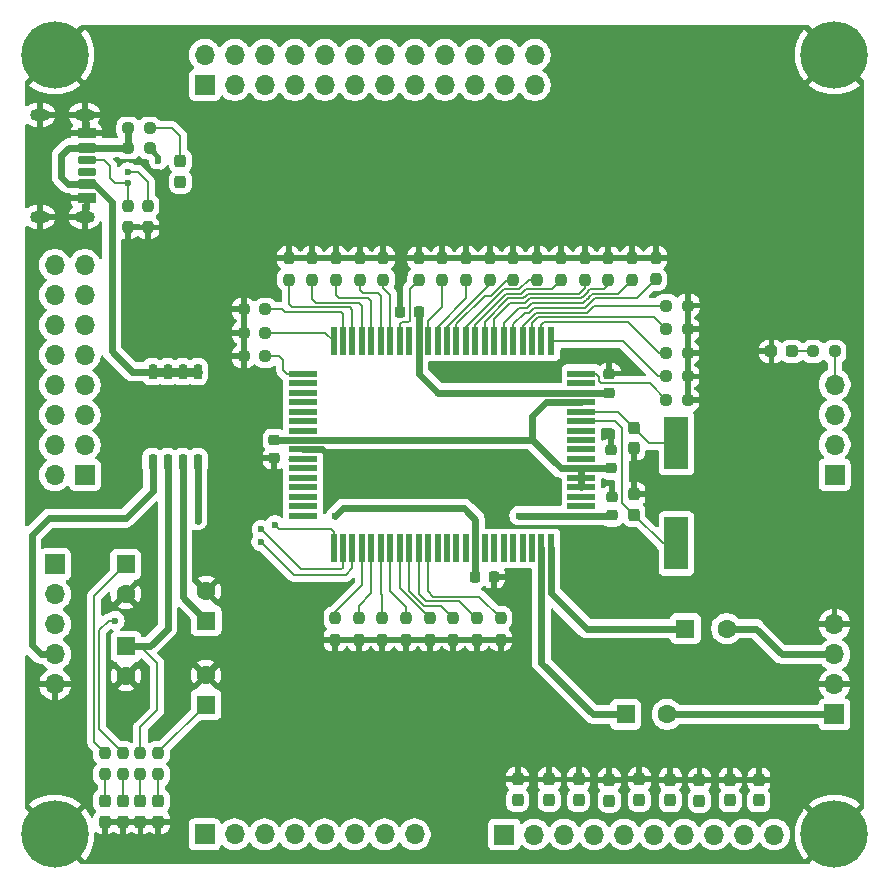
<source format=gtl>
%TF.GenerationSoftware,KiCad,Pcbnew,9.0.0*%
%TF.CreationDate,2025-03-31T15:24:45+09:00*%
%TF.ProjectId,ymz771,796d7a37-3731-42e6-9b69-6361645f7063,rev?*%
%TF.SameCoordinates,Original*%
%TF.FileFunction,Copper,L1,Top*%
%TF.FilePolarity,Positive*%
%FSLAX46Y46*%
G04 Gerber Fmt 4.6, Leading zero omitted, Abs format (unit mm)*
G04 Created by KiCad (PCBNEW 9.0.0) date 2025-03-31 15:24:45*
%MOMM*%
%LPD*%
G01*
G04 APERTURE LIST*
G04 Aperture macros list*
%AMRoundRect*
0 Rectangle with rounded corners*
0 $1 Rounding radius*
0 $2 $3 $4 $5 $6 $7 $8 $9 X,Y pos of 4 corners*
0 Add a 4 corners polygon primitive as box body*
4,1,4,$2,$3,$4,$5,$6,$7,$8,$9,$2,$3,0*
0 Add four circle primitives for the rounded corners*
1,1,$1+$1,$2,$3*
1,1,$1+$1,$4,$5*
1,1,$1+$1,$6,$7*
1,1,$1+$1,$8,$9*
0 Add four rect primitives between the rounded corners*
20,1,$1+$1,$2,$3,$4,$5,0*
20,1,$1+$1,$4,$5,$6,$7,0*
20,1,$1+$1,$6,$7,$8,$9,0*
20,1,$1+$1,$8,$9,$2,$3,0*%
G04 Aperture macros list end*
%TA.AperFunction,SMDPad,CuDef*%
%ADD10RoundRect,0.237500X-0.237500X0.287500X-0.237500X-0.287500X0.237500X-0.287500X0.237500X0.287500X0*%
%TD*%
%TA.AperFunction,ComponentPad*%
%ADD11R,1.600000X1.600000*%
%TD*%
%TA.AperFunction,ComponentPad*%
%ADD12C,1.600000*%
%TD*%
%TA.AperFunction,SMDPad,CuDef*%
%ADD13RoundRect,0.237500X0.237500X-0.250000X0.237500X0.250000X-0.237500X0.250000X-0.237500X-0.250000X0*%
%TD*%
%TA.AperFunction,SMDPad,CuDef*%
%ADD14RoundRect,0.237500X0.237500X-0.287500X0.237500X0.287500X-0.237500X0.287500X-0.237500X-0.287500X0*%
%TD*%
%TA.AperFunction,SMDPad,CuDef*%
%ADD15RoundRect,0.190000X-0.190000X0.445000X-0.190000X-0.445000X0.190000X-0.445000X0.190000X0.445000X0*%
%TD*%
%TA.AperFunction,SMDPad,CuDef*%
%ADD16RoundRect,0.237500X-0.250000X-0.237500X0.250000X-0.237500X0.250000X0.237500X-0.250000X0.237500X0*%
%TD*%
%TA.AperFunction,SMDPad,CuDef*%
%ADD17RoundRect,0.175000X-0.625000X0.175000X-0.625000X-0.175000X0.625000X-0.175000X0.625000X0.175000X0*%
%TD*%
%TA.AperFunction,SMDPad,CuDef*%
%ADD18RoundRect,0.200000X-0.600000X0.200000X-0.600000X-0.200000X0.600000X-0.200000X0.600000X0.200000X0*%
%TD*%
%TA.AperFunction,SMDPad,CuDef*%
%ADD19RoundRect,0.225000X-0.575000X0.225000X-0.575000X-0.225000X0.575000X-0.225000X0.575000X0.225000X0*%
%TD*%
%TA.AperFunction,HeatsinkPad*%
%ADD20O,1.700000X1.000000*%
%TD*%
%TA.AperFunction,SMDPad,CuDef*%
%ADD21RoundRect,0.237500X0.250000X0.237500X-0.250000X0.237500X-0.250000X-0.237500X0.250000X-0.237500X0*%
%TD*%
%TA.AperFunction,ComponentPad*%
%ADD22C,5.700000*%
%TD*%
%TA.AperFunction,ComponentPad*%
%ADD23R,1.700000X1.700000*%
%TD*%
%TA.AperFunction,ComponentPad*%
%ADD24O,1.700000X1.700000*%
%TD*%
%TA.AperFunction,SMDPad,CuDef*%
%ADD25RoundRect,0.237500X-0.237500X0.300000X-0.237500X-0.300000X0.237500X-0.300000X0.237500X0.300000X0*%
%TD*%
%TA.AperFunction,SMDPad,CuDef*%
%ADD26RoundRect,0.225000X0.250000X-0.225000X0.250000X0.225000X-0.250000X0.225000X-0.250000X-0.225000X0*%
%TD*%
%TA.AperFunction,SMDPad,CuDef*%
%ADD27RoundRect,0.237500X0.237500X-0.300000X0.237500X0.300000X-0.237500X0.300000X-0.237500X-0.300000X0*%
%TD*%
%TA.AperFunction,SMDPad,CuDef*%
%ADD28RoundRect,0.225000X-0.250000X0.225000X-0.250000X-0.225000X0.250000X-0.225000X0.250000X0.225000X0*%
%TD*%
%TA.AperFunction,SMDPad,CuDef*%
%ADD29RoundRect,0.225000X0.225000X0.250000X-0.225000X0.250000X-0.225000X-0.250000X0.225000X-0.250000X0*%
%TD*%
%TA.AperFunction,SMDPad,CuDef*%
%ADD30R,2.000000X4.500000*%
%TD*%
%TA.AperFunction,SMDPad,CuDef*%
%ADD31R,2.350000X0.600000*%
%TD*%
%TA.AperFunction,SMDPad,CuDef*%
%ADD32R,0.600000X2.350000*%
%TD*%
%TA.AperFunction,SMDPad,CuDef*%
%ADD33RoundRect,0.237500X-0.237500X0.250000X-0.237500X-0.250000X0.237500X-0.250000X0.237500X0.250000X0*%
%TD*%
%TA.AperFunction,SMDPad,CuDef*%
%ADD34RoundRect,0.225000X-0.225000X-0.250000X0.225000X-0.250000X0.225000X0.250000X-0.225000X0.250000X0*%
%TD*%
%TA.AperFunction,SMDPad,CuDef*%
%ADD35RoundRect,0.237500X-0.287500X-0.237500X0.287500X-0.237500X0.287500X0.237500X-0.287500X0.237500X0*%
%TD*%
%TA.AperFunction,ViaPad*%
%ADD36C,0.600000*%
%TD*%
%TA.AperFunction,Conductor*%
%ADD37C,0.600000*%
%TD*%
%TA.AperFunction,Conductor*%
%ADD38C,0.200000*%
%TD*%
%TA.AperFunction,Conductor*%
%ADD39C,0.800000*%
%TD*%
%TA.AperFunction,Conductor*%
%ADD40C,0.400000*%
%TD*%
G04 APERTURE END LIST*
D10*
%TO.P,D10,2,A*%
%TO.N,Net-(D10-A)*%
X157580000Y-141160000D03*
%TO.P,D10,1,K*%
%TO.N,GND*%
X157580000Y-139410000D03*
%TD*%
%TO.P,D15,1,K*%
%TO.N,GND*%
X149940000Y-139400000D03*
%TO.P,D15,2,A*%
%TO.N,Net-(D15-A)*%
X149940000Y-141150000D03*
%TD*%
%TO.P,D14,1,K*%
%TO.N,GND*%
X147350000Y-139370000D03*
%TO.P,D14,2,A*%
%TO.N,Net-(D14-A)*%
X147350000Y-141120000D03*
%TD*%
%TO.P,D13,1,K*%
%TO.N,GND*%
X144850000Y-139370000D03*
%TO.P,D13,2,A*%
%TO.N,Net-(D13-A)*%
X144850000Y-141120000D03*
%TD*%
%TO.P,D12,1,K*%
%TO.N,GND*%
X142180000Y-139360000D03*
%TO.P,D12,2,A*%
%TO.N,Net-(D12-A)*%
X142180000Y-141110000D03*
%TD*%
%TO.P,D11,1,K*%
%TO.N,GND*%
X160180000Y-139387500D03*
%TO.P,D11,2,A*%
%TO.N,Net-(D11-A)*%
X160180000Y-141137500D03*
%TD*%
%TO.P,D9,1,K*%
%TO.N,GND*%
X155110000Y-139385000D03*
%TO.P,D9,2,A*%
%TO.N,Net-(D9-A)*%
X155110000Y-141135000D03*
%TD*%
%TO.P,D8,1,K*%
%TO.N,GND*%
X152490000Y-139365000D03*
%TO.P,D8,2,A*%
%TO.N,Net-(D8-A)*%
X152490000Y-141115000D03*
%TD*%
%TO.P,D7,1,K*%
%TO.N,GND*%
X162610000Y-139387500D03*
%TO.P,D7,2,A*%
%TO.N,Net-(D7-A)*%
X162610000Y-141137500D03*
%TD*%
D11*
%TO.P,C16,1*%
%TO.N,/AOR*%
X156377349Y-126590000D03*
D12*
%TO.P,C16,2*%
%TO.N,Net-(J1-Pin_3)*%
X159877349Y-126590000D03*
%TD*%
D11*
%TO.P,C15,1*%
%TO.N,/AOL*%
X151330000Y-133860000D03*
D12*
%TO.P,C15,2*%
%TO.N,Net-(J1-Pin_1)*%
X154830000Y-133860000D03*
%TD*%
D13*
%TO.P,R42,1*%
%TO.N,Net-(D6-A)*%
X107230000Y-138940000D03*
%TO.P,R42,2*%
%TO.N,VDD1*%
X107230000Y-137115000D03*
%TD*%
%TO.P,R40,1*%
%TO.N,Net-(D4-A)*%
X110250000Y-138945000D03*
%TO.P,R40,2*%
%TO.N,VDD4*%
X110250000Y-137120000D03*
%TD*%
%TO.P,R39,1*%
%TO.N,Net-(D3-A)*%
X111760000Y-138945000D03*
%TO.P,R39,2*%
%TO.N,AVDD*%
X111760000Y-137120000D03*
%TD*%
D14*
%TO.P,D6,1,K*%
%TO.N,GND*%
X107230000Y-142950000D03*
%TO.P,D6,2,A*%
%TO.N,Net-(D6-A)*%
X107230000Y-141200000D03*
%TD*%
%TO.P,D5,1,K*%
%TO.N,GND*%
X108740000Y-142950000D03*
%TO.P,D5,2,A*%
%TO.N,Net-(D5-A)*%
X108740000Y-141200000D03*
%TD*%
%TO.P,D4,1,K*%
%TO.N,GND*%
X110250000Y-142950000D03*
%TO.P,D4,2,A*%
%TO.N,Net-(D4-A)*%
X110250000Y-141200000D03*
%TD*%
%TO.P,D3,1,K*%
%TO.N,GND*%
X111760000Y-142950000D03*
%TO.P,D3,2,A*%
%TO.N,Net-(D3-A)*%
X111760000Y-141200000D03*
%TD*%
D15*
%TO.P,SW1,1*%
%TO.N,+5V*%
X115095000Y-104850000D03*
%TO.P,SW1,2*%
X113825000Y-104850000D03*
%TO.P,SW1,3*%
X112555000Y-104850000D03*
%TO.P,SW1,4*%
X111285000Y-104850000D03*
%TO.P,SW1,5*%
%TO.N,AVDD*%
X111285000Y-112470000D03*
%TO.P,SW1,6*%
%TO.N,VDD4*%
X112555000Y-112470000D03*
%TO.P,SW1,7*%
%TO.N,VDD2*%
X113825000Y-112470000D03*
%TO.P,SW1,8*%
%TO.N,VDD1*%
X115095000Y-112470000D03*
%TD*%
D16*
%TO.P,R38,1*%
%TO.N,Net-(D2-A)*%
X167195000Y-103130000D03*
%TO.P,R38,2*%
%TO.N,/CLKO*%
X169020000Y-103130000D03*
%TD*%
D17*
%TO.P,J7,A5,CC1*%
%TO.N,Net-(IC1-CC1)*%
X105700000Y-86920000D03*
D18*
%TO.P,J7,A9,VBUS*%
%TO.N,+5V*%
X105700000Y-88940000D03*
D19*
%TO.P,J7,A12,GND*%
%TO.N,GND*%
X105700000Y-90170000D03*
D17*
%TO.P,J7,B5,CC2*%
%TO.N,Net-(IC1-CC2)*%
X105700000Y-87920000D03*
D18*
%TO.P,J7,B9,VBUS*%
%TO.N,+5V*%
X105700000Y-85900000D03*
D19*
%TO.P,J7,B12,GND*%
%TO.N,GND*%
X105700000Y-84670000D03*
D20*
%TO.P,J7,S1,SHIELD*%
X105520000Y-83100000D03*
X101720000Y-83100000D03*
X105520000Y-91740000D03*
X101720000Y-91740000D03*
%TD*%
D14*
%TO.P,D1,1,K*%
%TO.N,Net-(D1-K)*%
X113630000Y-88770000D03*
%TO.P,D1,2,A*%
%TO.N,Net-(D1-A)*%
X113630000Y-87020000D03*
%TD*%
D21*
%TO.P,R36,2*%
%TO.N,+5V*%
X109200000Y-84230000D03*
%TO.P,R36,1*%
%TO.N,Net-(D1-A)*%
X111025000Y-84230000D03*
%TD*%
D13*
%TO.P,R35,2*%
%TO.N,Net-(IC1-CC1)*%
X109160000Y-90800000D03*
%TO.P,R35,1*%
%TO.N,GND*%
X109160000Y-92625000D03*
%TD*%
%TO.P,R34,2*%
%TO.N,Net-(IC1-CC2)*%
X110870000Y-90807500D03*
%TO.P,R34,1*%
%TO.N,GND*%
X110870000Y-92632500D03*
%TD*%
D16*
%TO.P,R33,2*%
%TO.N,Net-(IC1-VDD)*%
X111025000Y-85900000D03*
%TO.P,R33,1*%
%TO.N,+5V*%
X109200000Y-85900000D03*
%TD*%
D22*
%TO.P,REF\u002A\u002A,1*%
%TO.N,GND*%
X169010000Y-144000000D03*
%TD*%
%TO.P,REF\u002A\u002A,1*%
%TO.N,GND*%
X103000000Y-144000000D03*
%TD*%
%TO.P,REF\u002A\u002A,1*%
%TO.N,GND*%
X169000000Y-78010000D03*
%TD*%
%TO.P,REF\u002A\u002A,1*%
%TO.N,GND*%
X103000000Y-78010000D03*
%TD*%
D23*
%TO.P,J5,1,Pin_1*%
%TO.N,/BCO*%
X169020000Y-113560000D03*
D24*
%TO.P,J5,2,Pin_2*%
%TO.N,/LRO*%
X169020000Y-111020000D03*
%TO.P,J5,3,Pin_3*%
%TO.N,/SDO*%
X169020000Y-108480000D03*
%TO.P,J5,4,Pin_4*%
%TO.N,/CLKO*%
X169020000Y-105940000D03*
%TD*%
D25*
%TO.P,C3,2*%
%TO.N,GND*%
X152030000Y-111315000D03*
%TO.P,C3,1*%
%TO.N,Net-(U1-XI)*%
X152030000Y-109590000D03*
%TD*%
D26*
%TO.P,C2,2*%
%TO.N,GND*%
X150165000Y-115460000D03*
%TO.P,C2,1*%
%TO.N,AVDD*%
X150165000Y-117010000D03*
%TD*%
%TO.P,C4,2*%
%TO.N,GND*%
X149935000Y-105070000D03*
%TO.P,C4,1*%
%TO.N,VDD2*%
X149935000Y-106620000D03*
%TD*%
D27*
%TO.P,C12,2*%
%TO.N,GND*%
X152030000Y-115227500D03*
%TO.P,C12,1*%
%TO.N,Net-(U1-XO)*%
X152030000Y-116952500D03*
%TD*%
D28*
%TO.P,C11,2*%
%TO.N,GND*%
X121575000Y-112170000D03*
%TO.P,C11,1*%
%TO.N,VDD4*%
X121575000Y-110620000D03*
%TD*%
D29*
%TO.P,C5,2*%
%TO.N,GND*%
X132255000Y-99820000D03*
%TO.P,C5,1*%
%TO.N,VDD2*%
X133805000Y-99820000D03*
%TD*%
D13*
%TO.P,R11,2*%
%TO.N,GND*%
X137825000Y-95215000D03*
%TO.P,R11,1*%
%TO.N,/MA10*%
X137825000Y-97040000D03*
%TD*%
%TO.P,R8,1*%
%TO.N,/MA07*%
X130815000Y-97040000D03*
%TO.P,R8,2*%
%TO.N,GND*%
X130815000Y-95215000D03*
%TD*%
D26*
%TO.P,C6,2*%
%TO.N,GND*%
X150105000Y-111490000D03*
%TO.P,C6,1*%
%TO.N,VDD4*%
X150105000Y-113040000D03*
%TD*%
D13*
%TO.P,R12,2*%
%TO.N,GND*%
X139825000Y-95215000D03*
%TO.P,R12,1*%
%TO.N,/MA11*%
X139825000Y-97040000D03*
%TD*%
%TO.P,R15,2*%
%TO.N,GND*%
X145860000Y-95215000D03*
%TO.P,R15,1*%
%TO.N,/MA14*%
X145860000Y-97040000D03*
%TD*%
%TO.P,R9,2*%
%TO.N,GND*%
X133825000Y-95235000D03*
%TO.P,R9,1*%
%TO.N,/MA08*%
X133825000Y-97060000D03*
%TD*%
%TO.P,R6,2*%
%TO.N,GND*%
X126815000Y-95215000D03*
%TO.P,R6,1*%
%TO.N,/MA05*%
X126815000Y-97040000D03*
%TD*%
%TO.P,R5,2*%
%TO.N,GND*%
X124795000Y-95215000D03*
%TO.P,R5,1*%
%TO.N,/MA04*%
X124795000Y-97040000D03*
%TD*%
D30*
%TO.P,Y1,2,2*%
%TO.N,Net-(U1-XO)*%
X155630000Y-119380000D03*
%TO.P,Y1,1,1*%
%TO.N,Net-(U1-XI)*%
X155630000Y-110880000D03*
%TD*%
D21*
%TO.P,R2,1*%
%TO.N,/MA01*%
X120825000Y-101560000D03*
%TO.P,R2,2*%
%TO.N,GND*%
X119000000Y-101560000D03*
%TD*%
D13*
%TO.P,R7,2*%
%TO.N,GND*%
X128815000Y-95225000D03*
%TO.P,R7,1*%
%TO.N,/MA06*%
X128815000Y-97050000D03*
%TD*%
D31*
%TO.P,U1,80,MD03*%
%TO.N,/MD03*%
X124025000Y-117025000D03*
%TO.P,U1,79,MD04*%
%TO.N,/MD04*%
X124025000Y-116225000D03*
%TO.P,U1,78,MD05*%
%TO.N,/MD05*%
X124025000Y-115425000D03*
%TO.P,U1,77,MD06*%
%TO.N,/MD06*%
X124025000Y-114625000D03*
%TO.P,U1,76,MD07*%
%TO.N,/MD07*%
X124025000Y-113825000D03*
%TO.P,U1,75,MD08*%
%TO.N,/MD08*%
X124025000Y-113025000D03*
%TO.P,U1,74,MD09*%
%TO.N,/MD09*%
X124025000Y-112225000D03*
%TO.P,U1,73,V_{SS}4*%
%TO.N,GND*%
X124025000Y-111425000D03*
%TO.P,U1,72,V_{DD}4*%
%TO.N,VDD4*%
X124025000Y-110625000D03*
%TO.P,U1,71,MD10*%
%TO.N,/MD10*%
X124025000Y-109825000D03*
%TO.P,U1,70,MD11*%
%TO.N,/MD11*%
X124025000Y-109025000D03*
%TO.P,U1,69,MD12*%
%TO.N,/MD12*%
X124025000Y-108225000D03*
%TO.P,U1,68,MD13*%
%TO.N,/MD13*%
X124025000Y-107425000D03*
%TO.P,U1,67,MD14*%
%TO.N,/MD14*%
X124025000Y-106625000D03*
%TO.P,U1,66,MD15*%
%TO.N,/MD15*%
X124025000Y-105825000D03*
%TO.P,U1,65,MA00*%
%TO.N,/MA00*%
X124025000Y-105025000D03*
D32*
%TO.P,U1,64,MA01*%
%TO.N,/MA01*%
X126600000Y-102250000D03*
%TO.P,U1,63,MA02*%
%TO.N,/MA02*%
X127400000Y-102250000D03*
%TO.P,U1,62,MA03*%
%TO.N,/MA03*%
X128200000Y-102250000D03*
%TO.P,U1,61,MA04*%
%TO.N,/MA04*%
X129000000Y-102250000D03*
%TO.P,U1,60,MA05*%
%TO.N,/MA05*%
X129800000Y-102250000D03*
%TO.P,U1,59,MA06*%
%TO.N,/MA06*%
X130600000Y-102250000D03*
%TO.P,U1,58,MA07*%
%TO.N,/MA07*%
X131400000Y-102250000D03*
%TO.P,U1,57,MA08*%
%TO.N,/MA08*%
X132200000Y-102250000D03*
%TO.P,U1,56,V_{SS}3*%
%TO.N,GND*%
X133000000Y-102250000D03*
%TO.P,U1,55,V_{DD}3*%
%TO.N,VDD2*%
X133800000Y-102250000D03*
%TO.P,U1,54,MA09*%
%TO.N,/MA09*%
X134600000Y-102250000D03*
%TO.P,U1,53,MA10*%
%TO.N,/MA10*%
X135400000Y-102250000D03*
%TO.P,U1,52,MA11*%
%TO.N,/MA11*%
X136200000Y-102250000D03*
%TO.P,U1,51,MA12*%
%TO.N,/MA12*%
X137000000Y-102250000D03*
%TO.P,U1,50,MA13*%
%TO.N,/MA13*%
X137800000Y-102250000D03*
%TO.P,U1,49,MA14*%
%TO.N,/MA14*%
X138600000Y-102250000D03*
%TO.P,U1,48,MA15*%
%TO.N,/MA15*%
X139400000Y-102250000D03*
%TO.P,U1,47,MA16*%
%TO.N,/MA16*%
X140200000Y-102250000D03*
%TO.P,U1,46,MA17*%
%TO.N,/MA17*%
X141000000Y-102250000D03*
%TO.P,U1,45,MA18*%
%TO.N,/MA18*%
X141800000Y-102250000D03*
%TO.P,U1,44,MA19*%
%TO.N,/MA19*%
X142600000Y-102250000D03*
%TO.P,U1,43,MA20*%
%TO.N,/MA20*%
X143400000Y-102250000D03*
%TO.P,U1,42,MA21*%
%TO.N,/MA21*%
X144200000Y-102250000D03*
%TO.P,U1,41,MA22*%
%TO.N,/MA22*%
X145000000Y-102250000D03*
D31*
%TO.P,U1,40,MA23*%
%TO.N,/MA23*%
X147575000Y-105025000D03*
%TO.P,U1,39,V_{SS}2*%
%TO.N,GND*%
X147575000Y-105825000D03*
%TO.P,U1,38,V_{DD}2*%
%TO.N,VDD2*%
X147575000Y-106625000D03*
%TO.P,U1,37,/TEST2*%
%TO.N,VDD4*%
X147575000Y-107425000D03*
%TO.P,U1,36,XI*%
%TO.N,Net-(U1-XI)*%
X147575000Y-108225000D03*
%TO.P,U1,35,XO*%
%TO.N,Net-(U1-XO)*%
X147575000Y-109025000D03*
%TO.P,U1,34,CLKO*%
%TO.N,/CLKO*%
X147575000Y-109825000D03*
%TO.P,U1,33,SDO*%
%TO.N,/SDO*%
X147575000Y-110625000D03*
%TO.P,U1,32,LRO*%
%TO.N,/LRO*%
X147575000Y-111425000D03*
%TO.P,U1,31,BCO*%
%TO.N,/BCO*%
X147575000Y-112225000D03*
%TO.P,U1,30,V_{DD}5*%
%TO.N,VDD4*%
X147575000Y-113025000D03*
%TO.P,U1,29,/TEST1*%
X147575000Y-113825000D03*
%TO.P,U1,28,/TEST0*%
X147575000Y-114625000D03*
%TO.P,U1,27,V_{REF}*%
%TO.N,/Vref*%
X147575000Y-115425000D03*
%TO.P,U1,26,AV_{SS}*%
%TO.N,GND*%
X147575000Y-116225000D03*
%TO.P,U1,25,AV_{DD}*%
%TO.N,AVDD*%
X147575000Y-117025000D03*
D32*
%TO.P,U1,24,AOR*%
%TO.N,/AOR*%
X145000000Y-119800000D03*
%TO.P,U1,23,AOL*%
%TO.N,/AOL*%
X144200000Y-119800000D03*
%TO.P,U1,22,/PLAY*%
%TO.N,/{slash}PLAY*%
X143400000Y-119800000D03*
%TO.P,U1,21,/RESET*%
%TO.N,/{slash}RESET*%
X142600000Y-119800000D03*
%TO.P,U1,20,MBMD*%
%TO.N,/MBMD*%
X141800000Y-119800000D03*
%TO.P,U1,19,SEL*%
%TO.N,/SEL*%
X141000000Y-119800000D03*
%TO.P,U1,18,S6M*%
%TO.N,/S6M*%
X140200000Y-119800000D03*
%TO.P,U1,17,V_{SS}1*%
%TO.N,GND*%
X139400000Y-119800000D03*
%TO.P,U1,16,V_{DD}1*%
%TO.N,VDD1*%
X138600000Y-119800000D03*
%TO.P,U1,15,/CS*%
%TO.N,/{slash}CS*%
X137800000Y-119800000D03*
%TO.P,U1,14,/WR*%
%TO.N,/{slash}WR*%
X137000000Y-119800000D03*
%TO.P,U1,13,ENA*%
%TO.N,/ENA*%
X136200000Y-119800000D03*
%TO.P,U1,12,AD*%
%TO.N,/AD*%
X135400000Y-119800000D03*
%TO.P,U1,11,CD7*%
%TO.N,Net-(J3-Pin_8)*%
X134600000Y-119800000D03*
%TO.P,U1,10,CD6*%
%TO.N,Net-(J3-Pin_7)*%
X133800000Y-119800000D03*
%TO.P,U1,9,CD5*%
%TO.N,Net-(J3-Pin_6)*%
X133000000Y-119800000D03*
%TO.P,U1,8,CD4*%
%TO.N,Net-(J3-Pin_5)*%
X132200000Y-119800000D03*
%TO.P,U1,7,CD3*%
%TO.N,Net-(J3-Pin_4)*%
X131400000Y-119800000D03*
%TO.P,U1,6,CD2*%
%TO.N,Net-(J3-Pin_3)*%
X130600000Y-119800000D03*
%TO.P,U1,5,CD1*%
%TO.N,Net-(J3-Pin_2)*%
X129800000Y-119800000D03*
%TO.P,U1,4,CD0*%
%TO.N,Net-(J3-Pin_1)*%
X129000000Y-119800000D03*
%TO.P,U1,3,MD00*%
%TO.N,/MD00*%
X128200000Y-119800000D03*
%TO.P,U1,2,MD01*%
%TO.N,/MD01*%
X127400000Y-119800000D03*
%TO.P,U1,1,MD02*%
%TO.N,/MD02*%
X126600000Y-119800000D03*
%TD*%
D13*
%TO.P,R4,2*%
%TO.N,GND*%
X122805000Y-95215000D03*
%TO.P,R4,1*%
%TO.N,/MA03*%
X122805000Y-97040000D03*
%TD*%
%TO.P,R10,2*%
%TO.N,GND*%
X135815000Y-95215000D03*
%TO.P,R10,1*%
%TO.N,/MA09*%
X135815000Y-97040000D03*
%TD*%
D21*
%TO.P,R1,1*%
%TO.N,/MA00*%
X120825000Y-103550000D03*
%TO.P,R1,2*%
%TO.N,GND*%
X119000000Y-103550000D03*
%TD*%
D13*
%TO.P,R14,2*%
%TO.N,GND*%
X143860000Y-95215000D03*
%TO.P,R14,1*%
%TO.N,/MA13*%
X143860000Y-97040000D03*
%TD*%
D21*
%TO.P,R3,1*%
%TO.N,/MA02*%
X120815000Y-99570000D03*
%TO.P,R3,2*%
%TO.N,GND*%
X118990000Y-99570000D03*
%TD*%
D13*
%TO.P,R16,2*%
%TO.N,GND*%
X147860000Y-95215000D03*
%TO.P,R16,1*%
%TO.N,/MA15*%
X147860000Y-97040000D03*
%TD*%
%TO.P,R13,2*%
%TO.N,GND*%
X141825000Y-95215000D03*
%TO.P,R13,1*%
%TO.N,/MA12*%
X141825000Y-97040000D03*
%TD*%
D33*
%TO.P,R32,1*%
%TO.N,Net-(J3-Pin_1)*%
X126730000Y-125720000D03*
%TO.P,R32,2*%
%TO.N,GND*%
X126730000Y-127545000D03*
%TD*%
%TO.P,R31,1*%
%TO.N,Net-(J3-Pin_2)*%
X128740000Y-125710000D03*
%TO.P,R31,2*%
%TO.N,GND*%
X128740000Y-127535000D03*
%TD*%
%TO.P,R30,1*%
%TO.N,Net-(J3-Pin_3)*%
X130730000Y-125710000D03*
%TO.P,R30,2*%
%TO.N,GND*%
X130730000Y-127535000D03*
%TD*%
%TO.P,R29,1*%
%TO.N,Net-(J3-Pin_4)*%
X132730000Y-125710000D03*
%TO.P,R29,2*%
%TO.N,GND*%
X132730000Y-127535000D03*
%TD*%
%TO.P,R28,1*%
%TO.N,Net-(J3-Pin_5)*%
X134750000Y-125710000D03*
%TO.P,R28,2*%
%TO.N,GND*%
X134750000Y-127535000D03*
%TD*%
%TO.P,R27,1*%
%TO.N,Net-(J3-Pin_6)*%
X136730000Y-125700000D03*
%TO.P,R27,2*%
%TO.N,GND*%
X136730000Y-127525000D03*
%TD*%
%TO.P,R26,1*%
%TO.N,Net-(J3-Pin_7)*%
X138730000Y-125710000D03*
%TO.P,R26,2*%
%TO.N,GND*%
X138730000Y-127535000D03*
%TD*%
%TO.P,R25,1*%
%TO.N,Net-(J3-Pin_8)*%
X140740000Y-125700000D03*
%TO.P,R25,2*%
%TO.N,GND*%
X140740000Y-127525000D03*
%TD*%
D16*
%TO.P,R24,1*%
%TO.N,/MA23*%
X154750000Y-107240000D03*
%TO.P,R24,2*%
%TO.N,GND*%
X156575000Y-107240000D03*
%TD*%
%TO.P,R23,1*%
%TO.N,/MA22*%
X154760000Y-105250000D03*
%TO.P,R23,2*%
%TO.N,GND*%
X156585000Y-105250000D03*
%TD*%
%TO.P,R22,1*%
%TO.N,/MA21*%
X154760000Y-103240000D03*
%TO.P,R22,2*%
%TO.N,GND*%
X156585000Y-103240000D03*
%TD*%
%TO.P,R21,1*%
%TO.N,/MA20*%
X154760000Y-101260000D03*
%TO.P,R21,2*%
%TO.N,GND*%
X156585000Y-101260000D03*
%TD*%
%TO.P,R20,1*%
%TO.N,/MA19*%
X154770000Y-99240000D03*
%TO.P,R20,2*%
%TO.N,GND*%
X156595000Y-99240000D03*
%TD*%
D13*
%TO.P,R19,1*%
%TO.N,/MA18*%
X153860000Y-97030000D03*
%TO.P,R19,2*%
%TO.N,GND*%
X153860000Y-95205000D03*
%TD*%
%TO.P,R18,1*%
%TO.N,/MA17*%
X151860000Y-97040000D03*
%TO.P,R18,2*%
%TO.N,GND*%
X151860000Y-95215000D03*
%TD*%
%TO.P,R17,1*%
%TO.N,/MA16*%
X149860000Y-97050000D03*
%TO.P,R17,2*%
%TO.N,GND*%
X149860000Y-95225000D03*
%TD*%
D11*
%TO.P,C7,1*%
%TO.N,VDD1*%
X108990000Y-121150000D03*
D12*
%TO.P,C7,2*%
%TO.N,GND*%
X108990000Y-123650000D03*
%TD*%
D23*
%TO.P,J4,1,Pin_1*%
%TO.N,/MD00*%
X105540000Y-113600000D03*
D24*
%TO.P,J4,2,Pin_2*%
%TO.N,/MD01*%
X103000000Y-113600000D03*
%TO.P,J4,3,Pin_3*%
%TO.N,/MD02*%
X105540000Y-111060000D03*
%TO.P,J4,4,Pin_4*%
%TO.N,/MD03*%
X103000000Y-111060000D03*
%TO.P,J4,5,Pin_5*%
%TO.N,/MD04*%
X105540000Y-108520000D03*
%TO.P,J4,6,Pin_6*%
%TO.N,/MD05*%
X103000000Y-108520000D03*
%TO.P,J4,7,Pin_7*%
%TO.N,/MD06*%
X105540000Y-105980000D03*
%TO.P,J4,8,Pin_8*%
%TO.N,/MD07*%
X103000000Y-105980000D03*
%TO.P,J4,9,Pin_9*%
%TO.N,/MD08*%
X105540000Y-103440000D03*
%TO.P,J4,10,Pin_10*%
%TO.N,/MD09*%
X103000000Y-103440000D03*
%TO.P,J4,11,Pin_11*%
%TO.N,/MD10*%
X105540000Y-100900000D03*
%TO.P,J4,12,Pin_12*%
%TO.N,/MD11*%
X103000000Y-100900000D03*
%TO.P,J4,13,Pin_13*%
%TO.N,/MD12*%
X105540000Y-98360000D03*
%TO.P,J4,14,Pin_14*%
%TO.N,/MD13*%
X103000000Y-98360000D03*
%TO.P,J4,15,Pin_15*%
%TO.N,/MD14*%
X105540000Y-95820000D03*
%TO.P,J4,16,Pin_16*%
%TO.N,/MD15*%
X103000000Y-95820000D03*
%TD*%
D11*
%TO.P,C10,1*%
%TO.N,AVDD*%
X115790000Y-133040000D03*
D12*
%TO.P,C10,2*%
%TO.N,GND*%
X115790000Y-130540000D03*
%TD*%
D23*
%TO.P,J3,1,Pin_1*%
%TO.N,Net-(J3-Pin_1)*%
X115680000Y-144020000D03*
D24*
%TO.P,J3,2,Pin_2*%
%TO.N,Net-(J3-Pin_2)*%
X118220000Y-144020000D03*
%TO.P,J3,3,Pin_3*%
%TO.N,Net-(J3-Pin_3)*%
X120760000Y-144020000D03*
%TO.P,J3,4,Pin_4*%
%TO.N,Net-(J3-Pin_4)*%
X123300000Y-144020000D03*
%TO.P,J3,5,Pin_5*%
%TO.N,Net-(J3-Pin_5)*%
X125840000Y-144020000D03*
%TO.P,J3,6,Pin_6*%
%TO.N,Net-(J3-Pin_6)*%
X128380000Y-144020000D03*
%TO.P,J3,7,Pin_7*%
%TO.N,Net-(J3-Pin_7)*%
X130920000Y-144020000D03*
%TO.P,J3,8,Pin_8*%
%TO.N,Net-(J3-Pin_8)*%
X133460000Y-144020000D03*
%TD*%
D11*
%TO.P,C9,1*%
%TO.N,VDD4*%
X109020000Y-128100000D03*
D12*
%TO.P,C9,2*%
%TO.N,GND*%
X109020000Y-130600000D03*
%TD*%
D23*
%TO.P,J6,1,Pin_1*%
%TO.N,VDD1*%
X103020000Y-121150000D03*
D24*
%TO.P,J6,2,Pin_2*%
%TO.N,VDD2*%
X103020000Y-123690000D03*
%TO.P,J6,3,Pin_3*%
%TO.N,VDD4*%
X103020000Y-126230000D03*
%TO.P,J6,4,Pin_4*%
%TO.N,AVDD*%
X103020000Y-128770000D03*
%TO.P,J6,5,Pin_5*%
%TO.N,GND*%
X103020000Y-131310000D03*
%TD*%
D11*
%TO.P,C8,1*%
%TO.N,VDD2*%
X115810000Y-125912379D03*
D12*
%TO.P,C8,2*%
%TO.N,GND*%
X115810000Y-123412379D03*
%TD*%
D23*
%TO.P,J8,1,Pin_1*%
%TO.N,/AD*%
X141050000Y-144030000D03*
D24*
%TO.P,J8,2,Pin_2*%
%TO.N,/ENA*%
X143590000Y-144030000D03*
%TO.P,J8,3,Pin_3*%
%TO.N,/{slash}WR*%
X146130000Y-144030000D03*
%TO.P,J8,4,Pin_4*%
%TO.N,/{slash}CS*%
X148670000Y-144030000D03*
%TO.P,J8,5,Pin_5*%
%TO.N,/S6M*%
X151210000Y-144030000D03*
%TO.P,J8,6,Pin_6*%
%TO.N,/SEL*%
X153750000Y-144030000D03*
%TO.P,J8,7,Pin_7*%
%TO.N,/MBMD*%
X156290000Y-144030000D03*
%TO.P,J8,8,Pin_8*%
%TO.N,/{slash}RESET*%
X158830000Y-144030000D03*
%TO.P,J8,9,Pin_9*%
%TO.N,/{slash}PLAY*%
X161370000Y-144030000D03*
%TO.P,J8,10,Pin_10*%
%TO.N,/Vref*%
X163910000Y-144030000D03*
%TD*%
D23*
%TO.P,J2,1,Pin_1*%
%TO.N,/MA00*%
X115700000Y-80560000D03*
D24*
%TO.P,J2,2,Pin_2*%
%TO.N,/MA01*%
X115700000Y-78020000D03*
%TO.P,J2,3,Pin_3*%
%TO.N,/MA02*%
X118240000Y-80560000D03*
%TO.P,J2,4,Pin_4*%
%TO.N,/MA03*%
X118240000Y-78020000D03*
%TO.P,J2,5,Pin_5*%
%TO.N,/MA04*%
X120780000Y-80560000D03*
%TO.P,J2,6,Pin_6*%
%TO.N,/MA05*%
X120780000Y-78020000D03*
%TO.P,J2,7,Pin_7*%
%TO.N,/MA06*%
X123320000Y-80560000D03*
%TO.P,J2,8,Pin_8*%
%TO.N,/MA07*%
X123320000Y-78020000D03*
%TO.P,J2,9,Pin_9*%
%TO.N,/MA08*%
X125860000Y-80560000D03*
%TO.P,J2,10,Pin_10*%
%TO.N,/MA09*%
X125860000Y-78020000D03*
%TO.P,J2,11,Pin_11*%
%TO.N,/MA10*%
X128400000Y-80560000D03*
%TO.P,J2,12,Pin_12*%
%TO.N,/MA11*%
X128400000Y-78020000D03*
%TO.P,J2,13,Pin_13*%
%TO.N,/MA12*%
X130940000Y-80560000D03*
%TO.P,J2,14,Pin_14*%
%TO.N,/MA13*%
X130940000Y-78020000D03*
%TO.P,J2,15,Pin_15*%
%TO.N,/MA14*%
X133480000Y-80560000D03*
%TO.P,J2,16,Pin_16*%
%TO.N,/MA15*%
X133480000Y-78020000D03*
%TO.P,J2,17,Pin_17*%
%TO.N,/MA16*%
X136020000Y-80560000D03*
%TO.P,J2,18,Pin_18*%
%TO.N,/MA17*%
X136020000Y-78020000D03*
%TO.P,J2,19,Pin_19*%
%TO.N,/MA18*%
X138560000Y-80560000D03*
%TO.P,J2,20,Pin_20*%
%TO.N,/MA19*%
X138560000Y-78020000D03*
%TO.P,J2,21,Pin_21*%
%TO.N,/MA20*%
X141100000Y-80560000D03*
%TO.P,J2,22,Pin_22*%
%TO.N,/MA21*%
X141100000Y-78020000D03*
%TO.P,J2,23,Pin_23*%
%TO.N,/MA22*%
X143640000Y-80560000D03*
%TO.P,J2,24,Pin_24*%
%TO.N,/MA23*%
X143640000Y-78020000D03*
%TD*%
D34*
%TO.P,C1,1*%
%TO.N,VDD1*%
X138600000Y-122210000D03*
%TO.P,C1,2*%
%TO.N,GND*%
X140150000Y-122210000D03*
%TD*%
D23*
%TO.P,J1,1,Pin_1*%
%TO.N,Net-(J1-Pin_1)*%
X169010000Y-133860000D03*
D24*
%TO.P,J1,2,Pin_2*%
%TO.N,GND*%
X169010000Y-131320000D03*
%TO.P,J1,3,Pin_3*%
%TO.N,Net-(J1-Pin_3)*%
X169010000Y-128780000D03*
%TO.P,J1,4,Pin_4*%
%TO.N,GND*%
X169010000Y-126240000D03*
%TD*%
D35*
%TO.P,D2,1,K*%
%TO.N,GND*%
X163675000Y-103130000D03*
%TO.P,D2,2,A*%
%TO.N,Net-(D2-A)*%
X165425000Y-103130000D03*
%TD*%
D13*
%TO.P,R41,1*%
%TO.N,Net-(D5-A)*%
X108740000Y-138945000D03*
%TO.P,R41,2*%
%TO.N,VDD2*%
X108740000Y-137120000D03*
%TD*%
D36*
%TO.N,Net-(D7-A)*%
X162610000Y-141152500D03*
%TO.N,Net-(D11-A)*%
X160180000Y-141175000D03*
%TO.N,Net-(D10-A)*%
X157580000Y-141175000D03*
%TO.N,Net-(D9-A)*%
X155110000Y-141172500D03*
%TO.N,Net-(D8-A)*%
X152490000Y-141152500D03*
%TO.N,Net-(D15-A)*%
X149940000Y-141152500D03*
%TO.N,Net-(D14-A)*%
X147350000Y-141132500D03*
%TO.N,Net-(D13-A)*%
X144850000Y-141145000D03*
%TO.N,Net-(D12-A)*%
X142180000Y-141150000D03*
%TO.N,GND*%
X108800000Y-134810000D03*
%TO.N,VDD2*%
X108112379Y-125912379D03*
%TO.N,VDD1*%
X115090000Y-117480000D03*
%TO.N,GND*%
X115710000Y-118630000D03*
X126510000Y-112340000D03*
X111150000Y-123890000D03*
%TO.N,/MD00*%
X120445000Y-119255000D03*
%TO.N,/MD01*%
X120460000Y-118200000D03*
%TO.N,/MD02*%
X121622500Y-117797500D03*
%TO.N,/MD15*%
X124025000Y-105825000D03*
%TO.N,/MD14*%
X124025000Y-106625000D03*
%TO.N,/MD13*%
X124025000Y-107425000D03*
%TO.N,/MD12*%
X124010000Y-108225000D03*
%TO.N,/MD11*%
X124025000Y-109025000D03*
%TO.N,/MD10*%
X124025000Y-109825000D03*
%TO.N,/MD09*%
X124025000Y-112225000D03*
%TO.N,/MD08*%
X124025000Y-113025000D03*
%TO.N,/MD07*%
X124025000Y-113825000D03*
%TO.N,/MD06*%
X124025000Y-114625000D03*
%TO.N,/MD05*%
X124025000Y-115425000D03*
%TO.N,/MD04*%
X124025000Y-116225000D03*
%TO.N,/MD03*%
X124025000Y-117025000D03*
%TO.N,Net-(IC1-VDD)*%
X111025000Y-85900000D03*
%TO.N,Net-(D1-K)*%
X113630000Y-88770000D03*
%TO.N,GND*%
X111760000Y-87920000D03*
%TO.N,Net-(IC1-CC2)*%
X109160000Y-87920000D03*
%TO.N,Net-(IC1-VDD)*%
X111760000Y-86970000D03*
%TO.N,Net-(IC1-CC1)*%
X109160000Y-88870000D03*
%TO.N,Net-(IC1-CC2)*%
X105700000Y-87920000D03*
%TO.N,GND*%
X147575000Y-105825000D03*
%TO.N,/Vref*%
X147575000Y-115425000D03*
%TO.N,GND*%
X147575000Y-116225000D03*
%TO.N,Net-(J3-Pin_8)*%
X140740000Y-125700000D03*
%TO.N,/{slash}PLAY*%
X143400000Y-119800000D03*
%TO.N,/{slash}RESET*%
X142600000Y-119800000D03*
%TO.N,/MBMD*%
X141800000Y-119800000D03*
%TO.N,/SEL*%
X141000000Y-119800000D03*
%TO.N,/S6M*%
X140200000Y-119800000D03*
%TO.N,GND*%
X139400000Y-119800000D03*
%TO.N,/{slash}CS*%
X137800000Y-119800000D03*
%TO.N,/{slash}WR*%
X137000000Y-119800000D03*
%TO.N,/ENA*%
X136200000Y-119800000D03*
%TO.N,/AD*%
X135400000Y-119800000D03*
%TO.N,Net-(J3-Pin_7)*%
X138730000Y-125710000D03*
%TO.N,Net-(J3-Pin_6)*%
X136730000Y-125700000D03*
%TO.N,Net-(J3-Pin_5)*%
X134750000Y-125710000D03*
%TO.N,Net-(J3-Pin_4)*%
X132730000Y-125710000D03*
%TO.N,Net-(J3-Pin_3)*%
X130730000Y-125710000D03*
%TO.N,Net-(J3-Pin_2)*%
X128740000Y-125710000D03*
%TO.N,Net-(J3-Pin_1)*%
X126730000Y-125720000D03*
%TO.N,VDD4*%
X136340000Y-110625000D03*
%TO.N,GND*%
X132255000Y-99820000D03*
X133000000Y-102250000D03*
%TO.N,VDD2*%
X135425000Y-106625000D03*
%TO.N,VDD1*%
X126710000Y-117070000D03*
%TO.N,AVDD*%
X142270000Y-117025000D03*
%TO.N,/CLKO*%
X147575000Y-109825000D03*
%TO.N,/SDO*%
X147575000Y-110625000D03*
%TO.N,/LRO*%
X147575000Y-111425000D03*
%TO.N,/BCO*%
X147575000Y-112225000D03*
%TO.N,GND*%
X149935000Y-105070000D03*
X150165000Y-115460000D03*
X150105000Y-111490000D03*
X152030000Y-115227500D03*
X152030000Y-111315000D03*
%TO.N,/MA23*%
X154750000Y-107240000D03*
%TO.N,/MA22*%
X154760000Y-105250000D03*
%TO.N,/MA21*%
X154760000Y-103240000D03*
%TO.N,/MA20*%
X154760000Y-101260000D03*
%TO.N,/MA19*%
X154770000Y-99240000D03*
%TO.N,/MA18*%
X153860000Y-97030000D03*
%TO.N,/MA17*%
X151860000Y-97040000D03*
%TO.N,/MA16*%
X149860000Y-97050000D03*
%TO.N,/MA15*%
X147860000Y-97040000D03*
%TO.N,/MA14*%
X145860000Y-97040000D03*
%TO.N,/MA13*%
X143860000Y-97040000D03*
%TO.N,/MA12*%
X141825000Y-97040000D03*
%TO.N,/MA11*%
X139825000Y-97040000D03*
%TO.N,/MA10*%
X137825000Y-97040000D03*
%TO.N,/MA09*%
X135815000Y-97040000D03*
%TO.N,/MA08*%
X133825000Y-97060000D03*
%TO.N,/MA03*%
X122805000Y-97040000D03*
%TO.N,/MA06*%
X128815000Y-97070000D03*
%TO.N,/MA04*%
X124795000Y-97040000D03*
%TO.N,/MA05*%
X126815000Y-97040000D03*
%TO.N,/MA07*%
X130815000Y-97040000D03*
%TO.N,/MA00*%
X120825000Y-103550000D03*
%TO.N,/MA02*%
X120815000Y-99570000D03*
%TO.N,/MA01*%
X120825000Y-101560000D03*
%TD*%
D37*
%TO.N,/AOR*%
X156377349Y-126590000D02*
X148030000Y-126590000D01*
X148030000Y-126590000D02*
X145000000Y-123560000D01*
X145000000Y-123560000D02*
X145000000Y-119800000D01*
%TO.N,Net-(J1-Pin_3)*%
X159877349Y-126590000D02*
X162340000Y-126590000D01*
X162340000Y-126590000D02*
X164530000Y-128780000D01*
X164530000Y-128780000D02*
X169010000Y-128780000D01*
%TO.N,Net-(J1-Pin_1)*%
X154830000Y-133860000D02*
X169010000Y-133860000D01*
%TO.N,/AOL*%
X144200000Y-119800000D02*
X144200000Y-129490000D01*
X144200000Y-129490000D02*
X148570000Y-133860000D01*
X148570000Y-133860000D02*
X151330000Y-133860000D01*
D38*
%TO.N,Net-(D3-A)*%
X111760000Y-138945000D02*
X111760000Y-141200000D01*
%TO.N,Net-(D4-A)*%
X110250000Y-141200000D02*
X110250000Y-138945000D01*
%TO.N,Net-(D5-A)*%
X108740000Y-141200000D02*
X108740000Y-138945000D01*
%TO.N,Net-(D6-A)*%
X107230000Y-141200000D02*
X107230000Y-138940000D01*
%TO.N,AVDD*%
X111760000Y-137120000D02*
X111760000Y-137070000D01*
X111760000Y-137070000D02*
X115790000Y-133040000D01*
%TO.N,VDD4*%
X110250000Y-137120000D02*
X110250000Y-134920000D01*
X110250000Y-134920000D02*
X111680000Y-133490000D01*
X111680000Y-133490000D02*
X111680000Y-129550000D01*
X111680000Y-129550000D02*
X110230000Y-128100000D01*
X110230000Y-128100000D02*
X109020000Y-128100000D01*
%TO.N,VDD2*%
X108740000Y-137120000D02*
X106741000Y-135121000D01*
X106741000Y-135121000D02*
X106741000Y-126719000D01*
X106741000Y-126719000D02*
X107547621Y-125912379D01*
X107547621Y-125912379D02*
X108112379Y-125912379D01*
%TO.N,VDD1*%
X107230000Y-137115000D02*
X106340000Y-136225000D01*
X106340000Y-136225000D02*
X106340000Y-123800000D01*
X106340000Y-123800000D02*
X108990000Y-121150000D01*
D37*
%TO.N,AVDD*%
X103020000Y-128770000D02*
X101800000Y-128770000D01*
X101800000Y-128770000D02*
X101030000Y-128000000D01*
X101030000Y-118710000D02*
X102500000Y-117240000D01*
X109020000Y-117240000D02*
X111285000Y-114975000D01*
X101030000Y-128000000D02*
X101030000Y-118710000D01*
X102500000Y-117240000D02*
X109020000Y-117240000D01*
X111285000Y-114975000D02*
X111285000Y-112470000D01*
%TO.N,VDD1*%
X115095000Y-117475000D02*
X115090000Y-117480000D01*
X115095000Y-112470000D02*
X115095000Y-117475000D01*
%TO.N,VDD4*%
X112550000Y-112475000D02*
X112550000Y-126590000D01*
X112550000Y-126590000D02*
X111040000Y-128100000D01*
X111040000Y-128100000D02*
X109020000Y-128100000D01*
%TO.N,VDD2*%
X113825000Y-112470000D02*
X113825000Y-123927379D01*
X113825000Y-123927379D02*
X115810000Y-125912379D01*
%TO.N,VDD4*%
X112550000Y-112475000D02*
X112555000Y-112470000D01*
%TO.N,GND*%
X125595000Y-111425000D02*
X126510000Y-112340000D01*
X124025000Y-111425000D02*
X125595000Y-111425000D01*
%TO.N,+5V*%
X105700000Y-88940000D02*
X106302954Y-88940000D01*
X106302954Y-88940000D02*
X107810000Y-90447046D01*
X107810000Y-90447046D02*
X107810000Y-103120000D01*
X107810000Y-103120000D02*
X109540000Y-104850000D01*
X109540000Y-104850000D02*
X111285000Y-104850000D01*
D39*
X115095000Y-104850000D02*
X111285000Y-104850000D01*
D38*
%TO.N,/MD00*%
X120445000Y-119255000D02*
X123230000Y-122040000D01*
X123230000Y-122040000D02*
X127620000Y-122040000D01*
X127620000Y-122040000D02*
X128200000Y-121460000D01*
X128200000Y-121460000D02*
X128200000Y-119800000D01*
%TO.N,/MD01*%
X120460000Y-118200000D02*
X123820000Y-121560000D01*
X123820000Y-121560000D02*
X127270000Y-121560000D01*
X127270000Y-121560000D02*
X127400000Y-121430000D01*
X127400000Y-121430000D02*
X127400000Y-119800000D01*
%TO.N,/MD02*%
X121622500Y-117797500D02*
X121955000Y-118130000D01*
X126600000Y-118390000D02*
X126600000Y-119800000D01*
X126340000Y-118130000D02*
X126600000Y-118390000D01*
X121955000Y-118130000D02*
X126340000Y-118130000D01*
%TO.N,/CLKO*%
X169020000Y-103130000D02*
X169020000Y-105940000D01*
%TO.N,Net-(D2-A)*%
X165425000Y-103130000D02*
X167195000Y-103130000D01*
D37*
%TO.N,+5V*%
X109200000Y-85900000D02*
X109200000Y-84230000D01*
D38*
%TO.N,Net-(D1-A)*%
X113630000Y-87020000D02*
X113630000Y-84920000D01*
X113630000Y-84920000D02*
X112940000Y-84230000D01*
X112940000Y-84230000D02*
X111025000Y-84230000D01*
%TO.N,Net-(IC1-CC2)*%
X110870000Y-90807500D02*
X110870000Y-88750000D01*
X110870000Y-88750000D02*
X110040000Y-87920000D01*
X110040000Y-87920000D02*
X109160000Y-87920000D01*
%TO.N,Net-(IC1-CC1)*%
X109160000Y-90800000D02*
X109160000Y-88870000D01*
D40*
%TO.N,Net-(IC1-VDD)*%
X111760000Y-86970000D02*
X111760000Y-86635000D01*
X111760000Y-86635000D02*
X111025000Y-85900000D01*
D37*
%TO.N,+5V*%
X105700000Y-88940000D02*
X104150000Y-88940000D01*
X104150000Y-88940000D02*
X103550000Y-88340000D01*
X103550000Y-88340000D02*
X103550000Y-86530000D01*
X103550000Y-86530000D02*
X104180000Y-85900000D01*
X104180000Y-85900000D02*
X105700000Y-85900000D01*
X109200000Y-85900000D02*
X105700000Y-85900000D01*
D38*
%TO.N,Net-(IC1-CC1)*%
X109160000Y-88870000D02*
X108120000Y-88870000D01*
X108120000Y-88870000D02*
X107680000Y-88430000D01*
X107680000Y-88430000D02*
X107680000Y-87460000D01*
X107680000Y-87460000D02*
X107140000Y-86920000D01*
X107140000Y-86920000D02*
X105700000Y-86920000D01*
D37*
%TO.N,AVDD*%
X142270000Y-117025000D02*
X150150000Y-117025000D01*
X150150000Y-117025000D02*
X150165000Y-117010000D01*
%TO.N,VDD2*%
X147575000Y-106625000D02*
X149930000Y-106625000D01*
X149930000Y-106625000D02*
X149935000Y-106620000D01*
D38*
%TO.N,Net-(J3-Pin_8)*%
X140740000Y-125700000D02*
X138918000Y-123878000D01*
X138918000Y-123878000D02*
X135058000Y-123878000D01*
X135058000Y-123878000D02*
X134600000Y-123420000D01*
X134600000Y-123420000D02*
X134600000Y-119800000D01*
D37*
%TO.N,VDD4*%
X124040000Y-110625000D02*
X136340000Y-110625000D01*
%TO.N,VDD2*%
X133800000Y-102250000D02*
X133800000Y-99825000D01*
X133800000Y-99825000D02*
X133805000Y-99820000D01*
X135425000Y-106625000D02*
X147575000Y-106625000D01*
X135425000Y-106625000D02*
X133800000Y-105000000D01*
X133800000Y-105000000D02*
X133800000Y-102250000D01*
%TO.N,VDD1*%
X127370000Y-116410000D02*
X126710000Y-117070000D01*
X128540000Y-116410000D02*
X127370000Y-116410000D01*
X138600000Y-117360000D02*
X137890000Y-116650000D01*
X138600000Y-119800000D02*
X138600000Y-117360000D01*
X137890000Y-116650000D02*
X137650000Y-116410000D01*
X137650000Y-116410000D02*
X128540000Y-116410000D01*
%TO.N,VDD4*%
X136340000Y-110625000D02*
X143430000Y-110625000D01*
D38*
%TO.N,/MD09*%
X124025000Y-112225000D02*
X122855110Y-112225000D01*
%TO.N,Net-(J3-Pin_7)*%
X138730000Y-125710000D02*
X138690000Y-125710000D01*
X138690000Y-125710000D02*
X137259000Y-124279000D01*
X137259000Y-124279000D02*
X135886100Y-124279000D01*
X135886100Y-124279000D02*
X135553900Y-124279000D01*
X135553900Y-124279000D02*
X134453200Y-124279000D01*
X134453200Y-124279000D02*
X133800000Y-123625800D01*
X133800000Y-123625800D02*
X133800000Y-119800000D01*
%TO.N,Net-(J3-Pin_6)*%
X136730000Y-125700000D02*
X136730000Y-125690000D01*
X136730000Y-125690000D02*
X135720000Y-124680000D01*
X135720000Y-124680000D02*
X134287100Y-124680000D01*
X134287100Y-124680000D02*
X133000000Y-123392900D01*
X133000000Y-123392900D02*
X133000000Y-119800000D01*
%TO.N,Net-(J3-Pin_5)*%
X134750000Y-125710000D02*
X132200000Y-123160000D01*
X132200000Y-123160000D02*
X132200000Y-119800000D01*
%TO.N,Net-(J3-Pin_3)*%
X130730000Y-125710000D02*
X130730000Y-123790000D01*
X130730000Y-123790000D02*
X130600000Y-123660000D01*
X130600000Y-123660000D02*
X130600000Y-119800000D01*
%TO.N,Net-(J3-Pin_2)*%
X128740000Y-125710000D02*
X128740000Y-124660000D01*
X128740000Y-124660000D02*
X129800000Y-123600000D01*
X129800000Y-123600000D02*
X129800000Y-119800000D01*
%TO.N,Net-(J3-Pin_1)*%
X126730000Y-125720000D02*
X126730000Y-125180000D01*
X126730000Y-125180000D02*
X129000000Y-122910000D01*
X129000000Y-122910000D02*
X129000000Y-119800000D01*
%TO.N,Net-(J3-Pin_4)*%
X132730000Y-125710000D02*
X132730000Y-124750000D01*
X132730000Y-124750000D02*
X131400000Y-123420000D01*
X131400000Y-123420000D02*
X131400000Y-119800000D01*
D37*
%TO.N,VDD1*%
X138600000Y-122210000D02*
X138600000Y-119800000D01*
D38*
%TO.N,/MA22*%
X154100000Y-105250000D02*
X151100000Y-102250000D01*
X154760000Y-105250000D02*
X154100000Y-105250000D01*
X151100000Y-102250000D02*
X145000000Y-102250000D01*
%TO.N,/MA23*%
X154750000Y-107240000D02*
X153350000Y-105840000D01*
X153350000Y-105840000D02*
X149281000Y-105840000D01*
X149281000Y-105840000D02*
X149110000Y-105669000D01*
X149110000Y-105669000D02*
X149110000Y-105283000D01*
X149110000Y-105283000D02*
X148852000Y-105025000D01*
X148852000Y-105025000D02*
X147575000Y-105025000D01*
%TO.N,Net-(U1-XO)*%
X152030000Y-116952500D02*
X151030000Y-115952500D01*
X151030000Y-115952500D02*
X151030000Y-109610000D01*
X151030000Y-109610000D02*
X150445000Y-109025000D01*
X150445000Y-109025000D02*
X147575000Y-109025000D01*
X155630000Y-119380000D02*
X154457500Y-119380000D01*
X154457500Y-119380000D02*
X152030000Y-116952500D01*
%TO.N,Net-(U1-XI)*%
X147575000Y-108225000D02*
X150665000Y-108225000D01*
X150665000Y-108225000D02*
X152030000Y-109590000D01*
X155630000Y-110880000D02*
X153320000Y-110880000D01*
X153320000Y-110880000D02*
X152030000Y-109590000D01*
D37*
%TO.N,VDD4*%
X147575000Y-107425000D02*
X144605000Y-107425000D01*
X144605000Y-107425000D02*
X143430000Y-108600000D01*
X143430000Y-108600000D02*
X143430000Y-110625000D01*
D38*
%TO.N,/MA21*%
X144200000Y-102250000D02*
X144200000Y-100855500D01*
X144200000Y-100855500D02*
X144420000Y-100635500D01*
X144420000Y-100635500D02*
X151525500Y-100635500D01*
X151525500Y-100635500D02*
X154130000Y-103240000D01*
X154130000Y-103240000D02*
X154760000Y-103240000D01*
%TO.N,/MA20*%
X143400000Y-102250000D02*
X143400000Y-100729700D01*
X143400000Y-100729700D02*
X143895200Y-100234500D01*
X143895200Y-100234500D02*
X153734500Y-100234500D01*
X153734500Y-100234500D02*
X154760000Y-101260000D01*
%TO.N,/MA18*%
X141800000Y-102250000D02*
X141800000Y-100820000D01*
X141800000Y-100820000D02*
X142786500Y-99833500D01*
X142786500Y-99833500D02*
X143162000Y-99833500D01*
X143563000Y-99432500D02*
X147908800Y-99432500D01*
X143162000Y-99833500D02*
X143563000Y-99432500D01*
X148699300Y-98642000D02*
X149842200Y-98642000D01*
X147908800Y-99432500D02*
X148699300Y-98642000D01*
X149842200Y-98642000D02*
X149843200Y-98641000D01*
X149843200Y-98641000D02*
X152249000Y-98641000D01*
X152249000Y-98641000D02*
X153860000Y-97030000D01*
%TO.N,/MA19*%
X142600000Y-102250000D02*
X142600000Y-100962600D01*
X142600000Y-100962600D02*
X143729100Y-99833500D01*
X143729100Y-99833500D02*
X148074900Y-99833500D01*
X148074900Y-99833500D02*
X148668400Y-99240000D01*
X148668400Y-99240000D02*
X154770000Y-99240000D01*
%TO.N,/MA17*%
X147742700Y-99031500D02*
X147977600Y-98796600D01*
X143828834Y-99031500D02*
X143891166Y-99031500D01*
X147410500Y-99031500D02*
X147742700Y-99031500D01*
X150660000Y-98240000D02*
X151860000Y-97040000D01*
X147078300Y-99031500D02*
X147410500Y-99031500D01*
X144573200Y-99031500D02*
X144825434Y-99031500D01*
X149343900Y-98241000D02*
X149676100Y-98241000D01*
X144905400Y-99031500D02*
X145237600Y-99031500D01*
X148427100Y-98347100D02*
X148533200Y-98241000D01*
X144493234Y-99031500D02*
X144573200Y-99031500D01*
X144825434Y-99031500D02*
X144905400Y-99031500D01*
X143891166Y-99031500D02*
X144161034Y-99031500D01*
X143558966Y-99031500D02*
X143828834Y-99031500D01*
X144161034Y-99031500D02*
X144493234Y-99031500D01*
X143396900Y-99031500D02*
X143558966Y-99031500D01*
X143230800Y-99197600D02*
X143396900Y-99031500D01*
X142757500Y-99432500D02*
X142808800Y-99432500D01*
X141000000Y-102250000D02*
X141000000Y-100700500D01*
X148533200Y-98241000D02*
X149343900Y-98241000D01*
X142268000Y-99432500D02*
X142331500Y-99432500D01*
X145237600Y-99031500D02*
X145569800Y-99031500D01*
X142492400Y-99432500D02*
X142499500Y-99432500D01*
X142663700Y-99432500D02*
X142757500Y-99432500D01*
X142824600Y-99432500D02*
X142831700Y-99432500D01*
X142476600Y-99432500D02*
X142492400Y-99432500D01*
X145569800Y-99031500D02*
X147078300Y-99031500D01*
X147977600Y-98796600D02*
X148192200Y-98582000D01*
X142499500Y-99432500D02*
X142663700Y-99432500D01*
X141000000Y-100700500D02*
X142268000Y-99432500D01*
X149676100Y-98241000D02*
X149677100Y-98240000D01*
X142831700Y-99432500D02*
X142995900Y-99432500D01*
X142331500Y-99432500D02*
X142476600Y-99432500D01*
X142808800Y-99432500D02*
X142824600Y-99432500D01*
X142995900Y-99432500D02*
X143230800Y-99197600D01*
X148192200Y-98582000D02*
X148212500Y-98561700D01*
X148212500Y-98561700D02*
X148427100Y-98347100D01*
X149677100Y-98240000D02*
X150660000Y-98240000D01*
%TO.N,/MA16*%
X148367100Y-97840000D02*
X149510000Y-97840000D01*
X147811500Y-98395600D02*
X148026100Y-98181000D01*
X148261000Y-97946100D02*
X148367100Y-97840000D01*
X143725066Y-98630500D02*
X143994934Y-98630500D01*
X147576600Y-98630500D02*
X147811500Y-98395600D01*
X145403700Y-98630500D02*
X147244400Y-98630500D01*
X144739300Y-98630500D02*
X145071500Y-98630500D01*
X144659334Y-98630500D02*
X144739300Y-98630500D01*
X142165400Y-99031500D02*
X142310500Y-99031500D01*
X143230800Y-98630500D02*
X143392866Y-98630500D01*
X143994934Y-98630500D02*
X144327134Y-98630500D01*
X143064700Y-98796600D02*
X143230800Y-98630500D01*
X142665600Y-99031500D02*
X142829800Y-99031500D01*
X141556900Y-99031500D02*
X141833200Y-99031500D01*
X140200000Y-100388400D02*
X141556900Y-99031500D01*
X147244400Y-98630500D02*
X147576600Y-98630500D01*
X140200000Y-102250000D02*
X140200000Y-100388400D01*
X141978300Y-99031500D02*
X142165400Y-99031500D01*
X143392866Y-98630500D02*
X143725066Y-98630500D01*
X145071500Y-98630500D02*
X145403700Y-98630500D01*
X144327134Y-98630500D02*
X144659334Y-98630500D01*
X142642700Y-99031500D02*
X142658500Y-99031500D01*
X141833200Y-99031500D02*
X141978300Y-99031500D01*
X148026100Y-98181000D02*
X148261000Y-97946100D01*
X142310500Y-99031500D02*
X142333400Y-99031500D01*
X142497600Y-99031500D02*
X142642700Y-99031500D01*
X142658500Y-99031500D02*
X142665600Y-99031500D01*
X149860000Y-97490000D02*
X149860000Y-97050000D01*
X142333400Y-99031500D02*
X142497600Y-99031500D01*
X142829800Y-99031500D02*
X143064700Y-98796600D01*
X149510000Y-97840000D02*
X149860000Y-97490000D01*
%TO.N,/MA15*%
X143558966Y-98229500D02*
X144161034Y-98229500D01*
X142898600Y-98395600D02*
X143064700Y-98229500D01*
X143064700Y-98229500D02*
X143226766Y-98229500D01*
X143226766Y-98229500D02*
X143558966Y-98229500D01*
X142499500Y-98630500D02*
X142663700Y-98630500D01*
X145237600Y-98229500D02*
X147410500Y-98229500D01*
X142476600Y-98630500D02*
X142499500Y-98630500D01*
X142331500Y-98630500D02*
X142476600Y-98630500D01*
X142144400Y-98630500D02*
X142331500Y-98630500D01*
X141999300Y-98630500D02*
X142144400Y-98630500D01*
X139400000Y-102250000D02*
X139400000Y-100621300D01*
X139400000Y-100621300D02*
X141390800Y-98630500D01*
X142663700Y-98630500D02*
X142898600Y-98395600D01*
X147410500Y-98229500D02*
X147860000Y-97780000D01*
X141390800Y-98630500D02*
X141999300Y-98630500D01*
X144161034Y-98229500D02*
X144493234Y-98229500D01*
X144493234Y-98229500D02*
X144905400Y-98229500D01*
X144905400Y-98229500D02*
X145237600Y-98229500D01*
X147860000Y-97780000D02*
X147860000Y-97040000D01*
%TO.N,/MA14*%
X138600000Y-102250000D02*
X138600000Y-100854200D01*
X141224700Y-98229500D02*
X142165400Y-98229500D01*
X138600000Y-100854200D02*
X141224700Y-98229500D01*
X142165400Y-98229500D02*
X142310500Y-98229500D01*
X142310500Y-98229500D02*
X142497600Y-98229500D01*
X142497600Y-98229500D02*
X142732500Y-97994600D01*
X142732500Y-97994600D02*
X142898600Y-97828500D01*
X142898600Y-97828500D02*
X143392866Y-97828500D01*
X143392866Y-97828500D02*
X144327134Y-97828500D01*
X144327134Y-97828500D02*
X145071500Y-97828500D01*
X145071500Y-97828500D02*
X145860000Y-97040000D01*
%TO.N,/MA13*%
X137800000Y-102250000D02*
X137800000Y-101087100D01*
X137800000Y-101087100D02*
X141058600Y-97828500D01*
X141058600Y-97828500D02*
X142331500Y-97828500D01*
X142331500Y-97828500D02*
X143120000Y-97040000D01*
X143120000Y-97040000D02*
X143860000Y-97040000D01*
%TO.N,/MA10*%
X135400000Y-102250000D02*
X135400000Y-101030000D01*
X135400000Y-101030000D02*
X137825000Y-98605000D01*
X137825000Y-98605000D02*
X137825000Y-97040000D01*
%TO.N,/MA12*%
X137000000Y-102250000D02*
X137000000Y-100817100D01*
X137000000Y-100817100D02*
X139416100Y-98401000D01*
X139416100Y-98401000D02*
X139919000Y-98401000D01*
X139919000Y-98401000D02*
X141280000Y-97040000D01*
X141280000Y-97040000D02*
X141825000Y-97040000D01*
%TO.N,/MA11*%
X136200000Y-102250000D02*
X136200000Y-101050000D01*
X136200000Y-101050000D02*
X139825000Y-97425000D01*
X139825000Y-97425000D02*
X139825000Y-97040000D01*
%TO.N,/MA09*%
X134600000Y-102250000D02*
X134600000Y-100575800D01*
X134600000Y-100575800D02*
X135815000Y-99360800D01*
X135815000Y-99360800D02*
X135815000Y-97690000D01*
D37*
%TO.N,VDD4*%
X124025000Y-110625000D02*
X124040000Y-110625000D01*
X147575000Y-113025000D02*
X150090000Y-113025000D01*
X147575000Y-113025000D02*
X145830000Y-113025000D01*
X147575000Y-114625000D02*
X147575000Y-113025000D01*
D38*
%TO.N,/MA07*%
X130815000Y-97730000D02*
X131400000Y-98315000D01*
D37*
%TO.N,VDD4*%
X150090000Y-113025000D02*
X150105000Y-113040000D01*
X143430000Y-110625000D02*
X145395000Y-112590000D01*
X145395000Y-112590000D02*
X145175000Y-112370000D01*
X124025000Y-110625000D02*
X121580000Y-110625000D01*
D38*
%TO.N,/MA06*%
X128815000Y-97070000D02*
X128815000Y-97940000D01*
%TO.N,/MA07*%
X130815000Y-97730000D02*
X130815000Y-97040000D01*
%TO.N,/MA08*%
X133045000Y-97840000D02*
X133825000Y-97060000D01*
%TO.N,/MA05*%
X129800000Y-98836000D02*
X129555000Y-98591000D01*
%TO.N,/MA06*%
X128815000Y-97940000D02*
X129065000Y-98190000D01*
X130385000Y-98190000D02*
X130600000Y-98405000D01*
X129065000Y-98190000D02*
X130385000Y-98190000D01*
X130600000Y-98405000D02*
X130600000Y-102250000D01*
D37*
%TO.N,VDD4*%
X121580000Y-110625000D02*
X121575000Y-110620000D01*
D38*
%TO.N,/MA00*%
X122005000Y-103550000D02*
X120825000Y-103550000D01*
%TO.N,/MA08*%
X132370000Y-100670000D02*
X132885000Y-100670000D01*
%TO.N,/MA01*%
X126600000Y-102250000D02*
X125910000Y-101560000D01*
%TO.N,/MA04*%
X125127000Y-98992000D02*
X124795000Y-98660000D01*
%TO.N,/MA05*%
X129800000Y-102250000D02*
X129800000Y-98836000D01*
X129555000Y-98591000D02*
X127096000Y-98591000D01*
X126815000Y-98310000D02*
X126815000Y-97040000D01*
X127096000Y-98591000D02*
X126815000Y-98310000D01*
%TO.N,/MA04*%
X129000000Y-102250000D02*
X129000000Y-99247000D01*
X129000000Y-99247000D02*
X128745000Y-98992000D01*
X128745000Y-98992000D02*
X125127000Y-98992000D01*
%TO.N,/MA03*%
X128200000Y-102250000D02*
X128200000Y-99628000D01*
%TO.N,/MA04*%
X124795000Y-98660000D02*
X124795000Y-97040000D01*
%TO.N,/MA03*%
X122805000Y-99100000D02*
X122805000Y-97040000D01*
%TO.N,/MA02*%
X127400000Y-102250000D02*
X127400000Y-99979000D01*
X127400000Y-99979000D02*
X127215000Y-99794000D01*
X127215000Y-99794000D02*
X122469000Y-99794000D01*
%TO.N,/MA03*%
X123098000Y-99393000D02*
X122805000Y-99100000D01*
X127965000Y-99393000D02*
X123098000Y-99393000D01*
%TO.N,/MA02*%
X122245000Y-99570000D02*
X120815000Y-99570000D01*
%TO.N,/MA03*%
X128200000Y-99628000D02*
X127965000Y-99393000D01*
%TO.N,/MA00*%
X122640000Y-105025000D02*
X122335000Y-104720000D01*
%TO.N,/MA02*%
X122469000Y-99794000D02*
X122245000Y-99570000D01*
%TO.N,/MA00*%
X124025000Y-105025000D02*
X122640000Y-105025000D01*
X122335000Y-103880000D02*
X122005000Y-103550000D01*
%TO.N,/MA01*%
X125910000Y-101560000D02*
X120825000Y-101560000D01*
%TO.N,/MA00*%
X122335000Y-104720000D02*
X122335000Y-103880000D01*
%TO.N,/MA07*%
X131400000Y-98315000D02*
X131400000Y-102250000D01*
%TO.N,/MA08*%
X132200000Y-102250000D02*
X132200000Y-100840000D01*
X132200000Y-100840000D02*
X132370000Y-100670000D01*
%TO.N,/MA09*%
X135815000Y-97690000D02*
X135815000Y-97040000D01*
%TO.N,/MA08*%
X133045000Y-100510000D02*
X133045000Y-97840000D01*
D37*
%TO.N,VDD4*%
X145830000Y-113025000D02*
X145395000Y-112590000D01*
D38*
%TO.N,/MA08*%
X132885000Y-100670000D02*
X133045000Y-100510000D01*
%TD*%
%TA.AperFunction,Conductor*%
%TO.N,GND*%
G36*
X149401108Y-113847233D02*
G01*
X149407228Y-113847120D01*
X149439592Y-113861182D01*
X149546303Y-113927003D01*
X149707292Y-113980349D01*
X149806655Y-113990500D01*
X150305500Y-113990499D01*
X150372539Y-114010183D01*
X150418294Y-114062987D01*
X150429500Y-114114499D01*
X150429500Y-114444138D01*
X150415000Y-114493519D01*
X150415000Y-115228139D01*
X150426666Y-115249504D01*
X150429500Y-115275862D01*
X150429500Y-115586000D01*
X150426949Y-115594685D01*
X150428238Y-115603647D01*
X150417259Y-115627687D01*
X150409815Y-115653039D01*
X150402974Y-115658966D01*
X150399213Y-115667203D01*
X150376978Y-115681492D01*
X150357011Y-115698794D01*
X150346496Y-115701081D01*
X150340435Y-115704977D01*
X150305500Y-115710000D01*
X150289000Y-115710000D01*
X150221961Y-115690315D01*
X150176206Y-115637511D01*
X150165000Y-115586000D01*
X150165000Y-115460000D01*
X150039000Y-115460000D01*
X149971961Y-115440315D01*
X149926206Y-115387511D01*
X149915000Y-115336000D01*
X149915000Y-114510000D01*
X149914999Y-114509999D01*
X149866693Y-114510000D01*
X149866675Y-114510001D01*
X149767392Y-114520144D01*
X149606518Y-114573452D01*
X149606507Y-114573457D01*
X149462271Y-114662424D01*
X149462267Y-114662427D01*
X149462180Y-114662515D01*
X149462105Y-114662555D01*
X149456605Y-114666905D01*
X149455861Y-114665965D01*
X149400857Y-114696000D01*
X149331165Y-114691016D01*
X149275232Y-114649144D01*
X149250815Y-114583680D01*
X149250499Y-114574834D01*
X149250499Y-114277128D01*
X149250498Y-114277111D01*
X149246320Y-114238253D01*
X149246320Y-114211745D01*
X149250500Y-114172873D01*
X149250500Y-113966723D01*
X149252725Y-113959144D01*
X149251457Y-113951350D01*
X149262428Y-113926099D01*
X149270185Y-113899684D01*
X149276153Y-113894512D01*
X149279301Y-113887268D01*
X149302184Y-113871956D01*
X149322989Y-113853929D01*
X149330806Y-113852805D01*
X149337370Y-113848413D01*
X149364894Y-113847903D01*
X149392147Y-113843985D01*
X149401108Y-113847233D01*
G37*
%TD.AperFunction*%
%TA.AperFunction,Conductor*%
G36*
X150174343Y-109634144D02*
G01*
X150204330Y-109640668D01*
X150209345Y-109644422D01*
X150211942Y-109645185D01*
X150232584Y-109661819D01*
X150393181Y-109822416D01*
X150426666Y-109883739D01*
X150429500Y-109910097D01*
X150429500Y-110416000D01*
X150409815Y-110483039D01*
X150388846Y-110501208D01*
X150391319Y-110503681D01*
X150355000Y-110540000D01*
X150355000Y-111240000D01*
X150391319Y-111276319D01*
X150388979Y-111278658D01*
X150418294Y-111312489D01*
X150429500Y-111364000D01*
X150429500Y-111616000D01*
X150426949Y-111624685D01*
X150428238Y-111633647D01*
X150417259Y-111657687D01*
X150409815Y-111683039D01*
X150402974Y-111688966D01*
X150399213Y-111697203D01*
X150376978Y-111711492D01*
X150357011Y-111728794D01*
X150346496Y-111731081D01*
X150340435Y-111734977D01*
X150305500Y-111740000D01*
X150229000Y-111740000D01*
X150161961Y-111720315D01*
X150116206Y-111667511D01*
X150105000Y-111616000D01*
X150105000Y-111490000D01*
X149979000Y-111490000D01*
X149911961Y-111470315D01*
X149866206Y-111417511D01*
X149855000Y-111366000D01*
X149855000Y-110540000D01*
X149854999Y-110539999D01*
X149806693Y-110540000D01*
X149806675Y-110540001D01*
X149707392Y-110550144D01*
X149546518Y-110603452D01*
X149546507Y-110603457D01*
X149439596Y-110669402D01*
X149372204Y-110687843D01*
X149305540Y-110666921D01*
X149260771Y-110613279D01*
X149250499Y-110563864D01*
X149250499Y-110277128D01*
X149250498Y-110277111D01*
X149246320Y-110238253D01*
X149246320Y-110211745D01*
X149250500Y-110172873D01*
X149250499Y-109749499D01*
X149270183Y-109682461D01*
X149322987Y-109636706D01*
X149374499Y-109625500D01*
X150144903Y-109625500D01*
X150174343Y-109634144D01*
G37*
%TD.AperFunction*%
%TA.AperFunction,Conductor*%
G36*
X150866942Y-102870185D02*
G01*
X150887584Y-102886819D01*
X153028583Y-105027819D01*
X153062068Y-105089142D01*
X153057084Y-105158834D01*
X153015212Y-105214767D01*
X152949748Y-105239184D01*
X152940902Y-105239500D01*
X150059000Y-105239500D01*
X149991961Y-105219815D01*
X149946206Y-105167011D01*
X149935000Y-105115500D01*
X149935000Y-105070000D01*
X149809000Y-105070000D01*
X149741961Y-105050315D01*
X149696206Y-104997511D01*
X149685000Y-104946000D01*
X149685000Y-104820000D01*
X150185000Y-104820000D01*
X150909999Y-104820000D01*
X150909999Y-104796692D01*
X150909998Y-104796677D01*
X150899855Y-104697392D01*
X150846547Y-104536518D01*
X150846542Y-104536507D01*
X150757575Y-104392271D01*
X150757572Y-104392267D01*
X150637732Y-104272427D01*
X150637728Y-104272424D01*
X150493492Y-104183457D01*
X150493481Y-104183452D01*
X150332606Y-104130144D01*
X150233322Y-104120000D01*
X150185000Y-104120000D01*
X150185000Y-104820000D01*
X149685000Y-104820000D01*
X149685000Y-104120000D01*
X149684999Y-104119999D01*
X149636693Y-104120000D01*
X149636675Y-104120001D01*
X149537392Y-104130144D01*
X149376518Y-104183452D01*
X149376507Y-104183457D01*
X149232271Y-104272424D01*
X149200502Y-104304192D01*
X149139178Y-104337675D01*
X149069486Y-104332689D01*
X149038512Y-104315775D01*
X148992331Y-104281204D01*
X148992328Y-104281202D01*
X148857482Y-104230908D01*
X148857483Y-104230908D01*
X148797883Y-104224501D01*
X148797881Y-104224500D01*
X148797873Y-104224500D01*
X148797864Y-104224500D01*
X146352129Y-104224500D01*
X146352123Y-104224501D01*
X146292516Y-104230908D01*
X146157671Y-104281202D01*
X146157664Y-104281206D01*
X146042455Y-104367452D01*
X146042452Y-104367455D01*
X145956206Y-104482664D01*
X145956202Y-104482671D01*
X145906079Y-104617060D01*
X145905909Y-104617517D01*
X145899500Y-104677127D01*
X145899500Y-104677134D01*
X145899500Y-104677135D01*
X145899500Y-105372869D01*
X145899501Y-105372880D01*
X145903931Y-105414093D01*
X145903931Y-105440596D01*
X145900000Y-105477165D01*
X145900000Y-105700500D01*
X145880315Y-105767539D01*
X145827511Y-105813294D01*
X145776000Y-105824500D01*
X135807940Y-105824500D01*
X135740901Y-105804815D01*
X135720259Y-105788181D01*
X134636819Y-104704741D01*
X134603334Y-104643418D01*
X134600500Y-104617060D01*
X134600500Y-104049499D01*
X134620185Y-103982460D01*
X134672989Y-103936705D01*
X134724500Y-103925499D01*
X134947872Y-103925499D01*
X134947885Y-103925498D01*
X134986744Y-103921320D01*
X135013252Y-103921320D01*
X135052127Y-103925500D01*
X135747872Y-103925499D01*
X135747873Y-103925498D01*
X135747885Y-103925498D01*
X135786744Y-103921320D01*
X135813252Y-103921320D01*
X135852127Y-103925500D01*
X136547872Y-103925499D01*
X136547873Y-103925498D01*
X136547885Y-103925498D01*
X136586744Y-103921320D01*
X136613252Y-103921320D01*
X136652127Y-103925500D01*
X137347872Y-103925499D01*
X137347873Y-103925498D01*
X137347885Y-103925498D01*
X137386744Y-103921320D01*
X137413252Y-103921320D01*
X137452127Y-103925500D01*
X138147872Y-103925499D01*
X138147873Y-103925498D01*
X138147885Y-103925498D01*
X138186744Y-103921320D01*
X138213252Y-103921320D01*
X138252127Y-103925500D01*
X138947872Y-103925499D01*
X138947873Y-103925498D01*
X138947885Y-103925498D01*
X138986744Y-103921320D01*
X139013252Y-103921320D01*
X139052127Y-103925500D01*
X139747872Y-103925499D01*
X139747873Y-103925498D01*
X139747885Y-103925498D01*
X139786744Y-103921320D01*
X139813252Y-103921320D01*
X139852127Y-103925500D01*
X140547872Y-103925499D01*
X140547873Y-103925498D01*
X140547885Y-103925498D01*
X140586744Y-103921320D01*
X140613252Y-103921320D01*
X140652127Y-103925500D01*
X141347872Y-103925499D01*
X141347873Y-103925498D01*
X141347885Y-103925498D01*
X141386744Y-103921320D01*
X141413252Y-103921320D01*
X141452127Y-103925500D01*
X142147872Y-103925499D01*
X142147873Y-103925498D01*
X142147885Y-103925498D01*
X142186744Y-103921320D01*
X142213252Y-103921320D01*
X142252127Y-103925500D01*
X142947872Y-103925499D01*
X142947873Y-103925498D01*
X142947885Y-103925498D01*
X142986744Y-103921320D01*
X143013252Y-103921320D01*
X143052127Y-103925500D01*
X143747872Y-103925499D01*
X143747873Y-103925498D01*
X143747885Y-103925498D01*
X143786744Y-103921320D01*
X143813252Y-103921320D01*
X143852127Y-103925500D01*
X144547872Y-103925499D01*
X144547873Y-103925498D01*
X144547885Y-103925498D01*
X144586744Y-103921320D01*
X144613252Y-103921320D01*
X144652127Y-103925500D01*
X145347872Y-103925499D01*
X145407483Y-103919091D01*
X145542331Y-103868796D01*
X145657546Y-103782546D01*
X145743796Y-103667331D01*
X145794091Y-103532483D01*
X145800500Y-103472873D01*
X145800500Y-102974500D01*
X145820185Y-102907461D01*
X145872989Y-102861706D01*
X145924500Y-102850500D01*
X150799903Y-102850500D01*
X150866942Y-102870185D01*
G37*
%TD.AperFunction*%
%TA.AperFunction,Conductor*%
G36*
X166859730Y-75520185D02*
G01*
X166880372Y-75536819D01*
X168059301Y-76715748D01*
X167957670Y-76789588D01*
X167779588Y-76967670D01*
X167705748Y-77069301D01*
X166460365Y-75823917D01*
X166460364Y-75823917D01*
X166306010Y-76011999D01*
X166306007Y-76012004D01*
X166123148Y-76285672D01*
X166123137Y-76285690D01*
X165967987Y-76575955D01*
X165967985Y-76575960D01*
X165842025Y-76880053D01*
X165746475Y-77195038D01*
X165746474Y-77195043D01*
X165682261Y-77517860D01*
X165650000Y-77845428D01*
X165650000Y-78174571D01*
X165682261Y-78502139D01*
X165746474Y-78824956D01*
X165746475Y-78824961D01*
X165842025Y-79139946D01*
X165967985Y-79444039D01*
X165967987Y-79444044D01*
X166123137Y-79734309D01*
X166123148Y-79734327D01*
X166306007Y-80007995D01*
X166306010Y-80007999D01*
X166460364Y-80196081D01*
X166460365Y-80196081D01*
X167705748Y-78950698D01*
X167779588Y-79052330D01*
X167957670Y-79230412D01*
X168059300Y-79304251D01*
X166813917Y-80549633D01*
X166813917Y-80549634D01*
X167002000Y-80703989D01*
X167002004Y-80703992D01*
X167275672Y-80886851D01*
X167275690Y-80886862D01*
X167565955Y-81042012D01*
X167565960Y-81042014D01*
X167870053Y-81167974D01*
X168185038Y-81263524D01*
X168185043Y-81263525D01*
X168507860Y-81327738D01*
X168835428Y-81360000D01*
X169164572Y-81360000D01*
X169492139Y-81327738D01*
X169814956Y-81263525D01*
X169814961Y-81263524D01*
X170129946Y-81167974D01*
X170434039Y-81042014D01*
X170434044Y-81042012D01*
X170724309Y-80886862D01*
X170724327Y-80886851D01*
X170998004Y-80703986D01*
X171186081Y-80549635D01*
X171186082Y-80549634D01*
X169940698Y-79304251D01*
X170042330Y-79230412D01*
X170220412Y-79052330D01*
X170294252Y-78950698D01*
X171463181Y-80119627D01*
X171496666Y-80180950D01*
X171499500Y-80207308D01*
X171499500Y-141812691D01*
X171479815Y-141879730D01*
X171463181Y-141900372D01*
X170304251Y-143059301D01*
X170230412Y-142957670D01*
X170052330Y-142779588D01*
X169950697Y-142705747D01*
X171196081Y-141460365D01*
X171196081Y-141460364D01*
X171007999Y-141306010D01*
X171007995Y-141306007D01*
X170734327Y-141123148D01*
X170734309Y-141123137D01*
X170444044Y-140967987D01*
X170444039Y-140967985D01*
X170139946Y-140842025D01*
X169824961Y-140746475D01*
X169824956Y-140746474D01*
X169502139Y-140682261D01*
X169174572Y-140650000D01*
X168845428Y-140650000D01*
X168517860Y-140682261D01*
X168195043Y-140746474D01*
X168195038Y-140746475D01*
X167880053Y-140842025D01*
X167575960Y-140967985D01*
X167575955Y-140967987D01*
X167285690Y-141123137D01*
X167285672Y-141123148D01*
X167012004Y-141306007D01*
X167011999Y-141306010D01*
X166823917Y-141460364D01*
X166823917Y-141460365D01*
X168069301Y-142705748D01*
X167967670Y-142779588D01*
X167789588Y-142957670D01*
X167715748Y-143059301D01*
X166470365Y-141813917D01*
X166470364Y-141813917D01*
X166316010Y-142001999D01*
X166316007Y-142002004D01*
X166133148Y-142275672D01*
X166133137Y-142275690D01*
X165977987Y-142565955D01*
X165977985Y-142565960D01*
X165852025Y-142870053D01*
X165756475Y-143185038D01*
X165756474Y-143185043D01*
X165692261Y-143507860D01*
X165660000Y-143835428D01*
X165660000Y-144164571D01*
X165692261Y-144492139D01*
X165756474Y-144814956D01*
X165756475Y-144814961D01*
X165852025Y-145129946D01*
X165977985Y-145434039D01*
X165977987Y-145434044D01*
X166133137Y-145724309D01*
X166133148Y-145724327D01*
X166316007Y-145997995D01*
X166316010Y-145997999D01*
X166470364Y-146186081D01*
X166470365Y-146186081D01*
X167715748Y-144940698D01*
X167789588Y-145042330D01*
X167967670Y-145220412D01*
X168069301Y-145294251D01*
X166900372Y-146463181D01*
X166839049Y-146496666D01*
X166812691Y-146499500D01*
X105197309Y-146499500D01*
X105130270Y-146479815D01*
X105109628Y-146463181D01*
X103940698Y-145294251D01*
X104042330Y-145220412D01*
X104220412Y-145042330D01*
X104294251Y-144940699D01*
X105539634Y-146186082D01*
X105539635Y-146186081D01*
X105693986Y-145998004D01*
X105876851Y-145724327D01*
X105876862Y-145724309D01*
X106032012Y-145434044D01*
X106032014Y-145434039D01*
X106157974Y-145129946D01*
X106253524Y-144814961D01*
X106253525Y-144814956D01*
X106317738Y-144492139D01*
X106350000Y-144164571D01*
X106350000Y-143929884D01*
X106369685Y-143862845D01*
X106422489Y-143817090D01*
X106491647Y-143807146D01*
X106539098Y-143824346D01*
X106678692Y-143910450D01*
X106678699Y-143910453D01*
X106842347Y-143964680D01*
X106943352Y-143974999D01*
X106980000Y-143974999D01*
X107480000Y-143974999D01*
X107516640Y-143974999D01*
X107516654Y-143974998D01*
X107617652Y-143964680D01*
X107781300Y-143910453D01*
X107781311Y-143910448D01*
X107919903Y-143824963D01*
X107987295Y-143806522D01*
X108050097Y-143824963D01*
X108188688Y-143910448D01*
X108188699Y-143910453D01*
X108352347Y-143964680D01*
X108453352Y-143974999D01*
X108490000Y-143974999D01*
X108990000Y-143974999D01*
X109026640Y-143974999D01*
X109026654Y-143974998D01*
X109127652Y-143964680D01*
X109291300Y-143910453D01*
X109291311Y-143910448D01*
X109429903Y-143824963D01*
X109497295Y-143806522D01*
X109560097Y-143824963D01*
X109698688Y-143910448D01*
X109698699Y-143910453D01*
X109862347Y-143964680D01*
X109963352Y-143974999D01*
X110000000Y-143974999D01*
X110500000Y-143974999D01*
X110536640Y-143974999D01*
X110536654Y-143974998D01*
X110637652Y-143964680D01*
X110801300Y-143910453D01*
X110801311Y-143910448D01*
X110939903Y-143824963D01*
X111007295Y-143806522D01*
X111070097Y-143824963D01*
X111208688Y-143910448D01*
X111208699Y-143910453D01*
X111372347Y-143964680D01*
X111473352Y-143974999D01*
X111510000Y-143974999D01*
X112010000Y-143974999D01*
X112046640Y-143974999D01*
X112046654Y-143974998D01*
X112147652Y-143964680D01*
X112311300Y-143910453D01*
X112311311Y-143910448D01*
X112458034Y-143819947D01*
X112458038Y-143819944D01*
X112579944Y-143698038D01*
X112579947Y-143698034D01*
X112670448Y-143551311D01*
X112670453Y-143551300D01*
X112724680Y-143387652D01*
X112734999Y-143286654D01*
X112735000Y-143286641D01*
X112735000Y-143200000D01*
X112010000Y-143200000D01*
X112010000Y-143974999D01*
X111510000Y-143974999D01*
X111510000Y-143200000D01*
X110500000Y-143200000D01*
X110500000Y-143974999D01*
X110000000Y-143974999D01*
X110000000Y-143200000D01*
X108990000Y-143200000D01*
X108990000Y-143974999D01*
X108490000Y-143974999D01*
X108490000Y-143200000D01*
X107480000Y-143200000D01*
X107480000Y-143974999D01*
X106980000Y-143974999D01*
X106980000Y-143122135D01*
X114329500Y-143122135D01*
X114329500Y-144917870D01*
X114329501Y-144917876D01*
X114335908Y-144977483D01*
X114386202Y-145112328D01*
X114386206Y-145112335D01*
X114472452Y-145227544D01*
X114472455Y-145227547D01*
X114587664Y-145313793D01*
X114587671Y-145313797D01*
X114722517Y-145364091D01*
X114722516Y-145364091D01*
X114729444Y-145364835D01*
X114782127Y-145370500D01*
X116577872Y-145370499D01*
X116637483Y-145364091D01*
X116772331Y-145313796D01*
X116887546Y-145227546D01*
X116973796Y-145112331D01*
X117022810Y-144980916D01*
X117064681Y-144924984D01*
X117130145Y-144900566D01*
X117198418Y-144915417D01*
X117226673Y-144936569D01*
X117340213Y-145050109D01*
X117512179Y-145175048D01*
X117512181Y-145175049D01*
X117512184Y-145175051D01*
X117701588Y-145271557D01*
X117903757Y-145337246D01*
X118113713Y-145370500D01*
X118113714Y-145370500D01*
X118326286Y-145370500D01*
X118326287Y-145370500D01*
X118536243Y-145337246D01*
X118738412Y-145271557D01*
X118927816Y-145175051D01*
X119000374Y-145122335D01*
X119099786Y-145050109D01*
X119099788Y-145050106D01*
X119099792Y-145050104D01*
X119250104Y-144899792D01*
X119250106Y-144899788D01*
X119250109Y-144899786D01*
X119375048Y-144727820D01*
X119375047Y-144727820D01*
X119375051Y-144727816D01*
X119379514Y-144719054D01*
X119427488Y-144668259D01*
X119495308Y-144651463D01*
X119561444Y-144673999D01*
X119600486Y-144719056D01*
X119604951Y-144727820D01*
X119729890Y-144899786D01*
X119880213Y-145050109D01*
X120052179Y-145175048D01*
X120052181Y-145175049D01*
X120052184Y-145175051D01*
X120241588Y-145271557D01*
X120443757Y-145337246D01*
X120653713Y-145370500D01*
X120653714Y-145370500D01*
X120866286Y-145370500D01*
X120866287Y-145370500D01*
X121076243Y-145337246D01*
X121278412Y-145271557D01*
X121467816Y-145175051D01*
X121540374Y-145122335D01*
X121639786Y-145050109D01*
X121639788Y-145050106D01*
X121639792Y-145050104D01*
X121790104Y-144899792D01*
X121790106Y-144899788D01*
X121790109Y-144899786D01*
X121915048Y-144727820D01*
X121915047Y-144727820D01*
X121915051Y-144727816D01*
X121919514Y-144719054D01*
X121967488Y-144668259D01*
X122035308Y-144651463D01*
X122101444Y-144673999D01*
X122140486Y-144719056D01*
X122144951Y-144727820D01*
X122269890Y-144899786D01*
X122420213Y-145050109D01*
X122592179Y-145175048D01*
X122592181Y-145175049D01*
X122592184Y-145175051D01*
X122781588Y-145271557D01*
X122983757Y-145337246D01*
X123193713Y-145370500D01*
X123193714Y-145370500D01*
X123406286Y-145370500D01*
X123406287Y-145370500D01*
X123616243Y-145337246D01*
X123818412Y-145271557D01*
X124007816Y-145175051D01*
X124080374Y-145122335D01*
X124179786Y-145050109D01*
X124179788Y-145050106D01*
X124179792Y-145050104D01*
X124330104Y-144899792D01*
X124330106Y-144899788D01*
X124330109Y-144899786D01*
X124455048Y-144727820D01*
X124455047Y-144727820D01*
X124455051Y-144727816D01*
X124459514Y-144719054D01*
X124507488Y-144668259D01*
X124575308Y-144651463D01*
X124641444Y-144673999D01*
X124680486Y-144719056D01*
X124684951Y-144727820D01*
X124809890Y-144899786D01*
X124960213Y-145050109D01*
X125132179Y-145175048D01*
X125132181Y-145175049D01*
X125132184Y-145175051D01*
X125321588Y-145271557D01*
X125523757Y-145337246D01*
X125733713Y-145370500D01*
X125733714Y-145370500D01*
X125946286Y-145370500D01*
X125946287Y-145370500D01*
X126156243Y-145337246D01*
X126358412Y-145271557D01*
X126547816Y-145175051D01*
X126620374Y-145122335D01*
X126719786Y-145050109D01*
X126719788Y-145050106D01*
X126719792Y-145050104D01*
X126870104Y-144899792D01*
X126870106Y-144899788D01*
X126870109Y-144899786D01*
X126995048Y-144727820D01*
X126995047Y-144727820D01*
X126995051Y-144727816D01*
X126999514Y-144719054D01*
X127047488Y-144668259D01*
X127115308Y-144651463D01*
X127181444Y-144673999D01*
X127220486Y-144719056D01*
X127224951Y-144727820D01*
X127349890Y-144899786D01*
X127500213Y-145050109D01*
X127672179Y-145175048D01*
X127672181Y-145175049D01*
X127672184Y-145175051D01*
X127861588Y-145271557D01*
X128063757Y-145337246D01*
X128273713Y-145370500D01*
X128273714Y-145370500D01*
X128486286Y-145370500D01*
X128486287Y-145370500D01*
X128696243Y-145337246D01*
X128898412Y-145271557D01*
X129087816Y-145175051D01*
X129160374Y-145122335D01*
X129259786Y-145050109D01*
X129259788Y-145050106D01*
X129259792Y-145050104D01*
X129410104Y-144899792D01*
X129410106Y-144899788D01*
X129410109Y-144899786D01*
X129535048Y-144727820D01*
X129535047Y-144727820D01*
X129535051Y-144727816D01*
X129539514Y-144719054D01*
X129587488Y-144668259D01*
X129655308Y-144651463D01*
X129721444Y-144673999D01*
X129760486Y-144719056D01*
X129764951Y-144727820D01*
X129889890Y-144899786D01*
X130040213Y-145050109D01*
X130212179Y-145175048D01*
X130212181Y-145175049D01*
X130212184Y-145175051D01*
X130401588Y-145271557D01*
X130603757Y-145337246D01*
X130813713Y-145370500D01*
X130813714Y-145370500D01*
X131026286Y-145370500D01*
X131026287Y-145370500D01*
X131236243Y-145337246D01*
X131438412Y-145271557D01*
X131627816Y-145175051D01*
X131700374Y-145122335D01*
X131799786Y-145050109D01*
X131799788Y-145050106D01*
X131799792Y-145050104D01*
X131950104Y-144899792D01*
X131950106Y-144899788D01*
X131950109Y-144899786D01*
X132075048Y-144727820D01*
X132075047Y-144727820D01*
X132075051Y-144727816D01*
X132079514Y-144719054D01*
X132127488Y-144668259D01*
X132195308Y-144651463D01*
X132261444Y-144673999D01*
X132300486Y-144719056D01*
X132304951Y-144727820D01*
X132429890Y-144899786D01*
X132580213Y-145050109D01*
X132752179Y-145175048D01*
X132752181Y-145175049D01*
X132752184Y-145175051D01*
X132941588Y-145271557D01*
X133143757Y-145337246D01*
X133353713Y-145370500D01*
X133353714Y-145370500D01*
X133566286Y-145370500D01*
X133566287Y-145370500D01*
X133776243Y-145337246D01*
X133978412Y-145271557D01*
X134167816Y-145175051D01*
X134240374Y-145122335D01*
X134339786Y-145050109D01*
X134339788Y-145050106D01*
X134339792Y-145050104D01*
X134490104Y-144899792D01*
X134490106Y-144899788D01*
X134490109Y-144899786D01*
X134615048Y-144727820D01*
X134615047Y-144727820D01*
X134615051Y-144727816D01*
X134711557Y-144538412D01*
X134777246Y-144336243D01*
X134810500Y-144126287D01*
X134810500Y-143913713D01*
X134777246Y-143703757D01*
X134711557Y-143501588D01*
X134615051Y-143312184D01*
X134615050Y-143312182D01*
X134534774Y-143201691D01*
X134534773Y-143201688D01*
X134490109Y-143140214D01*
X134490105Y-143140209D01*
X134482031Y-143132135D01*
X139699500Y-143132135D01*
X139699500Y-144927870D01*
X139699501Y-144927876D01*
X139705908Y-144987483D01*
X139756202Y-145122328D01*
X139756206Y-145122335D01*
X139842452Y-145237544D01*
X139842455Y-145237547D01*
X139957664Y-145323793D01*
X139957671Y-145323797D01*
X140092517Y-145374091D01*
X140092516Y-145374091D01*
X140099444Y-145374835D01*
X140152127Y-145380500D01*
X141947872Y-145380499D01*
X142007483Y-145374091D01*
X142142331Y-145323796D01*
X142257546Y-145237546D01*
X142343796Y-145122331D01*
X142392810Y-144990916D01*
X142434681Y-144934984D01*
X142500145Y-144910566D01*
X142568418Y-144925417D01*
X142596673Y-144946569D01*
X142710213Y-145060109D01*
X142882179Y-145185048D01*
X142882181Y-145185049D01*
X142882184Y-145185051D01*
X143071588Y-145281557D01*
X143273757Y-145347246D01*
X143483713Y-145380500D01*
X143483714Y-145380500D01*
X143696286Y-145380500D01*
X143696287Y-145380500D01*
X143906243Y-145347246D01*
X144108412Y-145281557D01*
X144297816Y-145185051D01*
X144384138Y-145122335D01*
X144469786Y-145060109D01*
X144469788Y-145060106D01*
X144469792Y-145060104D01*
X144620104Y-144909792D01*
X144620106Y-144909788D01*
X144620109Y-144909786D01*
X144745048Y-144737820D01*
X144745047Y-144737820D01*
X144745051Y-144737816D01*
X144749514Y-144729054D01*
X144797488Y-144678259D01*
X144865308Y-144661463D01*
X144931444Y-144683999D01*
X144970486Y-144729056D01*
X144974951Y-144737820D01*
X145099890Y-144909786D01*
X145250213Y-145060109D01*
X145422179Y-145185048D01*
X145422181Y-145185049D01*
X145422184Y-145185051D01*
X145611588Y-145281557D01*
X145813757Y-145347246D01*
X146023713Y-145380500D01*
X146023714Y-145380500D01*
X146236286Y-145380500D01*
X146236287Y-145380500D01*
X146446243Y-145347246D01*
X146648412Y-145281557D01*
X146837816Y-145185051D01*
X146924138Y-145122335D01*
X147009786Y-145060109D01*
X147009788Y-145060106D01*
X147009792Y-145060104D01*
X147160104Y-144909792D01*
X147160106Y-144909788D01*
X147160109Y-144909786D01*
X147285048Y-144737820D01*
X147285047Y-144737820D01*
X147285051Y-144737816D01*
X147289514Y-144729054D01*
X147337488Y-144678259D01*
X147405308Y-144661463D01*
X147471444Y-144683999D01*
X147510486Y-144729056D01*
X147514951Y-144737820D01*
X147639890Y-144909786D01*
X147790213Y-145060109D01*
X147962179Y-145185048D01*
X147962181Y-145185049D01*
X147962184Y-145185051D01*
X148151588Y-145281557D01*
X148353757Y-145347246D01*
X148563713Y-145380500D01*
X148563714Y-145380500D01*
X148776286Y-145380500D01*
X148776287Y-145380500D01*
X148986243Y-145347246D01*
X149188412Y-145281557D01*
X149377816Y-145185051D01*
X149464138Y-145122335D01*
X149549786Y-145060109D01*
X149549788Y-145060106D01*
X149549792Y-145060104D01*
X149700104Y-144909792D01*
X149700106Y-144909788D01*
X149700109Y-144909786D01*
X149825048Y-144737820D01*
X149825047Y-144737820D01*
X149825051Y-144737816D01*
X149829514Y-144729054D01*
X149877488Y-144678259D01*
X149945308Y-144661463D01*
X150011444Y-144683999D01*
X150050486Y-144729056D01*
X150054951Y-144737820D01*
X150179890Y-144909786D01*
X150330213Y-145060109D01*
X150502179Y-145185048D01*
X150502181Y-145185049D01*
X150502184Y-145185051D01*
X150691588Y-145281557D01*
X150893757Y-145347246D01*
X151103713Y-145380500D01*
X151103714Y-145380500D01*
X151316286Y-145380500D01*
X151316287Y-145380500D01*
X151526243Y-145347246D01*
X151728412Y-145281557D01*
X151917816Y-145185051D01*
X152004138Y-145122335D01*
X152089786Y-145060109D01*
X152089788Y-145060106D01*
X152089792Y-145060104D01*
X152240104Y-144909792D01*
X152240106Y-144909788D01*
X152240109Y-144909786D01*
X152365048Y-144737820D01*
X152365047Y-144737820D01*
X152365051Y-144737816D01*
X152369514Y-144729054D01*
X152417488Y-144678259D01*
X152485308Y-144661463D01*
X152551444Y-144683999D01*
X152590486Y-144729056D01*
X152594951Y-144737820D01*
X152719890Y-144909786D01*
X152870213Y-145060109D01*
X153042179Y-145185048D01*
X153042181Y-145185049D01*
X153042184Y-145185051D01*
X153231588Y-145281557D01*
X153433757Y-145347246D01*
X153643713Y-145380500D01*
X153643714Y-145380500D01*
X153856286Y-145380500D01*
X153856287Y-145380500D01*
X154066243Y-145347246D01*
X154268412Y-145281557D01*
X154457816Y-145185051D01*
X154544138Y-145122335D01*
X154629786Y-145060109D01*
X154629788Y-145060106D01*
X154629792Y-145060104D01*
X154780104Y-144909792D01*
X154780106Y-144909788D01*
X154780109Y-144909786D01*
X154905048Y-144737820D01*
X154905047Y-144737820D01*
X154905051Y-144737816D01*
X154909514Y-144729054D01*
X154957488Y-144678259D01*
X155025308Y-144661463D01*
X155091444Y-144683999D01*
X155130486Y-144729056D01*
X155134951Y-144737820D01*
X155259890Y-144909786D01*
X155410213Y-145060109D01*
X155582179Y-145185048D01*
X155582181Y-145185049D01*
X155582184Y-145185051D01*
X155771588Y-145281557D01*
X155973757Y-145347246D01*
X156183713Y-145380500D01*
X156183714Y-145380500D01*
X156396286Y-145380500D01*
X156396287Y-145380500D01*
X156606243Y-145347246D01*
X156808412Y-145281557D01*
X156997816Y-145185051D01*
X157084138Y-145122335D01*
X157169786Y-145060109D01*
X157169788Y-145060106D01*
X157169792Y-145060104D01*
X157320104Y-144909792D01*
X157320106Y-144909788D01*
X157320109Y-144909786D01*
X157445048Y-144737820D01*
X157445047Y-144737820D01*
X157445051Y-144737816D01*
X157449514Y-144729054D01*
X157497488Y-144678259D01*
X157565308Y-144661463D01*
X157631444Y-144683999D01*
X157670486Y-144729056D01*
X157674951Y-144737820D01*
X157799890Y-144909786D01*
X157950213Y-145060109D01*
X158122179Y-145185048D01*
X158122181Y-145185049D01*
X158122184Y-145185051D01*
X158311588Y-145281557D01*
X158513757Y-145347246D01*
X158723713Y-145380500D01*
X158723714Y-145380500D01*
X158936286Y-145380500D01*
X158936287Y-145380500D01*
X159146243Y-145347246D01*
X159348412Y-145281557D01*
X159537816Y-145185051D01*
X159624138Y-145122335D01*
X159709786Y-145060109D01*
X159709788Y-145060106D01*
X159709792Y-145060104D01*
X159860104Y-144909792D01*
X159860106Y-144909788D01*
X159860109Y-144909786D01*
X159985048Y-144737820D01*
X159985047Y-144737820D01*
X159985051Y-144737816D01*
X159989514Y-144729054D01*
X160037488Y-144678259D01*
X160105308Y-144661463D01*
X160171444Y-144683999D01*
X160210486Y-144729056D01*
X160214951Y-144737820D01*
X160339890Y-144909786D01*
X160490213Y-145060109D01*
X160662179Y-145185048D01*
X160662181Y-145185049D01*
X160662184Y-145185051D01*
X160851588Y-145281557D01*
X161053757Y-145347246D01*
X161263713Y-145380500D01*
X161263714Y-145380500D01*
X161476286Y-145380500D01*
X161476287Y-145380500D01*
X161686243Y-145347246D01*
X161888412Y-145281557D01*
X162077816Y-145185051D01*
X162164138Y-145122335D01*
X162249786Y-145060109D01*
X162249788Y-145060106D01*
X162249792Y-145060104D01*
X162400104Y-144909792D01*
X162400106Y-144909788D01*
X162400109Y-144909786D01*
X162525048Y-144737820D01*
X162525047Y-144737820D01*
X162525051Y-144737816D01*
X162529514Y-144729054D01*
X162577488Y-144678259D01*
X162645308Y-144661463D01*
X162711444Y-144683999D01*
X162750486Y-144729056D01*
X162754951Y-144737820D01*
X162879890Y-144909786D01*
X163030213Y-145060109D01*
X163202179Y-145185048D01*
X163202181Y-145185049D01*
X163202184Y-145185051D01*
X163391588Y-145281557D01*
X163593757Y-145347246D01*
X163803713Y-145380500D01*
X163803714Y-145380500D01*
X164016286Y-145380500D01*
X164016287Y-145380500D01*
X164226243Y-145347246D01*
X164428412Y-145281557D01*
X164617816Y-145185051D01*
X164704138Y-145122335D01*
X164789786Y-145060109D01*
X164789788Y-145060106D01*
X164789792Y-145060104D01*
X164940104Y-144909792D01*
X164940106Y-144909788D01*
X164940109Y-144909786D01*
X165065048Y-144737820D01*
X165065047Y-144737820D01*
X165065051Y-144737816D01*
X165161557Y-144548412D01*
X165227246Y-144346243D01*
X165260500Y-144136287D01*
X165260500Y-143923713D01*
X165258400Y-143910453D01*
X165249107Y-143851778D01*
X165227246Y-143713760D01*
X165227246Y-143713757D01*
X165161557Y-143511588D01*
X165065051Y-143322184D01*
X165065049Y-143322181D01*
X165065048Y-143322179D01*
X164940109Y-143150213D01*
X164789786Y-142999890D01*
X164617820Y-142874951D01*
X164428414Y-142778444D01*
X164428413Y-142778443D01*
X164428412Y-142778443D01*
X164226243Y-142712754D01*
X164226241Y-142712753D01*
X164226240Y-142712753D01*
X164064957Y-142687208D01*
X164016287Y-142679500D01*
X163803713Y-142679500D01*
X163755042Y-142687208D01*
X163593760Y-142712753D01*
X163492672Y-142745598D01*
X163457703Y-142756961D01*
X163391585Y-142778444D01*
X163202179Y-142874951D01*
X163030213Y-142999890D01*
X162879890Y-143150213D01*
X162754949Y-143322182D01*
X162750484Y-143330946D01*
X162702509Y-143381742D01*
X162634688Y-143398536D01*
X162568553Y-143375998D01*
X162529516Y-143330946D01*
X162525050Y-143322182D01*
X162400109Y-143150213D01*
X162249786Y-142999890D01*
X162077820Y-142874951D01*
X161888414Y-142778444D01*
X161888413Y-142778443D01*
X161888412Y-142778443D01*
X161686243Y-142712754D01*
X161686241Y-142712753D01*
X161686240Y-142712753D01*
X161524957Y-142687208D01*
X161476287Y-142679500D01*
X161263713Y-142679500D01*
X161215042Y-142687208D01*
X161053760Y-142712753D01*
X160952672Y-142745598D01*
X160917703Y-142756961D01*
X160851585Y-142778444D01*
X160662179Y-142874951D01*
X160490213Y-142999890D01*
X160339890Y-143150213D01*
X160214949Y-143322182D01*
X160210484Y-143330946D01*
X160162509Y-143381742D01*
X160094688Y-143398536D01*
X160028553Y-143375998D01*
X159989516Y-143330946D01*
X159985050Y-143322182D01*
X159860109Y-143150213D01*
X159709786Y-142999890D01*
X159537820Y-142874951D01*
X159348414Y-142778444D01*
X159348413Y-142778443D01*
X159348412Y-142778443D01*
X159146243Y-142712754D01*
X159146241Y-142712753D01*
X159146240Y-142712753D01*
X158984957Y-142687208D01*
X158936287Y-142679500D01*
X158723713Y-142679500D01*
X158675042Y-142687208D01*
X158513760Y-142712753D01*
X158412672Y-142745598D01*
X158377703Y-142756961D01*
X158311585Y-142778444D01*
X158122179Y-142874951D01*
X157950213Y-142999890D01*
X157799890Y-143150213D01*
X157674949Y-143322182D01*
X157670484Y-143330946D01*
X157622509Y-143381742D01*
X157554688Y-143398536D01*
X157488553Y-143375998D01*
X157449516Y-143330946D01*
X157445050Y-143322182D01*
X157320109Y-143150213D01*
X157169786Y-142999890D01*
X156997820Y-142874951D01*
X156808414Y-142778444D01*
X156808413Y-142778443D01*
X156808412Y-142778443D01*
X156606243Y-142712754D01*
X156606241Y-142712753D01*
X156606240Y-142712753D01*
X156444957Y-142687208D01*
X156396287Y-142679500D01*
X156183713Y-142679500D01*
X156135042Y-142687208D01*
X155973760Y-142712753D01*
X155872672Y-142745598D01*
X155837703Y-142756961D01*
X155771585Y-142778444D01*
X155582179Y-142874951D01*
X155410213Y-142999890D01*
X155259890Y-143150213D01*
X155134949Y-143322182D01*
X155130484Y-143330946D01*
X155082509Y-143381742D01*
X155014688Y-143398536D01*
X154948553Y-143375998D01*
X154909516Y-143330946D01*
X154905050Y-143322182D01*
X154780109Y-143150213D01*
X154629786Y-142999890D01*
X154457820Y-142874951D01*
X154268414Y-142778444D01*
X154268413Y-142778443D01*
X154268412Y-142778443D01*
X154066243Y-142712754D01*
X154066241Y-142712753D01*
X154066240Y-142712753D01*
X153904957Y-142687208D01*
X153856287Y-142679500D01*
X153643713Y-142679500D01*
X153595042Y-142687208D01*
X153433760Y-142712753D01*
X153332672Y-142745598D01*
X153297703Y-142756961D01*
X153231585Y-142778444D01*
X153042179Y-142874951D01*
X152870213Y-142999890D01*
X152719890Y-143150213D01*
X152594949Y-143322182D01*
X152590484Y-143330946D01*
X152542509Y-143381742D01*
X152474688Y-143398536D01*
X152408553Y-143375998D01*
X152369516Y-143330946D01*
X152365050Y-143322182D01*
X152240109Y-143150213D01*
X152089786Y-142999890D01*
X151917820Y-142874951D01*
X151728414Y-142778444D01*
X151728413Y-142778443D01*
X151728412Y-142778443D01*
X151526243Y-142712754D01*
X151526241Y-142712753D01*
X151526240Y-142712753D01*
X151364957Y-142687208D01*
X151316287Y-142679500D01*
X151103713Y-142679500D01*
X151055042Y-142687208D01*
X150893760Y-142712753D01*
X150792672Y-142745598D01*
X150757703Y-142756961D01*
X150691585Y-142778444D01*
X150502179Y-142874951D01*
X150330213Y-142999890D01*
X150179890Y-143150213D01*
X150054949Y-143322182D01*
X150050484Y-143330946D01*
X150002509Y-143381742D01*
X149934688Y-143398536D01*
X149868553Y-143375998D01*
X149829516Y-143330946D01*
X149825050Y-143322182D01*
X149700109Y-143150213D01*
X149549786Y-142999890D01*
X149377820Y-142874951D01*
X149188414Y-142778444D01*
X149188413Y-142778443D01*
X149188412Y-142778443D01*
X148986243Y-142712754D01*
X148986241Y-142712753D01*
X148986240Y-142712753D01*
X148824957Y-142687208D01*
X148776287Y-142679500D01*
X148563713Y-142679500D01*
X148515042Y-142687208D01*
X148353760Y-142712753D01*
X148252672Y-142745598D01*
X148217703Y-142756961D01*
X148151585Y-142778444D01*
X147962179Y-142874951D01*
X147790213Y-142999890D01*
X147639890Y-143150213D01*
X147514949Y-143322182D01*
X147510484Y-143330946D01*
X147462509Y-143381742D01*
X147394688Y-143398536D01*
X147328553Y-143375998D01*
X147289516Y-143330946D01*
X147285050Y-143322182D01*
X147160109Y-143150213D01*
X147009786Y-142999890D01*
X146837820Y-142874951D01*
X146648414Y-142778444D01*
X146648413Y-142778443D01*
X146648412Y-142778443D01*
X146446243Y-142712754D01*
X146446241Y-142712753D01*
X146446240Y-142712753D01*
X146284957Y-142687208D01*
X146236287Y-142679500D01*
X146023713Y-142679500D01*
X145975042Y-142687208D01*
X145813760Y-142712753D01*
X145712672Y-142745598D01*
X145677703Y-142756961D01*
X145611585Y-142778444D01*
X145422179Y-142874951D01*
X145250213Y-142999890D01*
X145099890Y-143150213D01*
X144974949Y-143322182D01*
X144970484Y-143330946D01*
X144922509Y-143381742D01*
X144854688Y-143398536D01*
X144788553Y-143375998D01*
X144749516Y-143330946D01*
X144745050Y-143322182D01*
X144620109Y-143150213D01*
X144469786Y-142999890D01*
X144297820Y-142874951D01*
X144108414Y-142778444D01*
X144108413Y-142778443D01*
X144108412Y-142778443D01*
X143906243Y-142712754D01*
X143906241Y-142712753D01*
X143906240Y-142712753D01*
X143744957Y-142687208D01*
X143696287Y-142679500D01*
X143483713Y-142679500D01*
X143435042Y-142687208D01*
X143273760Y-142712753D01*
X143172672Y-142745598D01*
X143137703Y-142756961D01*
X143071585Y-142778444D01*
X142882179Y-142874951D01*
X142710215Y-142999889D01*
X142596673Y-143113431D01*
X142535350Y-143146915D01*
X142465658Y-143141931D01*
X142409725Y-143100059D01*
X142392810Y-143069082D01*
X142343797Y-142937671D01*
X142343793Y-142937664D01*
X142257547Y-142822455D01*
X142257544Y-142822452D01*
X142142335Y-142736206D01*
X142142328Y-142736202D01*
X142007482Y-142685908D01*
X142007483Y-142685908D01*
X141947883Y-142679501D01*
X141947881Y-142679500D01*
X141947873Y-142679500D01*
X141947864Y-142679500D01*
X140152129Y-142679500D01*
X140152123Y-142679501D01*
X140092516Y-142685908D01*
X139957671Y-142736202D01*
X139957664Y-142736206D01*
X139842455Y-142822452D01*
X139842452Y-142822455D01*
X139756206Y-142937664D01*
X139756202Y-142937671D01*
X139705908Y-143072517D01*
X139699501Y-143132116D01*
X139699500Y-143132135D01*
X134482031Y-143132135D01*
X134339786Y-142989890D01*
X134167820Y-142864951D01*
X133978414Y-142768444D01*
X133978413Y-142768443D01*
X133978412Y-142768443D01*
X133776243Y-142702754D01*
X133776241Y-142702753D01*
X133776240Y-142702753D01*
X133614957Y-142677208D01*
X133566287Y-142669500D01*
X133353713Y-142669500D01*
X133305042Y-142677208D01*
X133143760Y-142702753D01*
X132941585Y-142768444D01*
X132752179Y-142864951D01*
X132580213Y-142989890D01*
X132429890Y-143140213D01*
X132304949Y-143312182D01*
X132300484Y-143320946D01*
X132252509Y-143371742D01*
X132184688Y-143388536D01*
X132118553Y-143365998D01*
X132079516Y-143320946D01*
X132075050Y-143312182D01*
X131950109Y-143140213D01*
X131799786Y-142989890D01*
X131627820Y-142864951D01*
X131438414Y-142768444D01*
X131438413Y-142768443D01*
X131438412Y-142768443D01*
X131236243Y-142702754D01*
X131236241Y-142702753D01*
X131236240Y-142702753D01*
X131074957Y-142677208D01*
X131026287Y-142669500D01*
X130813713Y-142669500D01*
X130765042Y-142677208D01*
X130603760Y-142702753D01*
X130401585Y-142768444D01*
X130212179Y-142864951D01*
X130040213Y-142989890D01*
X129889890Y-143140213D01*
X129764949Y-143312182D01*
X129760484Y-143320946D01*
X129712509Y-143371742D01*
X129644688Y-143388536D01*
X129578553Y-143365998D01*
X129539516Y-143320946D01*
X129535050Y-143312182D01*
X129410109Y-143140213D01*
X129259786Y-142989890D01*
X129087820Y-142864951D01*
X128898414Y-142768444D01*
X128898413Y-142768443D01*
X128898412Y-142768443D01*
X128696243Y-142702754D01*
X128696241Y-142702753D01*
X128696240Y-142702753D01*
X128534957Y-142677208D01*
X128486287Y-142669500D01*
X128273713Y-142669500D01*
X128225042Y-142677208D01*
X128063760Y-142702753D01*
X127861585Y-142768444D01*
X127672179Y-142864951D01*
X127500213Y-142989890D01*
X127349890Y-143140213D01*
X127224949Y-143312182D01*
X127220484Y-143320946D01*
X127172509Y-143371742D01*
X127104688Y-143388536D01*
X127038553Y-143365998D01*
X126999516Y-143320946D01*
X126995050Y-143312182D01*
X126870109Y-143140213D01*
X126719786Y-142989890D01*
X126547820Y-142864951D01*
X126358414Y-142768444D01*
X126358413Y-142768443D01*
X126358412Y-142768443D01*
X126156243Y-142702754D01*
X126156241Y-142702753D01*
X126156240Y-142702753D01*
X125994957Y-142677208D01*
X125946287Y-142669500D01*
X125733713Y-142669500D01*
X125685042Y-142677208D01*
X125523760Y-142702753D01*
X125321585Y-142768444D01*
X125132179Y-142864951D01*
X124960213Y-142989890D01*
X124809890Y-143140213D01*
X124684949Y-143312182D01*
X124680484Y-143320946D01*
X124632509Y-143371742D01*
X124564688Y-143388536D01*
X124498553Y-143365998D01*
X124459516Y-143320946D01*
X124455050Y-143312182D01*
X124330109Y-143140213D01*
X124179786Y-142989890D01*
X124007820Y-142864951D01*
X123818414Y-142768444D01*
X123818413Y-142768443D01*
X123818412Y-142768443D01*
X123616243Y-142702754D01*
X123616241Y-142702753D01*
X123616240Y-142702753D01*
X123454957Y-142677208D01*
X123406287Y-142669500D01*
X123193713Y-142669500D01*
X123145042Y-142677208D01*
X122983760Y-142702753D01*
X122781585Y-142768444D01*
X122592179Y-142864951D01*
X122420213Y-142989890D01*
X122269890Y-143140213D01*
X122144949Y-143312182D01*
X122140484Y-143320946D01*
X122092509Y-143371742D01*
X122024688Y-143388536D01*
X121958553Y-143365998D01*
X121919516Y-143320946D01*
X121915050Y-143312182D01*
X121790109Y-143140213D01*
X121639786Y-142989890D01*
X121467820Y-142864951D01*
X121278414Y-142768444D01*
X121278413Y-142768443D01*
X121278412Y-142768443D01*
X121076243Y-142702754D01*
X121076241Y-142702753D01*
X121076240Y-142702753D01*
X120914957Y-142677208D01*
X120866287Y-142669500D01*
X120653713Y-142669500D01*
X120605042Y-142677208D01*
X120443760Y-142702753D01*
X120241585Y-142768444D01*
X120052179Y-142864951D01*
X119880213Y-142989890D01*
X119729890Y-143140213D01*
X119604949Y-143312182D01*
X119600484Y-143320946D01*
X119552509Y-143371742D01*
X119484688Y-143388536D01*
X119418553Y-143365998D01*
X119379516Y-143320946D01*
X119375050Y-143312182D01*
X119250109Y-143140213D01*
X119099786Y-142989890D01*
X118927820Y-142864951D01*
X118738414Y-142768444D01*
X118738413Y-142768443D01*
X118738412Y-142768443D01*
X118536243Y-142702754D01*
X118536241Y-142702753D01*
X118536240Y-142702753D01*
X118374957Y-142677208D01*
X118326287Y-142669500D01*
X118113713Y-142669500D01*
X118065042Y-142677208D01*
X117903760Y-142702753D01*
X117701585Y-142768444D01*
X117512179Y-142864951D01*
X117340215Y-142989889D01*
X117226673Y-143103431D01*
X117165350Y-143136915D01*
X117095658Y-143131931D01*
X117039725Y-143090059D01*
X117022810Y-143059082D01*
X116973797Y-142927671D01*
X116973793Y-142927664D01*
X116887547Y-142812455D01*
X116887544Y-142812452D01*
X116772335Y-142726206D01*
X116772328Y-142726202D01*
X116637482Y-142675908D01*
X116637483Y-142675908D01*
X116577883Y-142669501D01*
X116577881Y-142669500D01*
X116577873Y-142669500D01*
X116577864Y-142669500D01*
X114782129Y-142669500D01*
X114782123Y-142669501D01*
X114722516Y-142675908D01*
X114587671Y-142726202D01*
X114587664Y-142726206D01*
X114472455Y-142812452D01*
X114472452Y-142812455D01*
X114386206Y-142927664D01*
X114386202Y-142927671D01*
X114335908Y-143062517D01*
X114329501Y-143122116D01*
X114329500Y-143122135D01*
X106980000Y-143122135D01*
X106980000Y-143074000D01*
X106999685Y-143006961D01*
X107052489Y-142961206D01*
X107104000Y-142950000D01*
X107230000Y-142950000D01*
X107230000Y-142824000D01*
X107249685Y-142756961D01*
X107302489Y-142711206D01*
X107354000Y-142700000D01*
X112734999Y-142700000D01*
X112734999Y-142613360D01*
X112734998Y-142613345D01*
X112724680Y-142512347D01*
X112670453Y-142348699D01*
X112670448Y-142348688D01*
X112579947Y-142201965D01*
X112579944Y-142201961D01*
X112541017Y-142163034D01*
X112507532Y-142101711D01*
X112512516Y-142032019D01*
X112541016Y-141987673D01*
X112580340Y-141948350D01*
X112670908Y-141801516D01*
X112725174Y-141637753D01*
X112735500Y-141536677D01*
X112735499Y-140863324D01*
X112726305Y-140773315D01*
X141204500Y-140773315D01*
X141204500Y-141446669D01*
X141204501Y-141446687D01*
X141214825Y-141547752D01*
X141269092Y-141711515D01*
X141269093Y-141711518D01*
X141303395Y-141767129D01*
X141359660Y-141858350D01*
X141481650Y-141980340D01*
X141628484Y-142070908D01*
X141792247Y-142125174D01*
X141893323Y-142135500D01*
X142466676Y-142135499D01*
X142466684Y-142135498D01*
X142466687Y-142135498D01*
X142522030Y-142129844D01*
X142567753Y-142125174D01*
X142731516Y-142070908D01*
X142878350Y-141980340D01*
X143000340Y-141858350D01*
X143090908Y-141711516D01*
X143145174Y-141547753D01*
X143155500Y-141446677D01*
X143155499Y-140783315D01*
X143874500Y-140783315D01*
X143874500Y-141456669D01*
X143874501Y-141456687D01*
X143884825Y-141557752D01*
X143921109Y-141667249D01*
X143935778Y-141711516D01*
X143939092Y-141721515D01*
X143939093Y-141721518D01*
X143957596Y-141751516D01*
X144029660Y-141868350D01*
X144151650Y-141990340D01*
X144298484Y-142080908D01*
X144462247Y-142135174D01*
X144563323Y-142145500D01*
X145136676Y-142145499D01*
X145136684Y-142145498D01*
X145136687Y-142145498D01*
X145192030Y-142139844D01*
X145237753Y-142135174D01*
X145401516Y-142080908D01*
X145548350Y-141990340D01*
X145670340Y-141868350D01*
X145760908Y-141721516D01*
X145815174Y-141557753D01*
X145825500Y-141456677D01*
X145825499Y-140783324D01*
X145825498Y-140783315D01*
X146374500Y-140783315D01*
X146374500Y-141456669D01*
X146374501Y-141456687D01*
X146384825Y-141557752D01*
X146421109Y-141667249D01*
X146435778Y-141711516D01*
X146439092Y-141721515D01*
X146439093Y-141721518D01*
X146457596Y-141751516D01*
X146529660Y-141868350D01*
X146651650Y-141990340D01*
X146798484Y-142080908D01*
X146962247Y-142135174D01*
X147063323Y-142145500D01*
X147636676Y-142145499D01*
X147636684Y-142145498D01*
X147636687Y-142145498D01*
X147692030Y-142139844D01*
X147737753Y-142135174D01*
X147901516Y-142080908D01*
X148048350Y-141990340D01*
X148170340Y-141868350D01*
X148260908Y-141721516D01*
X148315174Y-141557753D01*
X148325500Y-141456677D01*
X148325499Y-140813315D01*
X148964500Y-140813315D01*
X148964500Y-141486669D01*
X148964501Y-141486687D01*
X148974825Y-141587752D01*
X148991394Y-141637752D01*
X149024121Y-141736516D01*
X149029092Y-141751515D01*
X149029093Y-141751518D01*
X149060657Y-141802691D01*
X149119660Y-141898350D01*
X149241650Y-142020340D01*
X149388484Y-142110908D01*
X149552247Y-142165174D01*
X149653323Y-142175500D01*
X150226676Y-142175499D01*
X150226684Y-142175498D01*
X150226687Y-142175498D01*
X150282030Y-142169844D01*
X150327753Y-142165174D01*
X150491516Y-142110908D01*
X150638350Y-142020340D01*
X150760340Y-141898350D01*
X150850908Y-141751516D01*
X150905174Y-141587753D01*
X150915500Y-141486677D01*
X150915499Y-140813324D01*
X150914221Y-140800812D01*
X150912889Y-140787765D01*
X150911923Y-140778315D01*
X151514500Y-140778315D01*
X151514500Y-141451669D01*
X151514501Y-141451687D01*
X151524825Y-141552752D01*
X151579092Y-141716515D01*
X151579093Y-141716518D01*
X151600680Y-141751516D01*
X151669660Y-141863350D01*
X151791650Y-141985340D01*
X151938484Y-142075908D01*
X152102247Y-142130174D01*
X152203323Y-142140500D01*
X152776676Y-142140499D01*
X152776684Y-142140498D01*
X152776687Y-142140498D01*
X152832030Y-142134844D01*
X152877753Y-142130174D01*
X153041516Y-142075908D01*
X153188350Y-141985340D01*
X153310340Y-141863350D01*
X153400908Y-141716516D01*
X153455174Y-141552753D01*
X153465500Y-141451677D01*
X153465499Y-140798315D01*
X154134500Y-140798315D01*
X154134500Y-141471669D01*
X154134501Y-141471687D01*
X154144825Y-141572752D01*
X154166365Y-141637753D01*
X154194121Y-141721516D01*
X154199092Y-141736515D01*
X154199093Y-141736518D01*
X154214512Y-141761516D01*
X154289660Y-141883350D01*
X154411650Y-142005340D01*
X154558484Y-142095908D01*
X154722247Y-142150174D01*
X154823323Y-142160500D01*
X155396676Y-142160499D01*
X155396684Y-142160498D01*
X155396687Y-142160498D01*
X155473279Y-142152674D01*
X155497753Y-142150174D01*
X155661516Y-142095908D01*
X155808350Y-142005340D01*
X155930340Y-141883350D01*
X156020908Y-141736516D01*
X156075174Y-141572753D01*
X156085500Y-141471677D01*
X156085499Y-140823315D01*
X156604500Y-140823315D01*
X156604500Y-141496669D01*
X156604501Y-141496687D01*
X156614825Y-141597752D01*
X156651109Y-141707249D01*
X156669092Y-141761516D01*
X156759660Y-141908350D01*
X156881650Y-142030340D01*
X157028484Y-142120908D01*
X157192247Y-142175174D01*
X157293323Y-142185500D01*
X157866676Y-142185499D01*
X157866684Y-142185498D01*
X157866687Y-142185498D01*
X157922030Y-142179844D01*
X157967753Y-142175174D01*
X158131516Y-142120908D01*
X158278350Y-142030340D01*
X158400340Y-141908350D01*
X158490908Y-141761516D01*
X158545174Y-141597753D01*
X158555500Y-141496677D01*
X158555499Y-140823324D01*
X158553200Y-140800815D01*
X159204500Y-140800815D01*
X159204500Y-141474169D01*
X159204501Y-141474187D01*
X159214825Y-141575252D01*
X159251109Y-141684749D01*
X159268264Y-141736518D01*
X159269092Y-141739015D01*
X159269093Y-141739018D01*
X159282970Y-141761516D01*
X159359660Y-141885850D01*
X159481650Y-142007840D01*
X159628484Y-142098408D01*
X159792247Y-142152674D01*
X159893323Y-142163000D01*
X160466676Y-142162999D01*
X160466684Y-142162998D01*
X160466687Y-142162998D01*
X160522030Y-142157344D01*
X160567753Y-142152674D01*
X160731516Y-142098408D01*
X160878350Y-142007840D01*
X161000340Y-141885850D01*
X161090908Y-141739016D01*
X161145174Y-141575253D01*
X161155500Y-141474177D01*
X161155499Y-140800824D01*
X161155498Y-140800815D01*
X161634500Y-140800815D01*
X161634500Y-141474169D01*
X161634501Y-141474187D01*
X161644825Y-141575252D01*
X161681109Y-141684749D01*
X161698264Y-141736518D01*
X161699092Y-141739015D01*
X161699093Y-141739018D01*
X161712970Y-141761516D01*
X161789660Y-141885850D01*
X161911650Y-142007840D01*
X162058484Y-142098408D01*
X162222247Y-142152674D01*
X162323323Y-142163000D01*
X162896676Y-142162999D01*
X162896684Y-142162998D01*
X162896687Y-142162998D01*
X162952030Y-142157344D01*
X162997753Y-142152674D01*
X163161516Y-142098408D01*
X163308350Y-142007840D01*
X163430340Y-141885850D01*
X163520908Y-141739016D01*
X163575174Y-141575253D01*
X163579245Y-141535403D01*
X163583212Y-141496576D01*
X163583212Y-141496575D01*
X163585499Y-141474188D01*
X163585499Y-141474184D01*
X163585500Y-141474177D01*
X163585499Y-140800824D01*
X163585242Y-140798312D01*
X163575174Y-140699747D01*
X163569375Y-140682247D01*
X163520908Y-140535984D01*
X163430340Y-140389150D01*
X163391016Y-140349826D01*
X163357532Y-140288504D01*
X163362516Y-140218812D01*
X163391018Y-140174464D01*
X163429945Y-140135537D01*
X163429947Y-140135534D01*
X163520448Y-139988811D01*
X163520453Y-139988800D01*
X163574680Y-139825152D01*
X163584999Y-139724154D01*
X163585000Y-139724141D01*
X163585000Y-139637500D01*
X161635001Y-139637500D01*
X161635001Y-139724154D01*
X161645319Y-139825152D01*
X161699546Y-139988800D01*
X161699551Y-139988811D01*
X161790052Y-140135534D01*
X161790055Y-140135538D01*
X161828982Y-140174465D01*
X161862467Y-140235788D01*
X161857483Y-140305480D01*
X161828983Y-140349826D01*
X161789661Y-140389148D01*
X161699093Y-140535981D01*
X161699091Y-140535986D01*
X161678382Y-140598481D01*
X161644826Y-140699747D01*
X161644826Y-140699748D01*
X161644825Y-140699748D01*
X161634500Y-140800815D01*
X161155498Y-140800815D01*
X161155242Y-140798312D01*
X161145174Y-140699747D01*
X161139375Y-140682247D01*
X161090908Y-140535984D01*
X161000340Y-140389150D01*
X160961016Y-140349826D01*
X160927532Y-140288504D01*
X160932516Y-140218812D01*
X160961018Y-140174464D01*
X160999945Y-140135537D01*
X160999947Y-140135534D01*
X161090448Y-139988811D01*
X161090453Y-139988800D01*
X161144680Y-139825152D01*
X161154999Y-139724154D01*
X161155000Y-139724141D01*
X161155000Y-139637500D01*
X159205001Y-139637500D01*
X159205001Y-139724154D01*
X159215319Y-139825152D01*
X159269546Y-139988800D01*
X159269551Y-139988811D01*
X159360052Y-140135534D01*
X159360055Y-140135538D01*
X159398982Y-140174465D01*
X159432467Y-140235788D01*
X159427483Y-140305480D01*
X159398983Y-140349826D01*
X159359661Y-140389148D01*
X159269093Y-140535981D01*
X159269091Y-140535986D01*
X159248382Y-140598481D01*
X159214826Y-140699747D01*
X159214826Y-140699748D01*
X159214825Y-140699748D01*
X159204500Y-140800815D01*
X158553200Y-140800815D01*
X158545174Y-140722247D01*
X158490908Y-140558484D01*
X158400340Y-140411650D01*
X158361016Y-140372326D01*
X158327532Y-140311004D01*
X158332516Y-140241312D01*
X158361018Y-140196964D01*
X158399945Y-140158037D01*
X158399947Y-140158034D01*
X158490448Y-140011311D01*
X158490453Y-140011300D01*
X158544680Y-139847652D01*
X158554999Y-139746654D01*
X158555000Y-139746641D01*
X158555000Y-139660000D01*
X156605001Y-139660000D01*
X156605001Y-139746654D01*
X156615319Y-139847652D01*
X156669546Y-140011300D01*
X156669551Y-140011311D01*
X156760052Y-140158034D01*
X156760055Y-140158038D01*
X156798982Y-140196965D01*
X156832467Y-140258288D01*
X156827483Y-140327980D01*
X156798983Y-140372326D01*
X156759661Y-140411648D01*
X156669093Y-140558481D01*
X156669091Y-140558486D01*
X156641719Y-140641088D01*
X156614826Y-140722247D01*
X156614826Y-140722248D01*
X156614825Y-140722248D01*
X156604500Y-140823315D01*
X156085499Y-140823315D01*
X156085499Y-140798324D01*
X156084420Y-140787765D01*
X156075174Y-140697247D01*
X156068547Y-140677248D01*
X156020908Y-140533484D01*
X155930340Y-140386650D01*
X155891016Y-140347326D01*
X155857532Y-140286004D01*
X155862516Y-140216312D01*
X155891018Y-140171964D01*
X155929945Y-140133037D01*
X155929947Y-140133034D01*
X156020448Y-139986311D01*
X156020453Y-139986300D01*
X156074680Y-139822652D01*
X156084999Y-139721654D01*
X156085000Y-139721641D01*
X156085000Y-139635000D01*
X154135001Y-139635000D01*
X154135001Y-139721654D01*
X154145319Y-139822652D01*
X154199546Y-139986300D01*
X154199551Y-139986311D01*
X154290052Y-140133034D01*
X154290055Y-140133038D01*
X154328982Y-140171965D01*
X154362467Y-140233288D01*
X154357483Y-140302980D01*
X154328983Y-140347326D01*
X154289661Y-140386648D01*
X154199093Y-140533481D01*
X154199091Y-140533486D01*
X154198263Y-140535986D01*
X154144826Y-140697247D01*
X154144826Y-140697248D01*
X154144825Y-140697248D01*
X154134500Y-140798315D01*
X153465499Y-140798315D01*
X153465499Y-140778324D01*
X153464987Y-140773315D01*
X153455174Y-140677247D01*
X153415820Y-140558486D01*
X153400908Y-140513484D01*
X153310340Y-140366650D01*
X153271016Y-140327326D01*
X153237532Y-140266004D01*
X153242516Y-140196312D01*
X153271018Y-140151964D01*
X153309945Y-140113037D01*
X153309947Y-140113034D01*
X153400448Y-139966311D01*
X153400453Y-139966300D01*
X153454680Y-139802652D01*
X153464999Y-139701654D01*
X153465000Y-139701641D01*
X153465000Y-139615000D01*
X151515001Y-139615000D01*
X151515001Y-139701654D01*
X151525319Y-139802652D01*
X151579546Y-139966300D01*
X151579551Y-139966311D01*
X151670052Y-140113034D01*
X151670055Y-140113038D01*
X151708982Y-140151965D01*
X151742467Y-140213288D01*
X151737483Y-140282980D01*
X151708983Y-140327326D01*
X151669661Y-140366648D01*
X151579093Y-140513481D01*
X151579091Y-140513486D01*
X151567495Y-140548481D01*
X151524826Y-140677247D01*
X151524826Y-140677248D01*
X151524825Y-140677248D01*
X151514500Y-140778315D01*
X150911923Y-140778315D01*
X150908670Y-140746474D01*
X150905174Y-140712247D01*
X150850908Y-140548484D01*
X150760340Y-140401650D01*
X150721016Y-140362326D01*
X150687532Y-140301004D01*
X150692516Y-140231312D01*
X150721018Y-140186964D01*
X150759945Y-140148037D01*
X150759947Y-140148034D01*
X150850448Y-140001311D01*
X150850453Y-140001300D01*
X150904680Y-139837652D01*
X150914999Y-139736654D01*
X150915000Y-139736641D01*
X150915000Y-139650000D01*
X148965001Y-139650000D01*
X148965001Y-139736654D01*
X148975319Y-139837652D01*
X149029546Y-140001300D01*
X149029551Y-140001311D01*
X149120052Y-140148034D01*
X149120055Y-140148038D01*
X149158982Y-140186965D01*
X149192467Y-140248288D01*
X149187483Y-140317980D01*
X149158983Y-140362326D01*
X149119661Y-140401648D01*
X149029093Y-140548481D01*
X149029091Y-140548486D01*
X149012523Y-140598486D01*
X148974826Y-140712247D01*
X148974826Y-140712248D01*
X148974825Y-140712248D01*
X148964500Y-140813315D01*
X148325499Y-140813315D01*
X148325499Y-140783324D01*
X148324987Y-140778315D01*
X148315174Y-140682247D01*
X148287418Y-140598486D01*
X148260908Y-140518484D01*
X148170340Y-140371650D01*
X148131016Y-140332326D01*
X148097532Y-140271004D01*
X148102516Y-140201312D01*
X148131018Y-140156964D01*
X148169945Y-140118037D01*
X148169947Y-140118034D01*
X148260448Y-139971311D01*
X148260453Y-139971300D01*
X148314680Y-139807652D01*
X148324999Y-139706654D01*
X148325000Y-139706641D01*
X148325000Y-139620000D01*
X146375001Y-139620000D01*
X146375001Y-139706654D01*
X146385319Y-139807652D01*
X146439546Y-139971300D01*
X146439551Y-139971311D01*
X146530052Y-140118034D01*
X146530055Y-140118038D01*
X146568982Y-140156965D01*
X146602467Y-140218288D01*
X146597483Y-140287980D01*
X146568983Y-140332326D01*
X146529661Y-140371648D01*
X146439093Y-140518481D01*
X146439091Y-140518486D01*
X146412583Y-140598481D01*
X146384826Y-140682247D01*
X146384826Y-140682248D01*
X146384825Y-140682248D01*
X146374500Y-140783315D01*
X145825498Y-140783315D01*
X145824987Y-140778315D01*
X145815174Y-140682247D01*
X145787418Y-140598486D01*
X145760908Y-140518484D01*
X145670340Y-140371650D01*
X145631016Y-140332326D01*
X145597532Y-140271004D01*
X145602516Y-140201312D01*
X145631018Y-140156964D01*
X145669945Y-140118037D01*
X145669947Y-140118034D01*
X145760448Y-139971311D01*
X145760453Y-139971300D01*
X145814680Y-139807652D01*
X145824999Y-139706654D01*
X145825000Y-139706641D01*
X145825000Y-139620000D01*
X143875001Y-139620000D01*
X143875001Y-139706654D01*
X143885319Y-139807652D01*
X143939546Y-139971300D01*
X143939551Y-139971311D01*
X144030052Y-140118034D01*
X144030055Y-140118038D01*
X144068982Y-140156965D01*
X144102467Y-140218288D01*
X144097483Y-140287980D01*
X144068983Y-140332326D01*
X144029661Y-140371648D01*
X143939093Y-140518481D01*
X143939091Y-140518486D01*
X143912583Y-140598481D01*
X143884826Y-140682247D01*
X143884826Y-140682248D01*
X143884825Y-140682248D01*
X143874500Y-140783315D01*
X143155499Y-140783315D01*
X143155499Y-140773324D01*
X143154367Y-140762247D01*
X143145174Y-140672247D01*
X143137802Y-140650000D01*
X143090908Y-140508484D01*
X143000340Y-140361650D01*
X142961016Y-140322326D01*
X142927532Y-140261004D01*
X142932516Y-140191312D01*
X142961018Y-140146964D01*
X142999945Y-140108037D01*
X142999947Y-140108034D01*
X143090448Y-139961311D01*
X143090453Y-139961300D01*
X143144680Y-139797652D01*
X143154999Y-139696654D01*
X143155000Y-139696641D01*
X143155000Y-139610000D01*
X141205001Y-139610000D01*
X141205001Y-139696654D01*
X141215319Y-139797652D01*
X141269546Y-139961300D01*
X141269551Y-139961311D01*
X141360052Y-140108034D01*
X141360055Y-140108038D01*
X141398982Y-140146965D01*
X141432467Y-140208288D01*
X141427483Y-140277980D01*
X141398983Y-140322326D01*
X141359661Y-140361648D01*
X141269093Y-140508481D01*
X141269091Y-140508486D01*
X141252523Y-140558486D01*
X141214826Y-140672247D01*
X141214826Y-140672248D01*
X141214825Y-140672248D01*
X141204500Y-140773315D01*
X112726305Y-140773315D01*
X112725174Y-140762247D01*
X112670908Y-140598484D01*
X112580340Y-140451650D01*
X112458350Y-140329660D01*
X112458349Y-140329659D01*
X112419402Y-140305636D01*
X112372678Y-140253687D01*
X112360500Y-140200098D01*
X112360500Y-139907400D01*
X112380185Y-139840361D01*
X112419401Y-139801863D01*
X112458350Y-139777840D01*
X112580340Y-139655850D01*
X112670908Y-139509016D01*
X112725174Y-139345253D01*
X112735500Y-139244177D01*
X112735499Y-139023345D01*
X141205000Y-139023345D01*
X141205000Y-139110000D01*
X141930000Y-139110000D01*
X142430000Y-139110000D01*
X143154999Y-139110000D01*
X143154999Y-139033345D01*
X143875000Y-139033345D01*
X143875000Y-139120000D01*
X144600000Y-139120000D01*
X145100000Y-139120000D01*
X145824999Y-139120000D01*
X145824999Y-139033361D01*
X145824998Y-139033345D01*
X146375000Y-139033345D01*
X146375000Y-139120000D01*
X147100000Y-139120000D01*
X147600000Y-139120000D01*
X148324999Y-139120000D01*
X148324999Y-139063345D01*
X148965000Y-139063345D01*
X148965000Y-139150000D01*
X149690000Y-139150000D01*
X150190000Y-139150000D01*
X150914999Y-139150000D01*
X150914999Y-139063360D01*
X150914998Y-139063350D01*
X150912388Y-139037800D01*
X150912388Y-139037797D01*
X150911422Y-139028345D01*
X151515000Y-139028345D01*
X151515000Y-139115000D01*
X152240000Y-139115000D01*
X152740000Y-139115000D01*
X153464999Y-139115000D01*
X153464999Y-139048345D01*
X154135000Y-139048345D01*
X154135000Y-139135000D01*
X154860000Y-139135000D01*
X155360000Y-139135000D01*
X156084999Y-139135000D01*
X156084999Y-139073345D01*
X156605000Y-139073345D01*
X156605000Y-139160000D01*
X157330000Y-139160000D01*
X157830000Y-139160000D01*
X158554999Y-139160000D01*
X158554999Y-139073360D01*
X158554998Y-139073352D01*
X158553665Y-139060301D01*
X158553665Y-139060297D01*
X158552699Y-139050845D01*
X159205000Y-139050845D01*
X159205000Y-139137500D01*
X159930000Y-139137500D01*
X160430000Y-139137500D01*
X161154999Y-139137500D01*
X161154999Y-139050861D01*
X161154998Y-139050845D01*
X161635000Y-139050845D01*
X161635000Y-139137500D01*
X162360000Y-139137500D01*
X162860000Y-139137500D01*
X163584999Y-139137500D01*
X163584999Y-139050860D01*
X163584998Y-139050845D01*
X163574680Y-138949847D01*
X163520453Y-138786199D01*
X163520448Y-138786188D01*
X163429947Y-138639465D01*
X163429944Y-138639461D01*
X163308038Y-138517555D01*
X163308034Y-138517552D01*
X163161311Y-138427051D01*
X163161300Y-138427046D01*
X162997652Y-138372819D01*
X162896654Y-138362500D01*
X162860000Y-138362500D01*
X162860000Y-139137500D01*
X162360000Y-139137500D01*
X162360000Y-138362500D01*
X162323361Y-138362500D01*
X162323343Y-138362501D01*
X162222347Y-138372819D01*
X162058699Y-138427046D01*
X162058688Y-138427051D01*
X161911965Y-138517552D01*
X161911961Y-138517555D01*
X161790055Y-138639461D01*
X161790052Y-138639465D01*
X161699551Y-138786188D01*
X161699546Y-138786199D01*
X161645319Y-138949847D01*
X161635000Y-139050845D01*
X161154998Y-139050845D01*
X161154998Y-139050844D01*
X161144680Y-138949847D01*
X161090453Y-138786199D01*
X161090448Y-138786188D01*
X160999947Y-138639465D01*
X160999944Y-138639461D01*
X160878038Y-138517555D01*
X160878034Y-138517552D01*
X160731311Y-138427051D01*
X160731300Y-138427046D01*
X160567652Y-138372819D01*
X160466654Y-138362500D01*
X160430000Y-138362500D01*
X160430000Y-139137500D01*
X159930000Y-139137500D01*
X159930000Y-138362500D01*
X159893361Y-138362500D01*
X159893343Y-138362501D01*
X159792347Y-138372819D01*
X159628699Y-138427046D01*
X159628688Y-138427051D01*
X159481965Y-138517552D01*
X159481961Y-138517555D01*
X159360055Y-138639461D01*
X159360052Y-138639465D01*
X159269551Y-138786188D01*
X159269546Y-138786199D01*
X159215319Y-138949847D01*
X159205000Y-139050845D01*
X158552699Y-139050845D01*
X158544680Y-138972348D01*
X158490453Y-138808699D01*
X158490448Y-138808688D01*
X158399947Y-138661965D01*
X158399944Y-138661961D01*
X158278038Y-138540055D01*
X158278034Y-138540052D01*
X158131311Y-138449551D01*
X158131300Y-138449546D01*
X157967652Y-138395319D01*
X157866654Y-138385000D01*
X157830000Y-138385000D01*
X157830000Y-139160000D01*
X157330000Y-139160000D01*
X157330000Y-138385000D01*
X157293361Y-138385000D01*
X157293343Y-138385001D01*
X157192347Y-138395319D01*
X157028699Y-138449546D01*
X157028688Y-138449551D01*
X156881965Y-138540052D01*
X156881961Y-138540055D01*
X156760055Y-138661961D01*
X156760052Y-138661965D01*
X156669551Y-138808688D01*
X156669546Y-138808699D01*
X156615319Y-138972347D01*
X156605000Y-139073345D01*
X156084999Y-139073345D01*
X156084999Y-139048360D01*
X156084998Y-139048345D01*
X156074680Y-138947347D01*
X156020453Y-138783699D01*
X156020448Y-138783688D01*
X155929947Y-138636965D01*
X155929944Y-138636961D01*
X155808038Y-138515055D01*
X155808034Y-138515052D01*
X155661311Y-138424551D01*
X155661300Y-138424546D01*
X155497652Y-138370319D01*
X155396654Y-138360000D01*
X155360000Y-138360000D01*
X155360000Y-139135000D01*
X154860000Y-139135000D01*
X154860000Y-138360000D01*
X154823361Y-138360000D01*
X154823343Y-138360001D01*
X154722347Y-138370319D01*
X154558699Y-138424546D01*
X154558688Y-138424551D01*
X154411965Y-138515052D01*
X154411961Y-138515055D01*
X154290055Y-138636961D01*
X154290052Y-138636965D01*
X154199551Y-138783688D01*
X154199546Y-138783699D01*
X154145319Y-138947347D01*
X154135000Y-139048345D01*
X153464999Y-139048345D01*
X153464999Y-139028360D01*
X153464998Y-139028345D01*
X153454680Y-138927347D01*
X153400453Y-138763699D01*
X153400448Y-138763688D01*
X153309947Y-138616965D01*
X153309944Y-138616961D01*
X153188038Y-138495055D01*
X153188034Y-138495052D01*
X153041311Y-138404551D01*
X153041300Y-138404546D01*
X152877652Y-138350319D01*
X152776654Y-138340000D01*
X152740000Y-138340000D01*
X152740000Y-139115000D01*
X152240000Y-139115000D01*
X152240000Y-138340000D01*
X152203361Y-138340000D01*
X152203343Y-138340001D01*
X152102347Y-138350319D01*
X151938699Y-138404546D01*
X151938688Y-138404551D01*
X151791965Y-138495052D01*
X151791961Y-138495055D01*
X151670055Y-138616961D01*
X151670052Y-138616965D01*
X151579551Y-138763688D01*
X151579546Y-138763699D01*
X151525319Y-138927347D01*
X151515000Y-139028345D01*
X150911422Y-139028345D01*
X150904680Y-138962347D01*
X150850453Y-138798699D01*
X150850448Y-138798688D01*
X150759947Y-138651965D01*
X150759944Y-138651961D01*
X150638038Y-138530055D01*
X150638034Y-138530052D01*
X150491311Y-138439551D01*
X150491300Y-138439546D01*
X150327652Y-138385319D01*
X150226654Y-138375000D01*
X150190000Y-138375000D01*
X150190000Y-139150000D01*
X149690000Y-139150000D01*
X149690000Y-138375000D01*
X149653361Y-138375000D01*
X149653343Y-138375001D01*
X149552347Y-138385319D01*
X149388699Y-138439546D01*
X149388688Y-138439551D01*
X149241965Y-138530052D01*
X149241961Y-138530055D01*
X149120055Y-138651961D01*
X149120052Y-138651965D01*
X149029551Y-138798688D01*
X149029546Y-138798699D01*
X148975319Y-138962347D01*
X148965000Y-139063345D01*
X148324999Y-139063345D01*
X148324999Y-139033360D01*
X148324998Y-139033345D01*
X148314680Y-138932347D01*
X148260453Y-138768699D01*
X148260448Y-138768688D01*
X148169947Y-138621965D01*
X148169944Y-138621961D01*
X148048038Y-138500055D01*
X148048034Y-138500052D01*
X147901311Y-138409551D01*
X147901300Y-138409546D01*
X147737652Y-138355319D01*
X147636654Y-138345000D01*
X147600000Y-138345000D01*
X147600000Y-139120000D01*
X147100000Y-139120000D01*
X147100000Y-138345000D01*
X147063361Y-138345000D01*
X147063343Y-138345001D01*
X146962347Y-138355319D01*
X146798699Y-138409546D01*
X146798688Y-138409551D01*
X146651965Y-138500052D01*
X146651961Y-138500055D01*
X146530055Y-138621961D01*
X146530052Y-138621965D01*
X146439551Y-138768688D01*
X146439546Y-138768699D01*
X146385319Y-138932347D01*
X146375000Y-139033345D01*
X145824998Y-139033345D01*
X145824998Y-139033344D01*
X145814680Y-138932347D01*
X145760453Y-138768699D01*
X145760448Y-138768688D01*
X145669947Y-138621965D01*
X145669944Y-138621961D01*
X145548038Y-138500055D01*
X145548034Y-138500052D01*
X145401311Y-138409551D01*
X145401300Y-138409546D01*
X145237652Y-138355319D01*
X145136654Y-138345000D01*
X145100000Y-138345000D01*
X145100000Y-139120000D01*
X144600000Y-139120000D01*
X144600000Y-138345000D01*
X144563361Y-138345000D01*
X144563343Y-138345001D01*
X144462347Y-138355319D01*
X144298699Y-138409546D01*
X144298688Y-138409551D01*
X144151965Y-138500052D01*
X144151961Y-138500055D01*
X144030055Y-138621961D01*
X144030052Y-138621965D01*
X143939551Y-138768688D01*
X143939546Y-138768699D01*
X143885319Y-138932347D01*
X143875000Y-139033345D01*
X143154999Y-139033345D01*
X143154999Y-139023360D01*
X143154998Y-139023345D01*
X143144680Y-138922347D01*
X143090453Y-138758699D01*
X143090448Y-138758688D01*
X142999947Y-138611965D01*
X142999944Y-138611961D01*
X142878038Y-138490055D01*
X142878034Y-138490052D01*
X142731311Y-138399551D01*
X142731300Y-138399546D01*
X142567652Y-138345319D01*
X142466654Y-138335000D01*
X142430000Y-138335000D01*
X142430000Y-139110000D01*
X141930000Y-139110000D01*
X141930000Y-138335000D01*
X141893361Y-138335000D01*
X141893343Y-138335001D01*
X141792347Y-138345319D01*
X141628699Y-138399546D01*
X141628688Y-138399551D01*
X141481965Y-138490052D01*
X141481961Y-138490055D01*
X141360055Y-138611961D01*
X141360052Y-138611965D01*
X141269551Y-138758688D01*
X141269546Y-138758699D01*
X141215319Y-138922347D01*
X141205000Y-139023345D01*
X112735499Y-139023345D01*
X112735499Y-138932347D01*
X112735499Y-138645830D01*
X112735498Y-138645812D01*
X112725174Y-138544747D01*
X112723517Y-138539747D01*
X112670908Y-138380984D01*
X112580340Y-138234150D01*
X112466371Y-138120181D01*
X112432886Y-138058858D01*
X112437870Y-137989166D01*
X112466371Y-137944819D01*
X112517500Y-137893690D01*
X112580340Y-137830850D01*
X112670908Y-137684016D01*
X112725174Y-137520253D01*
X112735500Y-137419177D01*
X112735499Y-136995095D01*
X112755183Y-136928057D01*
X112771813Y-136907420D01*
X115302417Y-134376818D01*
X115363740Y-134343333D01*
X115390098Y-134340499D01*
X116637871Y-134340499D01*
X116637872Y-134340499D01*
X116697483Y-134334091D01*
X116832331Y-134283796D01*
X116947546Y-134197546D01*
X117033796Y-134082331D01*
X117084091Y-133947483D01*
X117090500Y-133887873D01*
X117090499Y-132192128D01*
X117084091Y-132132517D01*
X117044943Y-132027557D01*
X117033797Y-131997671D01*
X117033793Y-131997664D01*
X116947547Y-131882455D01*
X116947544Y-131882452D01*
X116832335Y-131796206D01*
X116832328Y-131796202D01*
X116697482Y-131745908D01*
X116697483Y-131745908D01*
X116637883Y-131739501D01*
X116637881Y-131739500D01*
X116637873Y-131739500D01*
X116637864Y-131739500D01*
X116634548Y-131739322D01*
X116634632Y-131737742D01*
X116573579Y-131719815D01*
X116527824Y-131667011D01*
X116520173Y-131623725D01*
X115836447Y-130940000D01*
X115842661Y-130940000D01*
X115944394Y-130912741D01*
X116035606Y-130860080D01*
X116110080Y-130785606D01*
X116162741Y-130694394D01*
X116190000Y-130592661D01*
X116190000Y-130586447D01*
X116869474Y-131265921D01*
X116901859Y-131221349D01*
X116994755Y-131039031D01*
X117057990Y-130844417D01*
X117090000Y-130642317D01*
X117090000Y-130437682D01*
X117057990Y-130235582D01*
X116994755Y-130040968D01*
X116901859Y-129858650D01*
X116869474Y-129814077D01*
X116869474Y-129814076D01*
X116190000Y-130493551D01*
X116190000Y-130487339D01*
X116162741Y-130385606D01*
X116110080Y-130294394D01*
X116035606Y-130219920D01*
X115944394Y-130167259D01*
X115842661Y-130140000D01*
X115836446Y-130140000D01*
X116515922Y-129460524D01*
X116515921Y-129460523D01*
X116471359Y-129428147D01*
X116471350Y-129428141D01*
X116289031Y-129335244D01*
X116094417Y-129272009D01*
X115892317Y-129240000D01*
X115687683Y-129240000D01*
X115485582Y-129272009D01*
X115290968Y-129335244D01*
X115108644Y-129428143D01*
X115064077Y-129460523D01*
X115064077Y-129460524D01*
X115743554Y-130140000D01*
X115737339Y-130140000D01*
X115635606Y-130167259D01*
X115544394Y-130219920D01*
X115469920Y-130294394D01*
X115417259Y-130385606D01*
X115390000Y-130487339D01*
X115390000Y-130493553D01*
X114710524Y-129814077D01*
X114710523Y-129814077D01*
X114678143Y-129858644D01*
X114585244Y-130040968D01*
X114522009Y-130235582D01*
X114490000Y-130437682D01*
X114490000Y-130642317D01*
X114522009Y-130844417D01*
X114585244Y-131039031D01*
X114678141Y-131221350D01*
X114678147Y-131221359D01*
X114710523Y-131265921D01*
X114710524Y-131265922D01*
X115390000Y-130586446D01*
X115390000Y-130592661D01*
X115417259Y-130694394D01*
X115469920Y-130785606D01*
X115544394Y-130860080D01*
X115635606Y-130912741D01*
X115737339Y-130940000D01*
X115743553Y-130940000D01*
X115059067Y-131624483D01*
X115048633Y-131674150D01*
X114999581Y-131723906D01*
X114945365Y-131738000D01*
X114945423Y-131739099D01*
X114945429Y-131739146D01*
X114945426Y-131739146D01*
X114945436Y-131739324D01*
X114942123Y-131739501D01*
X114882516Y-131745908D01*
X114747671Y-131796202D01*
X114747664Y-131796206D01*
X114632455Y-131882452D01*
X114632452Y-131882455D01*
X114546206Y-131997664D01*
X114546202Y-131997671D01*
X114495908Y-132132517D01*
X114489787Y-132189459D01*
X114489501Y-132192123D01*
X114489500Y-132192135D01*
X114489500Y-133439901D01*
X114469815Y-133506940D01*
X114453181Y-133527582D01*
X111885082Y-136095681D01*
X111823759Y-136129166D01*
X111797401Y-136132000D01*
X111473331Y-136132000D01*
X111473312Y-136132001D01*
X111372247Y-136142325D01*
X111208484Y-136196592D01*
X111208481Y-136196593D01*
X111149465Y-136232995D01*
X111070099Y-136281949D01*
X111070097Y-136281950D01*
X111055072Y-136286061D01*
X111042130Y-136294721D01*
X111022065Y-136295092D01*
X111002704Y-136300390D01*
X110986880Y-136295743D01*
X110972273Y-136296014D01*
X110939902Y-136281949D01*
X110909402Y-136263136D01*
X110862678Y-136211188D01*
X110850500Y-136157598D01*
X110850500Y-135220096D01*
X110870185Y-135153057D01*
X110886814Y-135132419D01*
X112038506Y-133980727D01*
X112038511Y-133980724D01*
X112048714Y-133970520D01*
X112048716Y-133970520D01*
X112160520Y-133858716D01*
X112239577Y-133721784D01*
X112280500Y-133569057D01*
X112280500Y-129629061D01*
X112280501Y-129629058D01*
X112280501Y-129470943D01*
X112239577Y-129318216D01*
X112239573Y-129318209D01*
X112160524Y-129181290D01*
X112160518Y-129181282D01*
X111713337Y-128734101D01*
X111679852Y-128672778D01*
X111684836Y-128603086D01*
X111713335Y-128558741D01*
X112427923Y-127844154D01*
X125755001Y-127844154D01*
X125765319Y-127945152D01*
X125819546Y-128108800D01*
X125819551Y-128108811D01*
X125910052Y-128255534D01*
X125910055Y-128255538D01*
X126031961Y-128377444D01*
X126031965Y-128377447D01*
X126178688Y-128467948D01*
X126178699Y-128467953D01*
X126342347Y-128522180D01*
X126443352Y-128532499D01*
X126480000Y-128532499D01*
X126480000Y-127795000D01*
X126980000Y-127795000D01*
X126980000Y-128532499D01*
X127016640Y-128532499D01*
X127016654Y-128532498D01*
X127117652Y-128522180D01*
X127281300Y-128467953D01*
X127281311Y-128467948D01*
X127428034Y-128377447D01*
X127428038Y-128377444D01*
X127549943Y-128255539D01*
X127632545Y-128121622D01*
X127684493Y-128074897D01*
X127753456Y-128063676D01*
X127817538Y-128091519D01*
X127843622Y-128121622D01*
X127920052Y-128245534D01*
X127920055Y-128245538D01*
X128041961Y-128367444D01*
X128041965Y-128367447D01*
X128188688Y-128457948D01*
X128188699Y-128457953D01*
X128352347Y-128512180D01*
X128453352Y-128522499D01*
X128490000Y-128522499D01*
X128990000Y-128522499D01*
X129026640Y-128522499D01*
X129026654Y-128522498D01*
X129127652Y-128512180D01*
X129291300Y-128457953D01*
X129291311Y-128457948D01*
X129438034Y-128367447D01*
X129438038Y-128367444D01*
X129559944Y-128245538D01*
X129559947Y-128245534D01*
X129629462Y-128132835D01*
X129681410Y-128086110D01*
X129750372Y-128074889D01*
X129814454Y-128102732D01*
X129840538Y-128132835D01*
X129910052Y-128245534D01*
X129910055Y-128245538D01*
X130031961Y-128367444D01*
X130031965Y-128367447D01*
X130178688Y-128457948D01*
X130178699Y-128457953D01*
X130342347Y-128512180D01*
X130443352Y-128522499D01*
X130480000Y-128522499D01*
X130980000Y-128522499D01*
X131016640Y-128522499D01*
X131016654Y-128522498D01*
X131117652Y-128512180D01*
X131281300Y-128457953D01*
X131281311Y-128457948D01*
X131428034Y-128367447D01*
X131428038Y-128367444D01*
X131549943Y-128245539D01*
X131624461Y-128124728D01*
X131676409Y-128078004D01*
X131745372Y-128066782D01*
X131809454Y-128094625D01*
X131835539Y-128124728D01*
X131910056Y-128245539D01*
X132031961Y-128367444D01*
X132031965Y-128367447D01*
X132178688Y-128457948D01*
X132178699Y-128457953D01*
X132342347Y-128512180D01*
X132443352Y-128522499D01*
X132480000Y-128522499D01*
X132980000Y-128522499D01*
X133016640Y-128522499D01*
X133016654Y-128522498D01*
X133117652Y-128512180D01*
X133281300Y-128457953D01*
X133281311Y-128457948D01*
X133428034Y-128367447D01*
X133428038Y-128367444D01*
X133549944Y-128245538D01*
X133549947Y-128245534D01*
X133634462Y-128108516D01*
X133686410Y-128061791D01*
X133755372Y-128050570D01*
X133819454Y-128078413D01*
X133845538Y-128108516D01*
X133930052Y-128245534D01*
X133930055Y-128245538D01*
X134051961Y-128367444D01*
X134051965Y-128367447D01*
X134198688Y-128457948D01*
X134198699Y-128457953D01*
X134362347Y-128512180D01*
X134463352Y-128522499D01*
X134500000Y-128522499D01*
X134500000Y-127785000D01*
X135000000Y-127785000D01*
X135000000Y-128522499D01*
X135036640Y-128522499D01*
X135036654Y-128522498D01*
X135137652Y-128512180D01*
X135301300Y-128457953D01*
X135301311Y-128457948D01*
X135448034Y-128367447D01*
X135448038Y-128367444D01*
X135569944Y-128245538D01*
X135569947Y-128245534D01*
X135637546Y-128135941D01*
X135689494Y-128089216D01*
X135758456Y-128077995D01*
X135822538Y-128105838D01*
X135848622Y-128135941D01*
X135910052Y-128235534D01*
X135910055Y-128235538D01*
X136031961Y-128357444D01*
X136031965Y-128357447D01*
X136178688Y-128447948D01*
X136178699Y-128447953D01*
X136342347Y-128502180D01*
X136443352Y-128512499D01*
X136480000Y-128512499D01*
X136980000Y-128512499D01*
X137016640Y-128512499D01*
X137016654Y-128512498D01*
X137117652Y-128502180D01*
X137281300Y-128447953D01*
X137281311Y-128447948D01*
X137428034Y-128357447D01*
X137428038Y-128357444D01*
X137549945Y-128235537D01*
X137621376Y-128119729D01*
X137673324Y-128073004D01*
X137742286Y-128061781D01*
X137806369Y-128089624D01*
X137832453Y-128119727D01*
X137910054Y-128245537D01*
X138031961Y-128367444D01*
X138031965Y-128367447D01*
X138178688Y-128457948D01*
X138178699Y-128457953D01*
X138342347Y-128512180D01*
X138443352Y-128522499D01*
X138480000Y-128522499D01*
X138480000Y-127785000D01*
X138980000Y-127785000D01*
X138980000Y-128522499D01*
X139016640Y-128522499D01*
X139016654Y-128522498D01*
X139117652Y-128512180D01*
X139281300Y-128457953D01*
X139281311Y-128457948D01*
X139428034Y-128367447D01*
X139428038Y-128367444D01*
X139549943Y-128245539D01*
X139632545Y-128111622D01*
X139684493Y-128064897D01*
X139753456Y-128053676D01*
X139817538Y-128081519D01*
X139843622Y-128111622D01*
X139920052Y-128235534D01*
X139920055Y-128235538D01*
X140041961Y-128357444D01*
X140041965Y-128357447D01*
X140188688Y-128447948D01*
X140188699Y-128447953D01*
X140352347Y-128502180D01*
X140453352Y-128512499D01*
X140490000Y-128512499D01*
X140990000Y-128512499D01*
X141026640Y-128512499D01*
X141026654Y-128512498D01*
X141127652Y-128502180D01*
X141291300Y-128447953D01*
X141291311Y-128447948D01*
X141438034Y-128357447D01*
X141438038Y-128357444D01*
X141559944Y-128235538D01*
X141559947Y-128235534D01*
X141650448Y-128088811D01*
X141650453Y-128088800D01*
X141704680Y-127925152D01*
X141714999Y-127824154D01*
X141715000Y-127824141D01*
X141715000Y-127775000D01*
X140990000Y-127775000D01*
X140990000Y-128512499D01*
X140490000Y-128512499D01*
X140490000Y-127775000D01*
X139813120Y-127775000D01*
X139799996Y-127782166D01*
X139773638Y-127785000D01*
X138980000Y-127785000D01*
X138480000Y-127785000D01*
X137686362Y-127785000D01*
X137652306Y-127775000D01*
X136980000Y-127775000D01*
X136980000Y-128512499D01*
X136480000Y-128512499D01*
X136480000Y-127775000D01*
X135833120Y-127775000D01*
X135819996Y-127782166D01*
X135793638Y-127785000D01*
X135000000Y-127785000D01*
X134500000Y-127785000D01*
X132980000Y-127785000D01*
X132980000Y-128522499D01*
X132480000Y-128522499D01*
X132480000Y-127785000D01*
X130980000Y-127785000D01*
X130980000Y-128522499D01*
X130480000Y-128522499D01*
X130480000Y-127785000D01*
X128990000Y-127785000D01*
X128990000Y-128522499D01*
X128490000Y-128522499D01*
X128490000Y-127785000D01*
X127813120Y-127785000D01*
X127799996Y-127792166D01*
X127773638Y-127795000D01*
X126980000Y-127795000D01*
X126480000Y-127795000D01*
X125755001Y-127795000D01*
X125755001Y-127844154D01*
X112427923Y-127844154D01*
X113171788Y-127100290D01*
X113171789Y-127100289D01*
X113259394Y-126969179D01*
X113278083Y-126924058D01*
X113302061Y-126866170D01*
X113302062Y-126866168D01*
X113319736Y-126823500D01*
X113319739Y-126823490D01*
X113346689Y-126688000D01*
X113350500Y-126668843D01*
X113350500Y-126511158D01*
X113350500Y-124884319D01*
X113370185Y-124817280D01*
X113422989Y-124771525D01*
X113492147Y-124761581D01*
X113555703Y-124790606D01*
X113562181Y-124796638D01*
X114473181Y-125707638D01*
X114506666Y-125768961D01*
X114509500Y-125795319D01*
X114509500Y-126760249D01*
X114509501Y-126760255D01*
X114515908Y-126819862D01*
X114566202Y-126954707D01*
X114566206Y-126954714D01*
X114652452Y-127069923D01*
X114652455Y-127069926D01*
X114767664Y-127156172D01*
X114767671Y-127156176D01*
X114902517Y-127206470D01*
X114902516Y-127206470D01*
X114909444Y-127207214D01*
X114962127Y-127212879D01*
X116657872Y-127212878D01*
X116717483Y-127206470D01*
X116852331Y-127156175D01*
X116967546Y-127069925D01*
X117053796Y-126954710D01*
X117104091Y-126819862D01*
X117110500Y-126760252D01*
X117110499Y-125064507D01*
X117104091Y-125004896D01*
X117098217Y-124989148D01*
X117053797Y-124870050D01*
X117053793Y-124870043D01*
X116967547Y-124754834D01*
X116967544Y-124754831D01*
X116852335Y-124668585D01*
X116852328Y-124668581D01*
X116717482Y-124618287D01*
X116717483Y-124618287D01*
X116657883Y-124611880D01*
X116657881Y-124611879D01*
X116657873Y-124611879D01*
X116657864Y-124611879D01*
X116654548Y-124611701D01*
X116654632Y-124610121D01*
X116593579Y-124592194D01*
X116547824Y-124539390D01*
X116540173Y-124496104D01*
X115856446Y-123812379D01*
X115862661Y-123812379D01*
X115964394Y-123785120D01*
X116055606Y-123732459D01*
X116130080Y-123657985D01*
X116182741Y-123566773D01*
X116210000Y-123465040D01*
X116210000Y-123458826D01*
X116889474Y-124138300D01*
X116921859Y-124093728D01*
X117014755Y-123911410D01*
X117077990Y-123716796D01*
X117110000Y-123514696D01*
X117110000Y-123310061D01*
X117077990Y-123107961D01*
X117014755Y-122913347D01*
X116921859Y-122731029D01*
X116889474Y-122686456D01*
X116889474Y-122686455D01*
X116210000Y-123365930D01*
X116210000Y-123359718D01*
X116182741Y-123257985D01*
X116130080Y-123166773D01*
X116055606Y-123092299D01*
X115964394Y-123039638D01*
X115862661Y-123012379D01*
X115856446Y-123012379D01*
X116535922Y-122332903D01*
X116535921Y-122332902D01*
X116491359Y-122300526D01*
X116491350Y-122300520D01*
X116309031Y-122207623D01*
X116114417Y-122144388D01*
X115912317Y-122112379D01*
X115707683Y-122112379D01*
X115505582Y-122144388D01*
X115310968Y-122207623D01*
X115128644Y-122300522D01*
X115084077Y-122332902D01*
X115084077Y-122332903D01*
X115763554Y-123012379D01*
X115757339Y-123012379D01*
X115655606Y-123039638D01*
X115564394Y-123092299D01*
X115489920Y-123166773D01*
X115437259Y-123257985D01*
X115410000Y-123359718D01*
X115410000Y-123365932D01*
X114723629Y-122679561D01*
X114712101Y-122674296D01*
X114690852Y-122669833D01*
X114680947Y-122660069D01*
X114668297Y-122654292D01*
X114656557Y-122636025D01*
X114641095Y-122620782D01*
X114637268Y-122606010D01*
X114630523Y-122595514D01*
X114625500Y-122560579D01*
X114625500Y-118339631D01*
X114645185Y-118272592D01*
X114697989Y-118226837D01*
X114767147Y-118216893D01*
X114796947Y-118225068D01*
X114856503Y-118249737D01*
X115002823Y-118278842D01*
X115011153Y-118280499D01*
X115011156Y-118280500D01*
X115011158Y-118280500D01*
X115168844Y-118280500D01*
X115168845Y-118280499D01*
X115323497Y-118249737D01*
X115469179Y-118189394D01*
X115600289Y-118101789D01*
X115716789Y-117985289D01*
X115804394Y-117854179D01*
X115864737Y-117708497D01*
X115895500Y-117553842D01*
X115895500Y-117396158D01*
X115895500Y-113274393D01*
X115913384Y-113210242D01*
X115919291Y-113200471D01*
X115969177Y-113040380D01*
X115975500Y-112970801D01*
X115975499Y-112443322D01*
X120600001Y-112443322D01*
X120610144Y-112542607D01*
X120663452Y-112703481D01*
X120663457Y-112703492D01*
X120752424Y-112847728D01*
X120752427Y-112847732D01*
X120872267Y-112967572D01*
X120872271Y-112967575D01*
X121016507Y-113056542D01*
X121016518Y-113056547D01*
X121177393Y-113109855D01*
X121276683Y-113119999D01*
X121324999Y-113119998D01*
X121325000Y-113119998D01*
X121325000Y-112420000D01*
X120600001Y-112420000D01*
X120600001Y-112443322D01*
X115975499Y-112443322D01*
X115975499Y-111969200D01*
X115975499Y-111969199D01*
X115975499Y-111969191D01*
X115969178Y-111899624D01*
X115969176Y-111899616D01*
X115919291Y-111739529D01*
X115919290Y-111739527D01*
X115832545Y-111596032D01*
X115832542Y-111596028D01*
X115713971Y-111477457D01*
X115713967Y-111477454D01*
X115570473Y-111390710D01*
X115570472Y-111390709D01*
X115570471Y-111390709D01*
X115410380Y-111340823D01*
X115410378Y-111340822D01*
X115410376Y-111340822D01*
X115359937Y-111336239D01*
X115340801Y-111334500D01*
X115340798Y-111334500D01*
X114849191Y-111334500D01*
X114779623Y-111340821D01*
X114779616Y-111340823D01*
X114619529Y-111390708D01*
X114619527Y-111390709D01*
X114524149Y-111448367D01*
X114456594Y-111466203D01*
X114395851Y-111448367D01*
X114300473Y-111390710D01*
X114300472Y-111390709D01*
X114300471Y-111390709D01*
X114140380Y-111340823D01*
X114140378Y-111340822D01*
X114140376Y-111340822D01*
X114089937Y-111336239D01*
X114070801Y-111334500D01*
X114070798Y-111334500D01*
X113579191Y-111334500D01*
X113509623Y-111340821D01*
X113509616Y-111340823D01*
X113349529Y-111390708D01*
X113349527Y-111390709D01*
X113254149Y-111448367D01*
X113186594Y-111466203D01*
X113125851Y-111448367D01*
X113030473Y-111390710D01*
X113030472Y-111390709D01*
X113030471Y-111390709D01*
X112870380Y-111340823D01*
X112870378Y-111340822D01*
X112870376Y-111340822D01*
X112819937Y-111336239D01*
X112800801Y-111334500D01*
X112800798Y-111334500D01*
X112309191Y-111334500D01*
X112239623Y-111340821D01*
X112239616Y-111340823D01*
X112079529Y-111390708D01*
X112079527Y-111390709D01*
X111984149Y-111448367D01*
X111916594Y-111466203D01*
X111855851Y-111448367D01*
X111760473Y-111390710D01*
X111760472Y-111390709D01*
X111760471Y-111390709D01*
X111600380Y-111340823D01*
X111600378Y-111340822D01*
X111600376Y-111340822D01*
X111549937Y-111336239D01*
X111530801Y-111334500D01*
X111530798Y-111334500D01*
X111039191Y-111334500D01*
X110969623Y-111340821D01*
X110969616Y-111340823D01*
X110809529Y-111390708D01*
X110809527Y-111390709D01*
X110666032Y-111477454D01*
X110666028Y-111477457D01*
X110547457Y-111596028D01*
X110547454Y-111596032D01*
X110460710Y-111739526D01*
X110460710Y-111739527D01*
X110460709Y-111739529D01*
X110450331Y-111772833D01*
X110410822Y-111899623D01*
X110404500Y-111969201D01*
X110404500Y-112970808D01*
X110410821Y-113040375D01*
X110410823Y-113040383D01*
X110460708Y-113200470D01*
X110466616Y-113210242D01*
X110484500Y-113274393D01*
X110484500Y-114592060D01*
X110464815Y-114659099D01*
X110448181Y-114679741D01*
X108724741Y-116403181D01*
X108663418Y-116436666D01*
X108637060Y-116439500D01*
X102421155Y-116439500D01*
X102266510Y-116470261D01*
X102266498Y-116470264D01*
X102120827Y-116530602D01*
X102120814Y-116530609D01*
X101989711Y-116618210D01*
X101989707Y-116618213D01*
X100712181Y-117895740D01*
X100650858Y-117929225D01*
X100581166Y-117924241D01*
X100525233Y-117882369D01*
X100500816Y-117816905D01*
X100500500Y-117808059D01*
X100500500Y-95713713D01*
X101649500Y-95713713D01*
X101649500Y-95926287D01*
X101652549Y-95945538D01*
X101679641Y-96116592D01*
X101682754Y-96136243D01*
X101745434Y-96329152D01*
X101748444Y-96338414D01*
X101844951Y-96527820D01*
X101969890Y-96699786D01*
X102120213Y-96850109D01*
X102292182Y-96975050D01*
X102300946Y-96979516D01*
X102351742Y-97027491D01*
X102368536Y-97095312D01*
X102345998Y-97161447D01*
X102300946Y-97200484D01*
X102292182Y-97204949D01*
X102120213Y-97329890D01*
X101969890Y-97480213D01*
X101844951Y-97652179D01*
X101748444Y-97841585D01*
X101682753Y-98043760D01*
X101649500Y-98253713D01*
X101649500Y-98466286D01*
X101681527Y-98668501D01*
X101682754Y-98676243D01*
X101746348Y-98871965D01*
X101748444Y-98878414D01*
X101844951Y-99067820D01*
X101969890Y-99239786D01*
X102120213Y-99390109D01*
X102292182Y-99515050D01*
X102300946Y-99519516D01*
X102351742Y-99567491D01*
X102368536Y-99635312D01*
X102345998Y-99701447D01*
X102300946Y-99740484D01*
X102292182Y-99744949D01*
X102120213Y-99869890D01*
X101969890Y-100020213D01*
X101844951Y-100192179D01*
X101748444Y-100381585D01*
X101682753Y-100583760D01*
X101649500Y-100793713D01*
X101649500Y-101006286D01*
X101675801Y-101172347D01*
X101682754Y-101216243D01*
X101707681Y-101292961D01*
X101748444Y-101418414D01*
X101844951Y-101607820D01*
X101969890Y-101779786D01*
X102120213Y-101930109D01*
X102292182Y-102055050D01*
X102300946Y-102059516D01*
X102351742Y-102107491D01*
X102368536Y-102175312D01*
X102345998Y-102241447D01*
X102300946Y-102280484D01*
X102292182Y-102284949D01*
X102120213Y-102409890D01*
X101969890Y-102560213D01*
X101844951Y-102732179D01*
X101748444Y-102921585D01*
X101682753Y-103123760D01*
X101649500Y-103333713D01*
X101649500Y-103546286D01*
X101682753Y-103756239D01*
X101682753Y-103756241D01*
X101682754Y-103756243D01*
X101745820Y-103950340D01*
X101748444Y-103958414D01*
X101844951Y-104147820D01*
X101969890Y-104319786D01*
X102120213Y-104470109D01*
X102292182Y-104595050D01*
X102300946Y-104599516D01*
X102351742Y-104647491D01*
X102368536Y-104715312D01*
X102345998Y-104781447D01*
X102300946Y-104820484D01*
X102292182Y-104824949D01*
X102120213Y-104949890D01*
X101969890Y-105100213D01*
X101844951Y-105272179D01*
X101748444Y-105461585D01*
X101748443Y-105461587D01*
X101748443Y-105461588D01*
X101745128Y-105471790D01*
X101682753Y-105663760D01*
X101649500Y-105873713D01*
X101649500Y-106086286D01*
X101681753Y-106289928D01*
X101682754Y-106296243D01*
X101736022Y-106460185D01*
X101748444Y-106498414D01*
X101844951Y-106687820D01*
X101969890Y-106859786D01*
X102120213Y-107010109D01*
X102292182Y-107135050D01*
X102300946Y-107139516D01*
X102351742Y-107187491D01*
X102368536Y-107255312D01*
X102345998Y-107321447D01*
X102300946Y-107360484D01*
X102292182Y-107364949D01*
X102120213Y-107489890D01*
X101969890Y-107640213D01*
X101844951Y-107812179D01*
X101748444Y-108001585D01*
X101682753Y-108203760D01*
X101659670Y-108349500D01*
X101649500Y-108413713D01*
X101649500Y-108626287D01*
X101659534Y-108689644D01*
X101681630Y-108829150D01*
X101682754Y-108836243D01*
X101713730Y-108931578D01*
X101748444Y-109038414D01*
X101844951Y-109227820D01*
X101969890Y-109399786D01*
X102120213Y-109550109D01*
X102292182Y-109675050D01*
X102300946Y-109679516D01*
X102351742Y-109727491D01*
X102368536Y-109795312D01*
X102345998Y-109861447D01*
X102300946Y-109900484D01*
X102292182Y-109904949D01*
X102120213Y-110029890D01*
X101969890Y-110180213D01*
X101844951Y-110352179D01*
X101748444Y-110541585D01*
X101682753Y-110743760D01*
X101659060Y-110893355D01*
X101649500Y-110953713D01*
X101649500Y-111166287D01*
X101659534Y-111229644D01*
X101681131Y-111366000D01*
X101682754Y-111376243D01*
X101745872Y-111570500D01*
X101748444Y-111578414D01*
X101844951Y-111767820D01*
X101969890Y-111939786D01*
X102120213Y-112090109D01*
X102292182Y-112215050D01*
X102300946Y-112219516D01*
X102351742Y-112267491D01*
X102368536Y-112335312D01*
X102345998Y-112401447D01*
X102300946Y-112440484D01*
X102292182Y-112444949D01*
X102120213Y-112569890D01*
X101969890Y-112720213D01*
X101844951Y-112892179D01*
X101748444Y-113081585D01*
X101682753Y-113283760D01*
X101649500Y-113493713D01*
X101649500Y-113706286D01*
X101678164Y-113887268D01*
X101682754Y-113916243D01*
X101731413Y-114066000D01*
X101748444Y-114118414D01*
X101844951Y-114307820D01*
X101969890Y-114479786D01*
X102120213Y-114630109D01*
X102292179Y-114755048D01*
X102292181Y-114755049D01*
X102292184Y-114755051D01*
X102481588Y-114851557D01*
X102683757Y-114917246D01*
X102893713Y-114950500D01*
X102893714Y-114950500D01*
X103106286Y-114950500D01*
X103106287Y-114950500D01*
X103316243Y-114917246D01*
X103518412Y-114851557D01*
X103707816Y-114755051D01*
X103811472Y-114679741D01*
X103879784Y-114630110D01*
X103879784Y-114630109D01*
X103879792Y-114630104D01*
X103993329Y-114516566D01*
X104054648Y-114483084D01*
X104124340Y-114488068D01*
X104180274Y-114529939D01*
X104197189Y-114560917D01*
X104246202Y-114692328D01*
X104246206Y-114692335D01*
X104332452Y-114807544D01*
X104332455Y-114807547D01*
X104447664Y-114893793D01*
X104447671Y-114893797D01*
X104582517Y-114944091D01*
X104582516Y-114944091D01*
X104589444Y-114944835D01*
X104642127Y-114950500D01*
X106437872Y-114950499D01*
X106497483Y-114944091D01*
X106632331Y-114893796D01*
X106747546Y-114807546D01*
X106833796Y-114692331D01*
X106884091Y-114557483D01*
X106890500Y-114497873D01*
X106890499Y-112702128D01*
X106884091Y-112642517D01*
X106882810Y-112639083D01*
X106833797Y-112507671D01*
X106833793Y-112507664D01*
X106747547Y-112392455D01*
X106747544Y-112392452D01*
X106632335Y-112306206D01*
X106632328Y-112306202D01*
X106500917Y-112257189D01*
X106444983Y-112215318D01*
X106420566Y-112149853D01*
X106435418Y-112081580D01*
X106456563Y-112053332D01*
X106570104Y-111939792D01*
X106599166Y-111899792D01*
X106695048Y-111767820D01*
X106695047Y-111767820D01*
X106695051Y-111767816D01*
X106791557Y-111578412D01*
X106857246Y-111376243D01*
X106890500Y-111166287D01*
X106890500Y-110953713D01*
X106857246Y-110743757D01*
X106791557Y-110541588D01*
X106695051Y-110352184D01*
X106695049Y-110352181D01*
X106695048Y-110352179D01*
X106570109Y-110180213D01*
X106419786Y-110029890D01*
X106247820Y-109904951D01*
X106247115Y-109904591D01*
X106239054Y-109900485D01*
X106188259Y-109852512D01*
X106171463Y-109784692D01*
X106193999Y-109718556D01*
X106239054Y-109679515D01*
X106247816Y-109675051D01*
X106269789Y-109659086D01*
X106419786Y-109550109D01*
X106419788Y-109550106D01*
X106419792Y-109550104D01*
X106570104Y-109399792D01*
X106570106Y-109399788D01*
X106570109Y-109399786D01*
X106695048Y-109227820D01*
X106695047Y-109227820D01*
X106695051Y-109227816D01*
X106791557Y-109038412D01*
X106857246Y-108836243D01*
X106890500Y-108626287D01*
X106890500Y-108413713D01*
X106857246Y-108203757D01*
X106791557Y-108001588D01*
X106695051Y-107812184D01*
X106695049Y-107812181D01*
X106695048Y-107812179D01*
X106570109Y-107640213D01*
X106419786Y-107489890D01*
X106247820Y-107364951D01*
X106247115Y-107364591D01*
X106239054Y-107360485D01*
X106188259Y-107312512D01*
X106171463Y-107244692D01*
X106193999Y-107178556D01*
X106239054Y-107139515D01*
X106247816Y-107135051D01*
X106327564Y-107077111D01*
X106419786Y-107010109D01*
X106419788Y-107010106D01*
X106419792Y-107010104D01*
X106570104Y-106859792D01*
X106570106Y-106859788D01*
X106570109Y-106859786D01*
X106695048Y-106687820D01*
X106695047Y-106687820D01*
X106695051Y-106687816D01*
X106791557Y-106498412D01*
X106857246Y-106296243D01*
X106890500Y-106086287D01*
X106890500Y-105873713D01*
X106857246Y-105663757D01*
X106791557Y-105461588D01*
X106695051Y-105272184D01*
X106695049Y-105272181D01*
X106695048Y-105272179D01*
X106570109Y-105100213D01*
X106419786Y-104949890D01*
X106247820Y-104824951D01*
X106247115Y-104824591D01*
X106239054Y-104820485D01*
X106188259Y-104772512D01*
X106171463Y-104704692D01*
X106193999Y-104638556D01*
X106239054Y-104599515D01*
X106247816Y-104595051D01*
X106307553Y-104551650D01*
X106419786Y-104470109D01*
X106419788Y-104470106D01*
X106419792Y-104470104D01*
X106570104Y-104319792D01*
X106570106Y-104319788D01*
X106570109Y-104319786D01*
X106692003Y-104152011D01*
X106695051Y-104147816D01*
X106791557Y-103958412D01*
X106857246Y-103756243D01*
X106887230Y-103566928D01*
X106917159Y-103503796D01*
X106976470Y-103466864D01*
X107046333Y-103467862D01*
X107104566Y-103506472D01*
X107112805Y-103517437D01*
X107188210Y-103630288D01*
X107188213Y-103630292D01*
X108918211Y-105360289D01*
X108978298Y-105420376D01*
X109029712Y-105471790D01*
X109160816Y-105559391D01*
X109160817Y-105559391D01*
X109160821Y-105559394D01*
X109238340Y-105591503D01*
X109306502Y-105619737D01*
X109461152Y-105650499D01*
X109461155Y-105650500D01*
X109461157Y-105650500D01*
X109461158Y-105650500D01*
X110433107Y-105650500D01*
X110500146Y-105670185D01*
X110539223Y-105710350D01*
X110547458Y-105723972D01*
X110666028Y-105842542D01*
X110666032Y-105842545D01*
X110717591Y-105873713D01*
X110809529Y-105929291D01*
X110969620Y-105979177D01*
X111039199Y-105985500D01*
X111530800Y-105985499D01*
X111530808Y-105985499D01*
X111600376Y-105979178D01*
X111600383Y-105979176D01*
X111760471Y-105929291D01*
X111855851Y-105871631D01*
X111923405Y-105853796D01*
X111984147Y-105871631D01*
X112079529Y-105929291D01*
X112239620Y-105979177D01*
X112309199Y-105985500D01*
X112800800Y-105985499D01*
X112800808Y-105985499D01*
X112870376Y-105979178D01*
X112870383Y-105979176D01*
X113030471Y-105929291D01*
X113125851Y-105871631D01*
X113193405Y-105853796D01*
X113254147Y-105871631D01*
X113349529Y-105929291D01*
X113509620Y-105979177D01*
X113579199Y-105985500D01*
X114070800Y-105985499D01*
X114070808Y-105985499D01*
X114140376Y-105979178D01*
X114140383Y-105979176D01*
X114300471Y-105929291D01*
X114395851Y-105871631D01*
X114463405Y-105853796D01*
X114524147Y-105871631D01*
X114619529Y-105929291D01*
X114779620Y-105979177D01*
X114849199Y-105985500D01*
X115340800Y-105985499D01*
X115340808Y-105985499D01*
X115410376Y-105979178D01*
X115410383Y-105979176D01*
X115570471Y-105929291D01*
X115713972Y-105842542D01*
X115832542Y-105723972D01*
X115919291Y-105580471D01*
X115969177Y-105420380D01*
X115975500Y-105350801D01*
X115975499Y-105051449D01*
X115977882Y-105027257D01*
X115982926Y-105001904D01*
X115995500Y-104938691D01*
X115995500Y-104761309D01*
X115995500Y-104761306D01*
X115977882Y-104672738D01*
X115975499Y-104648546D01*
X115975499Y-104349191D01*
X115969178Y-104279624D01*
X115969176Y-104279616D01*
X115919291Y-104119529D01*
X115919290Y-104119527D01*
X115832545Y-103976032D01*
X115832542Y-103976028D01*
X115713971Y-103857457D01*
X115713969Y-103857456D01*
X115709503Y-103854756D01*
X115709502Y-103854755D01*
X115679559Y-103836654D01*
X118012501Y-103836654D01*
X118022819Y-103937652D01*
X118077046Y-104101300D01*
X118077051Y-104101311D01*
X118167552Y-104248034D01*
X118167555Y-104248038D01*
X118289461Y-104369944D01*
X118289465Y-104369947D01*
X118436188Y-104460448D01*
X118436199Y-104460453D01*
X118599847Y-104514680D01*
X118700851Y-104524999D01*
X118749999Y-104524998D01*
X118750000Y-104524998D01*
X118750000Y-103800000D01*
X118012501Y-103800000D01*
X118012501Y-103836654D01*
X115679559Y-103836654D01*
X115570473Y-103770710D01*
X115570472Y-103770709D01*
X115570471Y-103770709D01*
X115410380Y-103720823D01*
X115410378Y-103720822D01*
X115410376Y-103720822D01*
X115361662Y-103716395D01*
X115340801Y-103714500D01*
X115340798Y-103714500D01*
X114849191Y-103714500D01*
X114779623Y-103720821D01*
X114779616Y-103720823D01*
X114619529Y-103770708D01*
X114619527Y-103770709D01*
X114524149Y-103828367D01*
X114456594Y-103846203D01*
X114395851Y-103828367D01*
X114300473Y-103770710D01*
X114300472Y-103770709D01*
X114300471Y-103770709D01*
X114140380Y-103720823D01*
X114140378Y-103720822D01*
X114140376Y-103720822D01*
X114091662Y-103716395D01*
X114070801Y-103714500D01*
X114070798Y-103714500D01*
X113579191Y-103714500D01*
X113509623Y-103720821D01*
X113509616Y-103720823D01*
X113349529Y-103770708D01*
X113349527Y-103770709D01*
X113254149Y-103828367D01*
X113186594Y-103846203D01*
X113125851Y-103828367D01*
X113030473Y-103770710D01*
X113030472Y-103770709D01*
X113030471Y-103770709D01*
X112870380Y-103720823D01*
X112870378Y-103720822D01*
X112870376Y-103720822D01*
X112821662Y-103716395D01*
X112800801Y-103714500D01*
X112800798Y-103714500D01*
X112309191Y-103714500D01*
X112239623Y-103720821D01*
X112239616Y-103720823D01*
X112079529Y-103770708D01*
X112079527Y-103770709D01*
X111984149Y-103828367D01*
X111916594Y-103846203D01*
X111855851Y-103828367D01*
X111760473Y-103770710D01*
X111760472Y-103770709D01*
X111760471Y-103770709D01*
X111600380Y-103720823D01*
X111600378Y-103720822D01*
X111600376Y-103720822D01*
X111551662Y-103716395D01*
X111530801Y-103714500D01*
X111530798Y-103714500D01*
X111039191Y-103714500D01*
X110969623Y-103720821D01*
X110969616Y-103720823D01*
X110809529Y-103770708D01*
X110809527Y-103770709D01*
X110666032Y-103857454D01*
X110666028Y-103857457D01*
X110547458Y-103976027D01*
X110547458Y-103976028D01*
X110539223Y-103989649D01*
X110487699Y-104036836D01*
X110433107Y-104049500D01*
X109922940Y-104049500D01*
X109855901Y-104029815D01*
X109835259Y-104013181D01*
X109085423Y-103263345D01*
X118012500Y-103263345D01*
X118012500Y-103300000D01*
X118750000Y-103300000D01*
X118750000Y-101810000D01*
X118012501Y-101810000D01*
X118012501Y-101846654D01*
X118022819Y-101947652D01*
X118077046Y-102111300D01*
X118077051Y-102111311D01*
X118167552Y-102258034D01*
X118167555Y-102258038D01*
X118289462Y-102379945D01*
X118402165Y-102449462D01*
X118448889Y-102501410D01*
X118460110Y-102570373D01*
X118432267Y-102634455D01*
X118402165Y-102660538D01*
X118289462Y-102730054D01*
X118167555Y-102851961D01*
X118167552Y-102851965D01*
X118077051Y-102998688D01*
X118077046Y-102998699D01*
X118022819Y-103162347D01*
X118012500Y-103263345D01*
X109085423Y-103263345D01*
X108646819Y-102824741D01*
X108613334Y-102763418D01*
X108610500Y-102737060D01*
X108610500Y-99856654D01*
X118002501Y-99856654D01*
X118012819Y-99957652D01*
X118067046Y-100121300D01*
X118067051Y-100121311D01*
X118157552Y-100268034D01*
X118157555Y-100268038D01*
X118279462Y-100389945D01*
X118397165Y-100462546D01*
X118443889Y-100514494D01*
X118455110Y-100583457D01*
X118427267Y-100647539D01*
X118397165Y-100673622D01*
X118289462Y-100740054D01*
X118167555Y-100861961D01*
X118167552Y-100861965D01*
X118077051Y-101008688D01*
X118077046Y-101008699D01*
X118022819Y-101172347D01*
X118012500Y-101273345D01*
X118012500Y-101310000D01*
X118750000Y-101310000D01*
X118750000Y-100653119D01*
X118742834Y-100639996D01*
X118740000Y-100613638D01*
X118740000Y-99820000D01*
X118002501Y-99820000D01*
X118002501Y-99856654D01*
X108610500Y-99856654D01*
X108610500Y-99283345D01*
X118002500Y-99283345D01*
X118002500Y-99320000D01*
X118740000Y-99320000D01*
X118740000Y-98595000D01*
X119240000Y-98595000D01*
X119240000Y-100476880D01*
X119247166Y-100490004D01*
X119250000Y-100516362D01*
X119250000Y-104524999D01*
X119299140Y-104524999D01*
X119299154Y-104524998D01*
X119400152Y-104514680D01*
X119563800Y-104460453D01*
X119563811Y-104460448D01*
X119710533Y-104369948D01*
X119824464Y-104256017D01*
X119885787Y-104222532D01*
X119955479Y-104227516D01*
X119999827Y-104256017D01*
X120114150Y-104370340D01*
X120260984Y-104460908D01*
X120424747Y-104515174D01*
X120525823Y-104525500D01*
X121124176Y-104525499D01*
X121124184Y-104525498D01*
X121124187Y-104525498D01*
X121179530Y-104519844D01*
X121225253Y-104515174D01*
X121389016Y-104460908D01*
X121535850Y-104370340D01*
X121535851Y-104370338D01*
X121541997Y-104366548D01*
X121543078Y-104368302D01*
X121547578Y-104366486D01*
X121558989Y-104356599D01*
X121579318Y-104353675D01*
X121598367Y-104345988D01*
X121613201Y-104348804D01*
X121628147Y-104346655D01*
X121646832Y-104355188D01*
X121667011Y-104359019D01*
X121677967Y-104369407D01*
X121691703Y-104375680D01*
X121702807Y-104392959D01*
X121717713Y-104407092D01*
X121721917Y-104422694D01*
X121729477Y-104434458D01*
X121734500Y-104469393D01*
X121734500Y-104633330D01*
X121734499Y-104633348D01*
X121734499Y-104799054D01*
X121734498Y-104799054D01*
X121775423Y-104951785D01*
X121804358Y-105001900D01*
X121804359Y-105001904D01*
X121804360Y-105001904D01*
X121854479Y-105088714D01*
X121854481Y-105088717D01*
X121973349Y-105207585D01*
X121973355Y-105207590D01*
X122159478Y-105393713D01*
X122159480Y-105393716D01*
X122271284Y-105505520D01*
X122299336Y-105521715D01*
X122309397Y-105530960D01*
X122320654Y-105549652D01*
X122335714Y-105565446D01*
X122339456Y-105580872D01*
X122345444Y-105590814D01*
X122345060Y-105603970D01*
X122349500Y-105622269D01*
X122349500Y-106172869D01*
X122349501Y-106172878D01*
X122353679Y-106211745D01*
X122353679Y-106238250D01*
X122349500Y-106277122D01*
X122349500Y-106972869D01*
X122349501Y-106972878D01*
X122353679Y-107011745D01*
X122353679Y-107038250D01*
X122349500Y-107077122D01*
X122349500Y-107772869D01*
X122349501Y-107772878D01*
X122353679Y-107811745D01*
X122353679Y-107838250D01*
X122349500Y-107877122D01*
X122349500Y-108572869D01*
X122349501Y-108572878D01*
X122353679Y-108611745D01*
X122353679Y-108638250D01*
X122349500Y-108677122D01*
X122349500Y-109372869D01*
X122349501Y-109372878D01*
X122353679Y-109411745D01*
X122354358Y-109427765D01*
X122354240Y-109433032D01*
X122349500Y-109477127D01*
X122349500Y-109645310D01*
X122349469Y-109646699D01*
X122339278Y-109678740D01*
X122329815Y-109710970D01*
X122328729Y-109711910D01*
X122328293Y-109713283D01*
X122302388Y-109734734D01*
X122277011Y-109756725D01*
X122275587Y-109756929D01*
X122274480Y-109757847D01*
X122241125Y-109761884D01*
X122207853Y-109766669D01*
X122206289Y-109766102D01*
X122205117Y-109766244D01*
X122200451Y-109763986D01*
X122160404Y-109749470D01*
X122136513Y-109734734D01*
X122133699Y-109732998D01*
X122133694Y-109732996D01*
X121972709Y-109679651D01*
X121873346Y-109669500D01*
X121276662Y-109669500D01*
X121276644Y-109669501D01*
X121177292Y-109679650D01*
X121177289Y-109679651D01*
X121016305Y-109732996D01*
X121016294Y-109733001D01*
X120871959Y-109822029D01*
X120871955Y-109822032D01*
X120752032Y-109941955D01*
X120752029Y-109941959D01*
X120663001Y-110086294D01*
X120662996Y-110086305D01*
X120609651Y-110247290D01*
X120599500Y-110346647D01*
X120599500Y-110893337D01*
X120599501Y-110893355D01*
X120609650Y-110992707D01*
X120609651Y-110992710D01*
X120662996Y-111153694D01*
X120663001Y-111153705D01*
X120752029Y-111298040D01*
X120752032Y-111298044D01*
X120761660Y-111307672D01*
X120795145Y-111368995D01*
X120790161Y-111438687D01*
X120761663Y-111483031D01*
X120752428Y-111492265D01*
X120752424Y-111492271D01*
X120663457Y-111636507D01*
X120663452Y-111636518D01*
X120610144Y-111797393D01*
X120600000Y-111896677D01*
X120600000Y-111920000D01*
X121451000Y-111920000D01*
X121518039Y-111939685D01*
X121563794Y-111992489D01*
X121575000Y-112044000D01*
X121575000Y-112170000D01*
X121701000Y-112170000D01*
X121768039Y-112189685D01*
X121813794Y-112242489D01*
X121825000Y-112294000D01*
X121825000Y-113119999D01*
X121873308Y-113119999D01*
X121873322Y-113119998D01*
X121972607Y-113109855D01*
X122133481Y-113056547D01*
X122133487Y-113056544D01*
X122160402Y-113039943D01*
X122227794Y-113021502D01*
X122294458Y-113042423D01*
X122339228Y-113096065D01*
X122349500Y-113145480D01*
X122349500Y-113372868D01*
X122349501Y-113372878D01*
X122353679Y-113411745D01*
X122353679Y-113438250D01*
X122349500Y-113477122D01*
X122349500Y-114172869D01*
X122349501Y-114172878D01*
X122353679Y-114211745D01*
X122353679Y-114238250D01*
X122349500Y-114277122D01*
X122349500Y-114972869D01*
X122349501Y-114972878D01*
X122353679Y-115011745D01*
X122353679Y-115038250D01*
X122349500Y-115077122D01*
X122349500Y-115772869D01*
X122349501Y-115772878D01*
X122353679Y-115811745D01*
X122353679Y-115838250D01*
X122349500Y-115877122D01*
X122349500Y-116572869D01*
X122349501Y-116572878D01*
X122353679Y-116611745D01*
X122353679Y-116638250D01*
X122349500Y-116677122D01*
X122349500Y-117093059D01*
X122329815Y-117160098D01*
X122277011Y-117205853D01*
X122207853Y-117215797D01*
X122144297Y-117186772D01*
X122137819Y-117180740D01*
X122132792Y-117175713D01*
X122132788Y-117175710D01*
X122001685Y-117088109D01*
X122001672Y-117088102D01*
X121856001Y-117027764D01*
X121855989Y-117027761D01*
X121701345Y-116997000D01*
X121701342Y-116997000D01*
X121543658Y-116997000D01*
X121543655Y-116997000D01*
X121389010Y-117027761D01*
X121388998Y-117027764D01*
X121243327Y-117088102D01*
X121243314Y-117088109D01*
X121112211Y-117175710D01*
X121112207Y-117175713D01*
X121000713Y-117287207D01*
X121000710Y-117287211D01*
X120915788Y-117414306D01*
X120862176Y-117459111D01*
X120792851Y-117467818D01*
X120765235Y-117459977D01*
X120722064Y-117442095D01*
X120693497Y-117430263D01*
X120693493Y-117430262D01*
X120693489Y-117430261D01*
X120538845Y-117399500D01*
X120538842Y-117399500D01*
X120381158Y-117399500D01*
X120381155Y-117399500D01*
X120226510Y-117430261D01*
X120226498Y-117430264D01*
X120080827Y-117490602D01*
X120080814Y-117490609D01*
X119949711Y-117578210D01*
X119949707Y-117578213D01*
X119838213Y-117689707D01*
X119838210Y-117689711D01*
X119750609Y-117820814D01*
X119750602Y-117820827D01*
X119690264Y-117966498D01*
X119690261Y-117966510D01*
X119659500Y-118121153D01*
X119659500Y-118278846D01*
X119690261Y-118433489D01*
X119690264Y-118433501D01*
X119750602Y-118579172D01*
X119750609Y-118579184D01*
X119796179Y-118647384D01*
X119817057Y-118714061D01*
X119798573Y-118781441D01*
X119796179Y-118785166D01*
X119735609Y-118875814D01*
X119735602Y-118875827D01*
X119675264Y-119021498D01*
X119675261Y-119021510D01*
X119644500Y-119176153D01*
X119644500Y-119333846D01*
X119675261Y-119488489D01*
X119675264Y-119488501D01*
X119735602Y-119634172D01*
X119735609Y-119634185D01*
X119823210Y-119765288D01*
X119823213Y-119765292D01*
X119934707Y-119876786D01*
X119934711Y-119876789D01*
X120065814Y-119964390D01*
X120065827Y-119964397D01*
X120211498Y-120024735D01*
X120211503Y-120024737D01*
X120276147Y-120037595D01*
X120366849Y-120055638D01*
X120428760Y-120088023D01*
X120430338Y-120089573D01*
X122861284Y-122520520D01*
X122861286Y-122520521D01*
X122861290Y-122520524D01*
X122998209Y-122599573D01*
X122998216Y-122599577D01*
X123150943Y-122640501D01*
X123150945Y-122640501D01*
X123316654Y-122640501D01*
X123316670Y-122640500D01*
X127533331Y-122640500D01*
X127533347Y-122640501D01*
X127540943Y-122640501D01*
X127699054Y-122640501D01*
X127699057Y-122640501D01*
X127851785Y-122599577D01*
X127901904Y-122570639D01*
X127988716Y-122520520D01*
X128100520Y-122408716D01*
X128100521Y-122408713D01*
X128187821Y-122321412D01*
X128249143Y-122287930D01*
X128318834Y-122292915D01*
X128374768Y-122334786D01*
X128399184Y-122400251D01*
X128399500Y-122409096D01*
X128399500Y-122609902D01*
X128379815Y-122676941D01*
X128363181Y-122697583D01*
X126361286Y-124699478D01*
X126361284Y-124699480D01*
X126351006Y-124709758D01*
X126327417Y-124733346D01*
X126278744Y-124763367D01*
X126178486Y-124796590D01*
X126031648Y-124887161D01*
X125909661Y-125009148D01*
X125819093Y-125155981D01*
X125819091Y-125155986D01*
X125764826Y-125319747D01*
X125754500Y-125420815D01*
X125754500Y-126019169D01*
X125754501Y-126019187D01*
X125764825Y-126120252D01*
X125793591Y-126207060D01*
X125815778Y-126274016D01*
X125819092Y-126284015D01*
X125819093Y-126284018D01*
X125833904Y-126308030D01*
X125904613Y-126422668D01*
X125909661Y-126430851D01*
X126023982Y-126545172D01*
X126057467Y-126606495D01*
X126052483Y-126676187D01*
X126023983Y-126720534D01*
X125910052Y-126834465D01*
X125819551Y-126981188D01*
X125819546Y-126981199D01*
X125765319Y-127144847D01*
X125755000Y-127245845D01*
X125755000Y-127295000D01*
X127656880Y-127295000D01*
X127670004Y-127287834D01*
X127696362Y-127285000D01*
X135646880Y-127285000D01*
X135660004Y-127277834D01*
X135686362Y-127275000D01*
X137773638Y-127275000D01*
X137807694Y-127285000D01*
X139656880Y-127285000D01*
X139670004Y-127277834D01*
X139696362Y-127275000D01*
X141714999Y-127275000D01*
X141714999Y-127225860D01*
X141714998Y-127225845D01*
X141704680Y-127124847D01*
X141650453Y-126961199D01*
X141650448Y-126961188D01*
X141559947Y-126814465D01*
X141559944Y-126814461D01*
X141446017Y-126700534D01*
X141412532Y-126639211D01*
X141417516Y-126569519D01*
X141446013Y-126525176D01*
X141560340Y-126410850D01*
X141650908Y-126264016D01*
X141705174Y-126100253D01*
X141715500Y-125999177D01*
X141715499Y-125400824D01*
X141712442Y-125370902D01*
X141705174Y-125299747D01*
X141675526Y-125210276D01*
X141650908Y-125135984D01*
X141560340Y-124989150D01*
X141438350Y-124867160D01*
X141347129Y-124810895D01*
X141291518Y-124776593D01*
X141291513Y-124776591D01*
X141276225Y-124771525D01*
X141127753Y-124722326D01*
X141127751Y-124722325D01*
X141026684Y-124712000D01*
X141026677Y-124712000D01*
X140652597Y-124712000D01*
X140585558Y-124692315D01*
X140564916Y-124675681D01*
X139405590Y-123516355D01*
X139405588Y-123516352D01*
X139286717Y-123397481D01*
X139286716Y-123397480D01*
X139188790Y-123340943D01*
X139156895Y-123322528D01*
X139108681Y-123271964D01*
X139108680Y-123271962D01*
X139095457Y-123203355D01*
X139121425Y-123138490D01*
X139121431Y-123138485D01*
X139153799Y-123109604D01*
X139181854Y-123092299D01*
X139278044Y-123032968D01*
X139287668Y-123023343D01*
X139348987Y-122989856D01*
X139418679Y-122994835D01*
X139463034Y-123023339D01*
X139472267Y-123032572D01*
X139472271Y-123032575D01*
X139616507Y-123121542D01*
X139616518Y-123121547D01*
X139777393Y-123174855D01*
X139876683Y-123184999D01*
X140400000Y-123184999D01*
X140423308Y-123184999D01*
X140423322Y-123184998D01*
X140522607Y-123174855D01*
X140683481Y-123121547D01*
X140683492Y-123121542D01*
X140827728Y-123032575D01*
X140827732Y-123032572D01*
X140947572Y-122912732D01*
X140947575Y-122912728D01*
X141036542Y-122768492D01*
X141036547Y-122768481D01*
X141089855Y-122607606D01*
X141099999Y-122508322D01*
X141100000Y-122508309D01*
X141100000Y-122460000D01*
X140400000Y-122460000D01*
X140400000Y-123184999D01*
X139876683Y-123184999D01*
X139900000Y-123184998D01*
X139900000Y-122334000D01*
X139919685Y-122266961D01*
X139972489Y-122221206D01*
X140024000Y-122210000D01*
X140150000Y-122210000D01*
X140150000Y-122084000D01*
X140169685Y-122016961D01*
X140222489Y-121971206D01*
X140274000Y-121960000D01*
X141099999Y-121960000D01*
X141099999Y-121911692D01*
X141099998Y-121911677D01*
X141089855Y-121812392D01*
X141034275Y-121644661D01*
X141035560Y-121644234D01*
X141026237Y-121582818D01*
X141054761Y-121519036D01*
X141113241Y-121480800D01*
X141149108Y-121475499D01*
X141347872Y-121475499D01*
X141347885Y-121475498D01*
X141386744Y-121471320D01*
X141413252Y-121471320D01*
X141452127Y-121475500D01*
X142147872Y-121475499D01*
X142147873Y-121475498D01*
X142147885Y-121475498D01*
X142186744Y-121471320D01*
X142213252Y-121471320D01*
X142252127Y-121475500D01*
X142947872Y-121475499D01*
X142947873Y-121475498D01*
X142947885Y-121475498D01*
X142986744Y-121471320D01*
X143013252Y-121471320D01*
X143052127Y-121475500D01*
X143275500Y-121475499D01*
X143342539Y-121495183D01*
X143388294Y-121547987D01*
X143399500Y-121599499D01*
X143399500Y-129568846D01*
X143430261Y-129723489D01*
X143430264Y-129723501D01*
X143490602Y-129869172D01*
X143490609Y-129869185D01*
X143578210Y-130000288D01*
X143578213Y-130000292D01*
X147948211Y-134370289D01*
X148017400Y-134439478D01*
X148059712Y-134481790D01*
X148190814Y-134569390D01*
X148190827Y-134569397D01*
X148336498Y-134629735D01*
X148336503Y-134629737D01*
X148336507Y-134629737D01*
X148336508Y-134629738D01*
X148491154Y-134660500D01*
X148491157Y-134660500D01*
X148491158Y-134660500D01*
X149913023Y-134660500D01*
X149980062Y-134680185D01*
X150025817Y-134732989D01*
X150033266Y-134760134D01*
X150034124Y-134759932D01*
X150035907Y-134767479D01*
X150086202Y-134902328D01*
X150086206Y-134902335D01*
X150172452Y-135017544D01*
X150172455Y-135017547D01*
X150287664Y-135103793D01*
X150287671Y-135103797D01*
X150422517Y-135154091D01*
X150422516Y-135154091D01*
X150429444Y-135154835D01*
X150482127Y-135160500D01*
X152177872Y-135160499D01*
X152237483Y-135154091D01*
X152372331Y-135103796D01*
X152487546Y-135017546D01*
X152573796Y-134902331D01*
X152624091Y-134767483D01*
X152630500Y-134707873D01*
X152630499Y-133757648D01*
X153529500Y-133757648D01*
X153529500Y-133962351D01*
X153561522Y-134164534D01*
X153624781Y-134359223D01*
X153717715Y-134541613D01*
X153838028Y-134707213D01*
X153982786Y-134851971D01*
X154120928Y-134952335D01*
X154148390Y-134972287D01*
X154237212Y-135017544D01*
X154330776Y-135065218D01*
X154330778Y-135065218D01*
X154330781Y-135065220D01*
X154435137Y-135099127D01*
X154525465Y-135128477D01*
X154626557Y-135144488D01*
X154727648Y-135160500D01*
X154727649Y-135160500D01*
X154932351Y-135160500D01*
X154932352Y-135160500D01*
X155134534Y-135128477D01*
X155329219Y-135065220D01*
X155511610Y-134972287D01*
X155649280Y-134872265D01*
X155677213Y-134851971D01*
X155677215Y-134851968D01*
X155677219Y-134851966D01*
X155821966Y-134707219D01*
X155821972Y-134707210D01*
X155824748Y-134703962D01*
X155883258Y-134665773D01*
X155919033Y-134660500D01*
X167537649Y-134660500D01*
X167604688Y-134680185D01*
X167650443Y-134732989D01*
X167660939Y-134771248D01*
X167665908Y-134817483D01*
X167716202Y-134952328D01*
X167716206Y-134952335D01*
X167802452Y-135067544D01*
X167802455Y-135067547D01*
X167917664Y-135153793D01*
X167917671Y-135153797D01*
X168052517Y-135204091D01*
X168052516Y-135204091D01*
X168059444Y-135204835D01*
X168112127Y-135210500D01*
X169907872Y-135210499D01*
X169967483Y-135204091D01*
X170102331Y-135153796D01*
X170217546Y-135067546D01*
X170303796Y-134952331D01*
X170354091Y-134817483D01*
X170360500Y-134757873D01*
X170360499Y-132962128D01*
X170354091Y-132902517D01*
X170341227Y-132868028D01*
X170303797Y-132767671D01*
X170303793Y-132767664D01*
X170217547Y-132652455D01*
X170217544Y-132652452D01*
X170102335Y-132566206D01*
X170102328Y-132566202D01*
X169970401Y-132516997D01*
X169914467Y-132475126D01*
X169890050Y-132409662D01*
X169904902Y-132341389D01*
X169926053Y-132313133D01*
X170039728Y-132199458D01*
X170164620Y-132027557D01*
X170261095Y-131838217D01*
X170326757Y-131636129D01*
X170326757Y-131636126D01*
X170337231Y-131570000D01*
X169443012Y-131570000D01*
X169475925Y-131512993D01*
X169510000Y-131385826D01*
X169510000Y-131254174D01*
X169475925Y-131127007D01*
X169443012Y-131070000D01*
X170337231Y-131070000D01*
X170326757Y-131003873D01*
X170326757Y-131003870D01*
X170261095Y-130801782D01*
X170164620Y-130612442D01*
X170039727Y-130440540D01*
X170039723Y-130440535D01*
X169889464Y-130290276D01*
X169889459Y-130290272D01*
X169717555Y-130165377D01*
X169708500Y-130160763D01*
X169657706Y-130112788D01*
X169640912Y-130044966D01*
X169663451Y-129978832D01*
X169708508Y-129939793D01*
X169717816Y-129935051D01*
X169801740Y-129874077D01*
X169889786Y-129810109D01*
X169889788Y-129810106D01*
X169889792Y-129810104D01*
X170040104Y-129659792D01*
X170040106Y-129659788D01*
X170040109Y-129659786D01*
X170163904Y-129489395D01*
X170165051Y-129487816D01*
X170261557Y-129298412D01*
X170327246Y-129096243D01*
X170360500Y-128886287D01*
X170360500Y-128673713D01*
X170327246Y-128463757D01*
X170261557Y-128261588D01*
X170165051Y-128072184D01*
X170165049Y-128072181D01*
X170165048Y-128072179D01*
X170040109Y-127900213D01*
X169889786Y-127749890D01*
X169717817Y-127624949D01*
X169708504Y-127620204D01*
X169657707Y-127572230D01*
X169640912Y-127504409D01*
X169663449Y-127438274D01*
X169708507Y-127399232D01*
X169717558Y-127394620D01*
X169889459Y-127269727D01*
X169889464Y-127269723D01*
X170039723Y-127119464D01*
X170039727Y-127119459D01*
X170164620Y-126947557D01*
X170261095Y-126758217D01*
X170326757Y-126556129D01*
X170326757Y-126556126D01*
X170337231Y-126490000D01*
X169443012Y-126490000D01*
X169475925Y-126432993D01*
X169510000Y-126305826D01*
X169510000Y-126174174D01*
X169475925Y-126047007D01*
X169443012Y-125990000D01*
X170337231Y-125990000D01*
X170326757Y-125923873D01*
X170326757Y-125923870D01*
X170261095Y-125721782D01*
X170164620Y-125532442D01*
X170039727Y-125360540D01*
X170039723Y-125360535D01*
X169889464Y-125210276D01*
X169889459Y-125210272D01*
X169717557Y-125085379D01*
X169528215Y-124988903D01*
X169326124Y-124923241D01*
X169260000Y-124912768D01*
X169260000Y-125806988D01*
X169202993Y-125774075D01*
X169075826Y-125740000D01*
X168944174Y-125740000D01*
X168817007Y-125774075D01*
X168760000Y-125806988D01*
X168760000Y-124912768D01*
X168759999Y-124912768D01*
X168693875Y-124923241D01*
X168491784Y-124988903D01*
X168302442Y-125085379D01*
X168130540Y-125210272D01*
X168130535Y-125210276D01*
X167980276Y-125360535D01*
X167980272Y-125360540D01*
X167855379Y-125532442D01*
X167758904Y-125721782D01*
X167693242Y-125923870D01*
X167693242Y-125923873D01*
X167682769Y-125990000D01*
X168576988Y-125990000D01*
X168544075Y-126047007D01*
X168510000Y-126174174D01*
X168510000Y-126305826D01*
X168544075Y-126432993D01*
X168576988Y-126490000D01*
X167682769Y-126490000D01*
X167693242Y-126556126D01*
X167693242Y-126556129D01*
X167758904Y-126758217D01*
X167855379Y-126947557D01*
X167980272Y-127119459D01*
X167980276Y-127119464D01*
X168130535Y-127269723D01*
X168130540Y-127269727D01*
X168302444Y-127394622D01*
X168311495Y-127399234D01*
X168362292Y-127447208D01*
X168379087Y-127515029D01*
X168356550Y-127581164D01*
X168311499Y-127620202D01*
X168302182Y-127624949D01*
X168130213Y-127749890D01*
X167979898Y-127900205D01*
X167979898Y-127900206D01*
X167979896Y-127900208D01*
X167959422Y-127928386D01*
X167904094Y-127971051D01*
X167859106Y-127979500D01*
X164912940Y-127979500D01*
X164845901Y-127959815D01*
X164825259Y-127943181D01*
X162996824Y-126114745D01*
X162850292Y-125968213D01*
X162850288Y-125968210D01*
X162719185Y-125880609D01*
X162719172Y-125880602D01*
X162573501Y-125820264D01*
X162573489Y-125820261D01*
X162418845Y-125789500D01*
X162418842Y-125789500D01*
X160966382Y-125789500D01*
X160899343Y-125769815D01*
X160872097Y-125746038D01*
X160869313Y-125742779D01*
X160724562Y-125598028D01*
X160558962Y-125477715D01*
X160558961Y-125477714D01*
X160558959Y-125477713D01*
X160495172Y-125445212D01*
X160376572Y-125384781D01*
X160181883Y-125321522D01*
X160007344Y-125293878D01*
X159979701Y-125289500D01*
X159774997Y-125289500D01*
X159750678Y-125293351D01*
X159572814Y-125321522D01*
X159378125Y-125384781D01*
X159195735Y-125477715D01*
X159030135Y-125598028D01*
X158885377Y-125742786D01*
X158765064Y-125908386D01*
X158672130Y-126090776D01*
X158608871Y-126285465D01*
X158576849Y-126487648D01*
X158576849Y-126692352D01*
X158579729Y-126710534D01*
X158608871Y-126894534D01*
X158672130Y-127089223D01*
X158735137Y-127212879D01*
X158760767Y-127263181D01*
X158765064Y-127271613D01*
X158885377Y-127437213D01*
X159030135Y-127581971D01*
X159149127Y-127668422D01*
X159195739Y-127702287D01*
X159269547Y-127739894D01*
X159378125Y-127795218D01*
X159378127Y-127795218D01*
X159378130Y-127795220D01*
X159467140Y-127824141D01*
X159572814Y-127858477D01*
X159673906Y-127874488D01*
X159774997Y-127890500D01*
X159774998Y-127890500D01*
X159979700Y-127890500D01*
X159979701Y-127890500D01*
X160181883Y-127858477D01*
X160376568Y-127795220D01*
X160558959Y-127702287D01*
X160655250Y-127632328D01*
X160724562Y-127581971D01*
X160724564Y-127581968D01*
X160724568Y-127581966D01*
X160869315Y-127437219D01*
X160869321Y-127437210D01*
X160872097Y-127433962D01*
X160930607Y-127395773D01*
X160966382Y-127390500D01*
X161957060Y-127390500D01*
X162024099Y-127410185D01*
X162044741Y-127426819D01*
X164019707Y-129401786D01*
X164019711Y-129401789D01*
X164150814Y-129489390D01*
X164150818Y-129489392D01*
X164150821Y-129489394D01*
X164296503Y-129549738D01*
X164451153Y-129580499D01*
X164451157Y-129580500D01*
X164451158Y-129580500D01*
X167859106Y-129580500D01*
X167926145Y-129600185D01*
X167959422Y-129631612D01*
X167979896Y-129659792D01*
X167979898Y-129659794D01*
X168130213Y-129810109D01*
X168302179Y-129935048D01*
X168302181Y-129935049D01*
X168302184Y-129935051D01*
X168311493Y-129939794D01*
X168362290Y-129987766D01*
X168379087Y-130055587D01*
X168356552Y-130121722D01*
X168311502Y-130160762D01*
X168302443Y-130165378D01*
X168130540Y-130290272D01*
X168130535Y-130290276D01*
X167980276Y-130440535D01*
X167980272Y-130440540D01*
X167855379Y-130612442D01*
X167758904Y-130801782D01*
X167693242Y-131003870D01*
X167693242Y-131003873D01*
X167682769Y-131070000D01*
X168576988Y-131070000D01*
X168544075Y-131127007D01*
X168510000Y-131254174D01*
X168510000Y-131385826D01*
X168544075Y-131512993D01*
X168576988Y-131570000D01*
X167682769Y-131570000D01*
X167693242Y-131636126D01*
X167693242Y-131636129D01*
X167758904Y-131838217D01*
X167855379Y-132027557D01*
X167980272Y-132199459D01*
X167980276Y-132199464D01*
X168093946Y-132313134D01*
X168127431Y-132374457D01*
X168122447Y-132444149D01*
X168080575Y-132500082D01*
X168049598Y-132516997D01*
X167917671Y-132566202D01*
X167917664Y-132566206D01*
X167802455Y-132652452D01*
X167802452Y-132652455D01*
X167716206Y-132767664D01*
X167716202Y-132767671D01*
X167678770Y-132868034D01*
X167665909Y-132902517D01*
X167660937Y-132948757D01*
X167634201Y-133013306D01*
X167576809Y-133053154D01*
X167537649Y-133059500D01*
X155919033Y-133059500D01*
X155851994Y-133039815D01*
X155824748Y-133016038D01*
X155821964Y-133012779D01*
X155677213Y-132868028D01*
X155511613Y-132747715D01*
X155511612Y-132747714D01*
X155511610Y-132747713D01*
X155454653Y-132718691D01*
X155329223Y-132654781D01*
X155134534Y-132591522D01*
X154942422Y-132561095D01*
X154932352Y-132559500D01*
X154727648Y-132559500D01*
X154717578Y-132561095D01*
X154525465Y-132591522D01*
X154330776Y-132654781D01*
X154148386Y-132747715D01*
X153982786Y-132868028D01*
X153838028Y-133012786D01*
X153717715Y-133178386D01*
X153624781Y-133360776D01*
X153561522Y-133555465D01*
X153529500Y-133757648D01*
X152630499Y-133757648D01*
X152630499Y-133012128D01*
X152624091Y-132952517D01*
X152622687Y-132948754D01*
X152573797Y-132817671D01*
X152573793Y-132817664D01*
X152487547Y-132702455D01*
X152487544Y-132702452D01*
X152372335Y-132616206D01*
X152372328Y-132616202D01*
X152237482Y-132565908D01*
X152237483Y-132565908D01*
X152177883Y-132559501D01*
X152177881Y-132559500D01*
X152177873Y-132559500D01*
X152177864Y-132559500D01*
X150482129Y-132559500D01*
X150482123Y-132559501D01*
X150422516Y-132565908D01*
X150287671Y-132616202D01*
X150287664Y-132616206D01*
X150172455Y-132702452D01*
X150172452Y-132702455D01*
X150086206Y-132817664D01*
X150086202Y-132817671D01*
X150035908Y-132952517D01*
X150034126Y-132960062D01*
X150031853Y-132959525D01*
X150009571Y-133013312D01*
X149952177Y-133053157D01*
X149913024Y-133059500D01*
X148952940Y-133059500D01*
X148885901Y-133039815D01*
X148865259Y-133023181D01*
X145036819Y-129194741D01*
X145003334Y-129133418D01*
X145000500Y-129107060D01*
X145000500Y-124991940D01*
X145020185Y-124924901D01*
X145072989Y-124879146D01*
X145142147Y-124869202D01*
X145205703Y-124898227D01*
X145212181Y-124904259D01*
X147408211Y-127100289D01*
X147463967Y-127156045D01*
X147519712Y-127211790D01*
X147650814Y-127299390D01*
X147650827Y-127299397D01*
X147796498Y-127359735D01*
X147796503Y-127359737D01*
X147946201Y-127389514D01*
X147951153Y-127390499D01*
X147951156Y-127390500D01*
X147951158Y-127390500D01*
X148108842Y-127390500D01*
X154960372Y-127390500D01*
X155027411Y-127410185D01*
X155073166Y-127462989D01*
X155080615Y-127490134D01*
X155081473Y-127489932D01*
X155083256Y-127497479D01*
X155133551Y-127632328D01*
X155133555Y-127632335D01*
X155219801Y-127747544D01*
X155219804Y-127747547D01*
X155335013Y-127833793D01*
X155335020Y-127833797D01*
X155469866Y-127884091D01*
X155469865Y-127884091D01*
X155476793Y-127884835D01*
X155529476Y-127890500D01*
X157225221Y-127890499D01*
X157284832Y-127884091D01*
X157419680Y-127833796D01*
X157534895Y-127747546D01*
X157621145Y-127632331D01*
X157671440Y-127497483D01*
X157677849Y-127437873D01*
X157677848Y-125742128D01*
X157671440Y-125682517D01*
X157670084Y-125678882D01*
X157621146Y-125547671D01*
X157621142Y-125547664D01*
X157534896Y-125432455D01*
X157534893Y-125432452D01*
X157419684Y-125346206D01*
X157419677Y-125346202D01*
X157284831Y-125295908D01*
X157284832Y-125295908D01*
X157225232Y-125289501D01*
X157225230Y-125289500D01*
X157225222Y-125289500D01*
X157225213Y-125289500D01*
X155529478Y-125289500D01*
X155529472Y-125289501D01*
X155469865Y-125295908D01*
X155335020Y-125346202D01*
X155335013Y-125346206D01*
X155219804Y-125432452D01*
X155219801Y-125432455D01*
X155133555Y-125547664D01*
X155133551Y-125547671D01*
X155083257Y-125682517D01*
X155081475Y-125690062D01*
X155079202Y-125689525D01*
X155056920Y-125743312D01*
X154999526Y-125783157D01*
X154960373Y-125789500D01*
X148412940Y-125789500D01*
X148345901Y-125769815D01*
X148325259Y-125753181D01*
X145836819Y-123264741D01*
X145803334Y-123203418D01*
X145800500Y-123177060D01*
X145800500Y-119711169D01*
X145800499Y-119711155D01*
X145800499Y-118577129D01*
X145800498Y-118577123D01*
X145794091Y-118517516D01*
X145743797Y-118382671D01*
X145743793Y-118382664D01*
X145657547Y-118267455D01*
X145657544Y-118267452D01*
X145542335Y-118181206D01*
X145542328Y-118181202D01*
X145407486Y-118130910D01*
X145407485Y-118130909D01*
X145407483Y-118130909D01*
X145347873Y-118124500D01*
X145347863Y-118124500D01*
X144652130Y-118124500D01*
X144652119Y-118124501D01*
X144613253Y-118128679D01*
X144586748Y-118128679D01*
X144547874Y-118124500D01*
X143852130Y-118124500D01*
X143852119Y-118124501D01*
X143813253Y-118128679D01*
X143786748Y-118128679D01*
X143747874Y-118124500D01*
X143052130Y-118124500D01*
X143052119Y-118124501D01*
X143013253Y-118128679D01*
X142986748Y-118128679D01*
X142947874Y-118124500D01*
X142252130Y-118124500D01*
X142252119Y-118124501D01*
X142213253Y-118128679D01*
X142186748Y-118128679D01*
X142147874Y-118124500D01*
X141452130Y-118124500D01*
X141452119Y-118124501D01*
X141413253Y-118128679D01*
X141386748Y-118128679D01*
X141347874Y-118124500D01*
X140652130Y-118124500D01*
X140652119Y-118124501D01*
X140613253Y-118128679D01*
X140586748Y-118128679D01*
X140547874Y-118124500D01*
X139852132Y-118124500D01*
X139852117Y-118124501D01*
X139810904Y-118128931D01*
X139784402Y-118128931D01*
X139747834Y-118125000D01*
X139524500Y-118125000D01*
X139457461Y-118105315D01*
X139411706Y-118052511D01*
X139400500Y-118001000D01*
X139400500Y-117281160D01*
X139400500Y-117281158D01*
X139398637Y-117271794D01*
X139398637Y-117271790D01*
X139369739Y-117126510D01*
X139369738Y-117126503D01*
X139309394Y-116980821D01*
X139309392Y-116980818D01*
X139309390Y-116980814D01*
X139221789Y-116849711D01*
X139221786Y-116849707D01*
X138400289Y-116028211D01*
X138160292Y-115788213D01*
X138160288Y-115788210D01*
X138029185Y-115700609D01*
X138029172Y-115700602D01*
X137883501Y-115640264D01*
X137883489Y-115640261D01*
X137728845Y-115609500D01*
X137728842Y-115609500D01*
X128618842Y-115609500D01*
X127448842Y-115609500D01*
X127291158Y-115609500D01*
X127291155Y-115609500D01*
X127136510Y-115640261D01*
X127136498Y-115640264D01*
X126990827Y-115700602D01*
X126990814Y-115700609D01*
X126859711Y-115788210D01*
X126859707Y-115788213D01*
X126088213Y-116559707D01*
X126088210Y-116559711D01*
X126000609Y-116690814D01*
X126000602Y-116690827D01*
X125939060Y-116839406D01*
X125933128Y-116846766D01*
X125930732Y-116855911D01*
X125911557Y-116873534D01*
X125895219Y-116893810D01*
X125886250Y-116896794D01*
X125879291Y-116903192D01*
X125853632Y-116907651D01*
X125828925Y-116915875D01*
X125819766Y-116913537D01*
X125810453Y-116915156D01*
X125786458Y-116905036D01*
X125761226Y-116898596D01*
X125754784Y-116891677D01*
X125746075Y-116888004D01*
X125731362Y-116866520D01*
X125713615Y-116847459D01*
X125710885Y-116836620D01*
X125706596Y-116830357D01*
X125701968Y-116801207D01*
X125700552Y-116795584D01*
X125700499Y-116793780D01*
X125700499Y-116677128D01*
X125695803Y-116633448D01*
X125695662Y-116628627D01*
X125696320Y-116626116D01*
X125696320Y-116611745D01*
X125700500Y-116572873D01*
X125700499Y-115877128D01*
X125700499Y-115877127D01*
X125700498Y-115877111D01*
X125696320Y-115838253D01*
X125696320Y-115811745D01*
X125700500Y-115772873D01*
X125700499Y-115077128D01*
X125700499Y-115077127D01*
X125700498Y-115077111D01*
X125696320Y-115038253D01*
X125696320Y-115011745D01*
X125700500Y-114972873D01*
X125700499Y-114277128D01*
X125700499Y-114277127D01*
X125700498Y-114277111D01*
X125696320Y-114238253D01*
X125696320Y-114211745D01*
X125700500Y-114172873D01*
X125700499Y-113477128D01*
X125700499Y-113477127D01*
X125700498Y-113477111D01*
X125696320Y-113438253D01*
X125696320Y-113411745D01*
X125700500Y-113372873D01*
X125700499Y-112677128D01*
X125700499Y-112677127D01*
X125700498Y-112677111D01*
X125696320Y-112638253D01*
X125696320Y-112611747D01*
X125700500Y-112572873D01*
X125700499Y-111877128D01*
X125696067Y-111835898D01*
X125696068Y-111809393D01*
X125699999Y-111772833D01*
X125700000Y-111772819D01*
X125700000Y-111549500D01*
X125719685Y-111482461D01*
X125772489Y-111436706D01*
X125824000Y-111425500D01*
X136261158Y-111425500D01*
X143047060Y-111425500D01*
X143114099Y-111445185D01*
X143134741Y-111461819D01*
X144773211Y-113100289D01*
X145319707Y-113646786D01*
X145319711Y-113646789D01*
X145450814Y-113734390D01*
X145450827Y-113734397D01*
X145596498Y-113794735D01*
X145596503Y-113794737D01*
X145751153Y-113825499D01*
X145751156Y-113825500D01*
X145751158Y-113825500D01*
X145775501Y-113825500D01*
X145842540Y-113845185D01*
X145888295Y-113897989D01*
X145899501Y-113949500D01*
X145899501Y-114172878D01*
X145903679Y-114211745D01*
X145903679Y-114238250D01*
X145899500Y-114277122D01*
X145899500Y-114972869D01*
X145899501Y-114972878D01*
X145903679Y-115011745D01*
X145903679Y-115038250D01*
X145899500Y-115077122D01*
X145899500Y-115772869D01*
X145899501Y-115772880D01*
X145903931Y-115814093D01*
X145903931Y-115840596D01*
X145900000Y-115877165D01*
X145900000Y-116100500D01*
X145880315Y-116167539D01*
X145827511Y-116213294D01*
X145776000Y-116224500D01*
X142191155Y-116224500D01*
X142036510Y-116255261D01*
X142036498Y-116255264D01*
X141890827Y-116315602D01*
X141890814Y-116315609D01*
X141759711Y-116403210D01*
X141759707Y-116403213D01*
X141648213Y-116514707D01*
X141648210Y-116514711D01*
X141560609Y-116645814D01*
X141560602Y-116645827D01*
X141500264Y-116791498D01*
X141500261Y-116791510D01*
X141469500Y-116946153D01*
X141469500Y-117103846D01*
X141500261Y-117258489D01*
X141500264Y-117258501D01*
X141560602Y-117404172D01*
X141560609Y-117404185D01*
X141648210Y-117535288D01*
X141648213Y-117535292D01*
X141759707Y-117646786D01*
X141759711Y-117646789D01*
X141890814Y-117734390D01*
X141890827Y-117734397D01*
X142019584Y-117787729D01*
X142036503Y-117794737D01*
X142191153Y-117825499D01*
X142191156Y-117825500D01*
X142191158Y-117825500D01*
X142348842Y-117825500D01*
X146352127Y-117825500D01*
X149455213Y-117825500D01*
X149520311Y-117843962D01*
X149606299Y-117897001D01*
X149606300Y-117897001D01*
X149606303Y-117897003D01*
X149767292Y-117950349D01*
X149866655Y-117960500D01*
X150463344Y-117960499D01*
X150463352Y-117960498D01*
X150463355Y-117960498D01*
X150517760Y-117954940D01*
X150562708Y-117950349D01*
X150723697Y-117897003D01*
X150868044Y-117807968D01*
X150987968Y-117688044D01*
X150987971Y-117688038D01*
X150992449Y-117682377D01*
X150994487Y-117683988D01*
X151037392Y-117645380D01*
X151106352Y-117634142D01*
X151170441Y-117661970D01*
X151196547Y-117692091D01*
X151206666Y-117708497D01*
X151209660Y-117713350D01*
X151331650Y-117835340D01*
X151478484Y-117925908D01*
X151642247Y-117980174D01*
X151743323Y-117990500D01*
X152167402Y-117990499D01*
X152234441Y-118010183D01*
X152255083Y-118026818D01*
X153976978Y-119748713D01*
X153976980Y-119748716D01*
X154088784Y-119860520D01*
X154088786Y-119860521D01*
X154093182Y-119864917D01*
X154101774Y-119880653D01*
X154126666Y-119926239D01*
X154129500Y-119952598D01*
X154129500Y-121677870D01*
X154129501Y-121677876D01*
X154135908Y-121737483D01*
X154186202Y-121872328D01*
X154186206Y-121872335D01*
X154272452Y-121987544D01*
X154272455Y-121987547D01*
X154387664Y-122073793D01*
X154387671Y-122073797D01*
X154522517Y-122124091D01*
X154522516Y-122124091D01*
X154529444Y-122124835D01*
X154582127Y-122130500D01*
X156677872Y-122130499D01*
X156737483Y-122124091D01*
X156872331Y-122073796D01*
X156987546Y-121987546D01*
X157073796Y-121872331D01*
X157124091Y-121737483D01*
X157130500Y-121677873D01*
X157130499Y-117082128D01*
X157124091Y-117022517D01*
X157108539Y-116980821D01*
X157073797Y-116887671D01*
X157073793Y-116887664D01*
X156987547Y-116772455D01*
X156987544Y-116772452D01*
X156872335Y-116686206D01*
X156872328Y-116686202D01*
X156737482Y-116635908D01*
X156737483Y-116635908D01*
X156677883Y-116629501D01*
X156677881Y-116629500D01*
X156677873Y-116629500D01*
X156677864Y-116629500D01*
X154582129Y-116629500D01*
X154582123Y-116629501D01*
X154522516Y-116635908D01*
X154387671Y-116686202D01*
X154387664Y-116686206D01*
X154272455Y-116772452D01*
X154272452Y-116772455D01*
X154186206Y-116887664D01*
X154186202Y-116887671D01*
X154135908Y-117022517D01*
X154129501Y-117082116D01*
X154129501Y-117082123D01*
X154129500Y-117082135D01*
X154129500Y-117903403D01*
X154109815Y-117970442D01*
X154057011Y-118016197D01*
X153987853Y-118026141D01*
X153924297Y-117997116D01*
X153917819Y-117991084D01*
X153041818Y-117115083D01*
X153008333Y-117053760D01*
X153005499Y-117027402D01*
X153005499Y-116603330D01*
X153005498Y-116603313D01*
X152995174Y-116502247D01*
X152984575Y-116470261D01*
X152940908Y-116338484D01*
X152850340Y-116191650D01*
X152836017Y-116177327D01*
X152802532Y-116116004D01*
X152807516Y-116046312D01*
X152836021Y-116001960D01*
X152849947Y-115988035D01*
X152940448Y-115841311D01*
X152940453Y-115841300D01*
X152994680Y-115677652D01*
X153004999Y-115576654D01*
X153005000Y-115576641D01*
X153005000Y-115477500D01*
X151754500Y-115477500D01*
X151687461Y-115457815D01*
X151641706Y-115405011D01*
X151630500Y-115353500D01*
X151630500Y-115101500D01*
X151650185Y-115034461D01*
X151702989Y-114988706D01*
X151754500Y-114977500D01*
X151780000Y-114977500D01*
X152280000Y-114977500D01*
X153004999Y-114977500D01*
X153004999Y-114878360D01*
X153004998Y-114878345D01*
X152994680Y-114777347D01*
X152940453Y-114613699D01*
X152940448Y-114613688D01*
X152849947Y-114466965D01*
X152849944Y-114466961D01*
X152728038Y-114345055D01*
X152728034Y-114345052D01*
X152581311Y-114254551D01*
X152581300Y-114254546D01*
X152417652Y-114200319D01*
X152316654Y-114190000D01*
X152280000Y-114190000D01*
X152280000Y-114977500D01*
X151780000Y-114977500D01*
X151780000Y-114216251D01*
X151700310Y-114177532D01*
X151694715Y-114172445D01*
X151687462Y-114170316D01*
X151669221Y-114149266D01*
X151648613Y-114130529D01*
X151646656Y-114123226D01*
X151641706Y-114117513D01*
X151630500Y-114066000D01*
X151630500Y-112476499D01*
X151650185Y-112409460D01*
X151702989Y-112363705D01*
X151754498Y-112352499D01*
X151780000Y-112352498D01*
X151780000Y-111565000D01*
X151754500Y-111565000D01*
X151687461Y-111545315D01*
X151641706Y-111492511D01*
X151630500Y-111441000D01*
X151630500Y-111189000D01*
X151633050Y-111180314D01*
X151631762Y-111171353D01*
X151642740Y-111147312D01*
X151650185Y-111121961D01*
X151657025Y-111116033D01*
X151660787Y-111107797D01*
X151683021Y-111093507D01*
X151702989Y-111076206D01*
X151713503Y-111073918D01*
X151719565Y-111070023D01*
X151754500Y-111065000D01*
X151906000Y-111065000D01*
X151973039Y-111084685D01*
X152018794Y-111137489D01*
X152030000Y-111189000D01*
X152030000Y-111315000D01*
X152156000Y-111315000D01*
X152223039Y-111334685D01*
X152268794Y-111387489D01*
X152280000Y-111439000D01*
X152280000Y-112352499D01*
X152316640Y-112352499D01*
X152316654Y-112352498D01*
X152417652Y-112342180D01*
X152581300Y-112287953D01*
X152581311Y-112287948D01*
X152728034Y-112197447D01*
X152728038Y-112197444D01*
X152849944Y-112075538D01*
X152849947Y-112075534D01*
X152940448Y-111928811D01*
X152940453Y-111928800D01*
X152994680Y-111765152D01*
X153004999Y-111664153D01*
X153004999Y-111578879D01*
X153012042Y-111554891D01*
X153015010Y-111530067D01*
X153021716Y-111521944D01*
X153024683Y-111511840D01*
X153043576Y-111495467D01*
X153059495Y-111476188D01*
X153069526Y-111472981D01*
X153077486Y-111466084D01*
X153102232Y-111462525D01*
X153126047Y-111454913D01*
X153141951Y-111456814D01*
X153146645Y-111456140D01*
X153161083Y-111459101D01*
X153200019Y-111469534D01*
X153240942Y-111480500D01*
X153240943Y-111480500D01*
X154005501Y-111480500D01*
X154072540Y-111500185D01*
X154118295Y-111552989D01*
X154129501Y-111604500D01*
X154129501Y-113177876D01*
X154135908Y-113237483D01*
X154186202Y-113372328D01*
X154186206Y-113372335D01*
X154272452Y-113487544D01*
X154272455Y-113487547D01*
X154387664Y-113573793D01*
X154387671Y-113573797D01*
X154522517Y-113624091D01*
X154522516Y-113624091D01*
X154529444Y-113624835D01*
X154582127Y-113630500D01*
X156677872Y-113630499D01*
X156737483Y-113624091D01*
X156872331Y-113573796D01*
X156987546Y-113487546D01*
X157073796Y-113372331D01*
X157124091Y-113237483D01*
X157130500Y-113177873D01*
X157130499Y-108582128D01*
X157124091Y-108522517D01*
X157123582Y-108521153D01*
X157073797Y-108387671D01*
X157073796Y-108387669D01*
X157073795Y-108387668D01*
X157047626Y-108352711D01*
X157023210Y-108287248D01*
X157038061Y-108218975D01*
X157087466Y-108169569D01*
X157107893Y-108160694D01*
X157138801Y-108150452D01*
X157138811Y-108150448D01*
X157285534Y-108059947D01*
X157285538Y-108059944D01*
X157407444Y-107938038D01*
X157407447Y-107938034D01*
X157497948Y-107791311D01*
X157497953Y-107791300D01*
X157552180Y-107627652D01*
X157562499Y-107526654D01*
X157562500Y-107526641D01*
X157562500Y-107490000D01*
X156699000Y-107490000D01*
X156631961Y-107470315D01*
X156586206Y-107417511D01*
X156575000Y-107366000D01*
X156575000Y-107240000D01*
X156449000Y-107240000D01*
X156381961Y-107220315D01*
X156336206Y-107167511D01*
X156325000Y-107116000D01*
X156325000Y-106327693D01*
X156825000Y-106327693D01*
X156825000Y-106990000D01*
X157562499Y-106990000D01*
X157562499Y-106953360D01*
X157562498Y-106953345D01*
X157552180Y-106852347D01*
X157497953Y-106688699D01*
X157497948Y-106688688D01*
X157407447Y-106541965D01*
X157407444Y-106541961D01*
X157285538Y-106420055D01*
X157285534Y-106420052D01*
X157177835Y-106353622D01*
X157131110Y-106301674D01*
X157119889Y-106232712D01*
X157147732Y-106168630D01*
X157177835Y-106142546D01*
X157295534Y-106069947D01*
X157295538Y-106069944D01*
X157417444Y-105948038D01*
X157417447Y-105948034D01*
X157507948Y-105801311D01*
X157507953Y-105801300D01*
X157562180Y-105637652D01*
X157572499Y-105536654D01*
X157572500Y-105536641D01*
X157572500Y-105500000D01*
X156835000Y-105500000D01*
X156835000Y-106293638D01*
X156825000Y-106327693D01*
X156325000Y-106327693D01*
X156325000Y-106196362D01*
X156335000Y-106162306D01*
X156335000Y-105000000D01*
X156835000Y-105000000D01*
X157572499Y-105000000D01*
X157572499Y-104963360D01*
X157572498Y-104963345D01*
X157562180Y-104862347D01*
X157507953Y-104698699D01*
X157507948Y-104698688D01*
X157417447Y-104551965D01*
X157417444Y-104551961D01*
X157295539Y-104430056D01*
X157166622Y-104350539D01*
X157119897Y-104298591D01*
X157108676Y-104229628D01*
X157136519Y-104165546D01*
X157166622Y-104139461D01*
X157295539Y-104059943D01*
X157417444Y-103938038D01*
X157417447Y-103938034D01*
X157507948Y-103791311D01*
X157507953Y-103791300D01*
X157562180Y-103627652D01*
X157572499Y-103526654D01*
X157572500Y-103526641D01*
X157572500Y-103490000D01*
X156835000Y-103490000D01*
X156835000Y-105000000D01*
X156335000Y-105000000D01*
X156335000Y-103416654D01*
X162650001Y-103416654D01*
X162660319Y-103517652D01*
X162714546Y-103681300D01*
X162714551Y-103681311D01*
X162805052Y-103828034D01*
X162805055Y-103828038D01*
X162926961Y-103949944D01*
X162926965Y-103949947D01*
X163073688Y-104040448D01*
X163073699Y-104040453D01*
X163237347Y-104094680D01*
X163338351Y-104104999D01*
X163425000Y-104104998D01*
X163425000Y-103380000D01*
X162650001Y-103380000D01*
X162650001Y-103416654D01*
X156335000Y-103416654D01*
X156335000Y-102990000D01*
X156835000Y-102990000D01*
X157572499Y-102990000D01*
X157572499Y-102953360D01*
X157572498Y-102953343D01*
X157562227Y-102852797D01*
X157562180Y-102852347D01*
X157559197Y-102843345D01*
X162650000Y-102843345D01*
X162650000Y-102880000D01*
X163425000Y-102880000D01*
X163425000Y-102155000D01*
X163925000Y-102155000D01*
X163925000Y-104104999D01*
X164011640Y-104104999D01*
X164011654Y-104104998D01*
X164112652Y-104094680D01*
X164276300Y-104040453D01*
X164276311Y-104040448D01*
X164423034Y-103949947D01*
X164423037Y-103949945D01*
X164461964Y-103911018D01*
X164523287Y-103877532D01*
X164592978Y-103882516D01*
X164637327Y-103911017D01*
X164676650Y-103950340D01*
X164823484Y-104040908D01*
X164987247Y-104095174D01*
X165088323Y-104105500D01*
X165761676Y-104105499D01*
X165761684Y-104105498D01*
X165761687Y-104105498D01*
X165817030Y-104099844D01*
X165862753Y-104095174D01*
X166026516Y-104040908D01*
X166173350Y-103950340D01*
X166241069Y-103882621D01*
X166302392Y-103849136D01*
X166372084Y-103854120D01*
X166416431Y-103882621D01*
X166484150Y-103950340D01*
X166630984Y-104040908D01*
X166794747Y-104095174D01*
X166895823Y-104105500D01*
X167494176Y-104105499D01*
X167494184Y-104105498D01*
X167494187Y-104105498D01*
X167549530Y-104099844D01*
X167595253Y-104095174D01*
X167759016Y-104040908D01*
X167905850Y-103950340D01*
X168019819Y-103836371D01*
X168023938Y-103834121D01*
X168026484Y-103830178D01*
X168054316Y-103817533D01*
X168081142Y-103802886D01*
X168085822Y-103803220D01*
X168090097Y-103801279D01*
X168120346Y-103805689D01*
X168150834Y-103807870D01*
X168155879Y-103810870D01*
X168159235Y-103811360D01*
X168174130Y-103821724D01*
X168188889Y-103830501D01*
X168192134Y-103833324D01*
X168309150Y-103950340D01*
X168369236Y-103987401D01*
X168376889Y-103994059D01*
X168390467Y-104015280D01*
X168407321Y-104034017D01*
X168410000Y-104045807D01*
X168414546Y-104052912D01*
X168414520Y-104065698D01*
X168419500Y-104087610D01*
X168419500Y-104654281D01*
X168399815Y-104721320D01*
X168351795Y-104764765D01*
X168312185Y-104784947D01*
X168312184Y-104784948D01*
X168140213Y-104909890D01*
X167989890Y-105060213D01*
X167864951Y-105232179D01*
X167768444Y-105421585D01*
X167702753Y-105623760D01*
X167674077Y-105804815D01*
X167669500Y-105833713D01*
X167669500Y-106046287D01*
X167673310Y-106070340D01*
X167699904Y-106238253D01*
X167702754Y-106256243D01*
X167755979Y-106420053D01*
X167768444Y-106458414D01*
X167864951Y-106647820D01*
X167989890Y-106819786D01*
X168140213Y-106970109D01*
X168312182Y-107095050D01*
X168320946Y-107099516D01*
X168371742Y-107147491D01*
X168388536Y-107215312D01*
X168365998Y-107281447D01*
X168320946Y-107320484D01*
X168312182Y-107324949D01*
X168140213Y-107449890D01*
X167989890Y-107600213D01*
X167864951Y-107772179D01*
X167768444Y-107961585D01*
X167702753Y-108163760D01*
X167669500Y-108373713D01*
X167669500Y-108586286D01*
X167688644Y-108707160D01*
X167702754Y-108796243D01*
X167746727Y-108931578D01*
X167768444Y-108998414D01*
X167864951Y-109187820D01*
X167989890Y-109359786D01*
X168140213Y-109510109D01*
X168312182Y-109635050D01*
X168320946Y-109639516D01*
X168371742Y-109687491D01*
X168388536Y-109755312D01*
X168365998Y-109821447D01*
X168320946Y-109860484D01*
X168312182Y-109864949D01*
X168140213Y-109989890D01*
X167989890Y-110140213D01*
X167864951Y-110312179D01*
X167768444Y-110501585D01*
X167702753Y-110703760D01*
X167669500Y-110913713D01*
X167669500Y-111126286D01*
X167698991Y-111312489D01*
X167702754Y-111336243D01*
X167763092Y-111521944D01*
X167768444Y-111538414D01*
X167864951Y-111727820D01*
X167989890Y-111899786D01*
X168103430Y-112013326D01*
X168136915Y-112074649D01*
X168131931Y-112144341D01*
X168090059Y-112200274D01*
X168059083Y-112217189D01*
X167927669Y-112266203D01*
X167927664Y-112266206D01*
X167812455Y-112352452D01*
X167812452Y-112352455D01*
X167726206Y-112467664D01*
X167726202Y-112467671D01*
X167675908Y-112602517D01*
X167671608Y-112642516D01*
X167669501Y-112662123D01*
X167669500Y-112662135D01*
X167669500Y-114457870D01*
X167669501Y-114457876D01*
X167675908Y-114517483D01*
X167726202Y-114652328D01*
X167726206Y-114652335D01*
X167812452Y-114767544D01*
X167812455Y-114767547D01*
X167927664Y-114853793D01*
X167927671Y-114853797D01*
X168062517Y-114904091D01*
X168062516Y-114904091D01*
X168069444Y-114904835D01*
X168122127Y-114910500D01*
X169917872Y-114910499D01*
X169977483Y-114904091D01*
X170112331Y-114853796D01*
X170227546Y-114767546D01*
X170313796Y-114652331D01*
X170364091Y-114517483D01*
X170370500Y-114457873D01*
X170370499Y-112662128D01*
X170364091Y-112602517D01*
X170351924Y-112569896D01*
X170313797Y-112467671D01*
X170313793Y-112467664D01*
X170227547Y-112352455D01*
X170227544Y-112352452D01*
X170112335Y-112266206D01*
X170112328Y-112266202D01*
X169980917Y-112217189D01*
X169924983Y-112175318D01*
X169900566Y-112109853D01*
X169915418Y-112041580D01*
X169936563Y-112013332D01*
X170050104Y-111899792D01*
X170175051Y-111727816D01*
X170271557Y-111538412D01*
X170337246Y-111336243D01*
X170370500Y-111126287D01*
X170370500Y-110913713D01*
X170337246Y-110703757D01*
X170271557Y-110501588D01*
X170175051Y-110312184D01*
X170175049Y-110312181D01*
X170175048Y-110312179D01*
X170050109Y-110140213D01*
X169899786Y-109989890D01*
X169727820Y-109864951D01*
X169727115Y-109864591D01*
X169719054Y-109860485D01*
X169668259Y-109812512D01*
X169651463Y-109744692D01*
X169673999Y-109678556D01*
X169719054Y-109639515D01*
X169727816Y-109635051D01*
X169749789Y-109619086D01*
X169899786Y-109510109D01*
X169899788Y-109510106D01*
X169899792Y-109510104D01*
X170050104Y-109359792D01*
X170050106Y-109359788D01*
X170050109Y-109359786D01*
X170175048Y-109187820D01*
X170175047Y-109187820D01*
X170175051Y-109187816D01*
X170271557Y-108998412D01*
X170337246Y-108796243D01*
X170370500Y-108586287D01*
X170370500Y-108373713D01*
X170337246Y-108163757D01*
X170271557Y-107961588D01*
X170175051Y-107772184D01*
X170175049Y-107772181D01*
X170175048Y-107772179D01*
X170050109Y-107600213D01*
X169899786Y-107449890D01*
X169727820Y-107324951D01*
X169727115Y-107324591D01*
X169719054Y-107320485D01*
X169668259Y-107272512D01*
X169651463Y-107204692D01*
X169673999Y-107138556D01*
X169719054Y-107099515D01*
X169727816Y-107095051D01*
X169769294Y-107064916D01*
X169899786Y-106970109D01*
X169899788Y-106970106D01*
X169899792Y-106970104D01*
X170050104Y-106819792D01*
X170050106Y-106819788D01*
X170050109Y-106819786D01*
X170175048Y-106647820D01*
X170175047Y-106647820D01*
X170175051Y-106647816D01*
X170271557Y-106458412D01*
X170337246Y-106256243D01*
X170370500Y-106046287D01*
X170370500Y-105833713D01*
X170337246Y-105623757D01*
X170271557Y-105421588D01*
X170175051Y-105232184D01*
X170175049Y-105232181D01*
X170175048Y-105232179D01*
X170050109Y-105060213D01*
X169899786Y-104909890D01*
X169727815Y-104784948D01*
X169727814Y-104784947D01*
X169688205Y-104764765D01*
X169637409Y-104716791D01*
X169620500Y-104654281D01*
X169620500Y-104087610D01*
X169640185Y-104020571D01*
X169679401Y-103982073D01*
X169730850Y-103950340D01*
X169852840Y-103828350D01*
X169943408Y-103681516D01*
X169997674Y-103517753D01*
X170008000Y-103416677D01*
X170007999Y-102843324D01*
X170004445Y-102808536D01*
X169997674Y-102742247D01*
X169979926Y-102688688D01*
X169943408Y-102578484D01*
X169852840Y-102431650D01*
X169730850Y-102309660D01*
X169605773Y-102232512D01*
X169584018Y-102219093D01*
X169584013Y-102219091D01*
X169582569Y-102218612D01*
X169420253Y-102164826D01*
X169420251Y-102164825D01*
X169319178Y-102154500D01*
X168720830Y-102154500D01*
X168720812Y-102154501D01*
X168619747Y-102164825D01*
X168455984Y-102219092D01*
X168455981Y-102219093D01*
X168309148Y-102309661D01*
X168195181Y-102423629D01*
X168133858Y-102457114D01*
X168064166Y-102452130D01*
X168019819Y-102423629D01*
X167905851Y-102309661D01*
X167905850Y-102309660D01*
X167780773Y-102232512D01*
X167759018Y-102219093D01*
X167759013Y-102219091D01*
X167757569Y-102218612D01*
X167595253Y-102164826D01*
X167595251Y-102164825D01*
X167494178Y-102154500D01*
X166895830Y-102154500D01*
X166895812Y-102154501D01*
X166794747Y-102164825D01*
X166630984Y-102219092D01*
X166630981Y-102219093D01*
X166484148Y-102309661D01*
X166416431Y-102377379D01*
X166355108Y-102410864D01*
X166285416Y-102405880D01*
X166241069Y-102377379D01*
X166173351Y-102309661D01*
X166173350Y-102309660D01*
X166048273Y-102232512D01*
X166026518Y-102219093D01*
X166026513Y-102219091D01*
X166025069Y-102218612D01*
X165862753Y-102164826D01*
X165862751Y-102164825D01*
X165761678Y-102154500D01*
X165088330Y-102154500D01*
X165088312Y-102154501D01*
X164987247Y-102164825D01*
X164823484Y-102219092D01*
X164823481Y-102219093D01*
X164676648Y-102309661D01*
X164637326Y-102348983D01*
X164576003Y-102382468D01*
X164506311Y-102377482D01*
X164461965Y-102348982D01*
X164423038Y-102310055D01*
X164423034Y-102310052D01*
X164276311Y-102219551D01*
X164276300Y-102219546D01*
X164112652Y-102165319D01*
X164011654Y-102155000D01*
X163925000Y-102155000D01*
X163425000Y-102155000D01*
X163424999Y-102154999D01*
X163338360Y-102155000D01*
X163338343Y-102155001D01*
X163237347Y-102165319D01*
X163073699Y-102219546D01*
X163073688Y-102219551D01*
X162926965Y-102310052D01*
X162926961Y-102310055D01*
X162805055Y-102431961D01*
X162805052Y-102431965D01*
X162714551Y-102578688D01*
X162714546Y-102578699D01*
X162660319Y-102742347D01*
X162650000Y-102843345D01*
X157559197Y-102843345D01*
X157507953Y-102688699D01*
X157507948Y-102688688D01*
X157417447Y-102541965D01*
X157417444Y-102541961D01*
X157295538Y-102420055D01*
X157295534Y-102420052D01*
X157190941Y-102355538D01*
X157144216Y-102303590D01*
X157132995Y-102234628D01*
X157160838Y-102170546D01*
X157190941Y-102144462D01*
X157295534Y-102079947D01*
X157295538Y-102079944D01*
X157417444Y-101958038D01*
X157417447Y-101958034D01*
X157507948Y-101811311D01*
X157507953Y-101811300D01*
X157562180Y-101647652D01*
X157572499Y-101546654D01*
X157572500Y-101546641D01*
X157572500Y-101510000D01*
X156835000Y-101510000D01*
X156835000Y-102990000D01*
X156335000Y-102990000D01*
X156335000Y-100317693D01*
X156835000Y-100317693D01*
X156835000Y-101010000D01*
X157572499Y-101010000D01*
X157572499Y-100973360D01*
X157572498Y-100973345D01*
X157562180Y-100872347D01*
X157507953Y-100708699D01*
X157507948Y-100708688D01*
X157417447Y-100561965D01*
X157417444Y-100561961D01*
X157295538Y-100440055D01*
X157295534Y-100440052D01*
X157163516Y-100358622D01*
X157116791Y-100306674D01*
X157105570Y-100237712D01*
X157133413Y-100173630D01*
X157163516Y-100147546D01*
X157305534Y-100059947D01*
X157305538Y-100059944D01*
X157427444Y-99938038D01*
X157427447Y-99938034D01*
X157517948Y-99791311D01*
X157517953Y-99791300D01*
X157572180Y-99627652D01*
X157582499Y-99526654D01*
X157582500Y-99526641D01*
X157582500Y-99490000D01*
X156845000Y-99490000D01*
X156845000Y-100283638D01*
X156835000Y-100317693D01*
X156335000Y-100317693D01*
X156335000Y-100216362D01*
X156345000Y-100182306D01*
X156345000Y-98990000D01*
X156845000Y-98990000D01*
X157582499Y-98990000D01*
X157582499Y-98953360D01*
X157582498Y-98953345D01*
X157572180Y-98852347D01*
X157517953Y-98688699D01*
X157517948Y-98688688D01*
X157427447Y-98541965D01*
X157427444Y-98541961D01*
X157305538Y-98420055D01*
X157305534Y-98420052D01*
X157158811Y-98329551D01*
X157158800Y-98329546D01*
X156995152Y-98275319D01*
X156894154Y-98265000D01*
X156845000Y-98265000D01*
X156845000Y-98990000D01*
X156345000Y-98990000D01*
X156345000Y-98265000D01*
X156344999Y-98264999D01*
X156295861Y-98265000D01*
X156295843Y-98265001D01*
X156194847Y-98275319D01*
X156031199Y-98329546D01*
X156031188Y-98329551D01*
X155884465Y-98420052D01*
X155770534Y-98533983D01*
X155709211Y-98567467D01*
X155639519Y-98562483D01*
X155595172Y-98533982D01*
X155480851Y-98419661D01*
X155480850Y-98419660D01*
X155342847Y-98334539D01*
X155334018Y-98329093D01*
X155334013Y-98329091D01*
X155332569Y-98328612D01*
X155170253Y-98274826D01*
X155170251Y-98274825D01*
X155069178Y-98264500D01*
X154470830Y-98264500D01*
X154470812Y-98264501D01*
X154369747Y-98274825D01*
X154205984Y-98329092D01*
X154205981Y-98329093D01*
X154059148Y-98419661D01*
X153937159Y-98541650D01*
X153913138Y-98580596D01*
X153861190Y-98627321D01*
X153807599Y-98639500D01*
X153399097Y-98639500D01*
X153332058Y-98619815D01*
X153286303Y-98567011D01*
X153276359Y-98497853D01*
X153305384Y-98434297D01*
X153311416Y-98427819D01*
X153684916Y-98054318D01*
X153746239Y-98020833D01*
X153772597Y-98017999D01*
X154146670Y-98017999D01*
X154146676Y-98017999D01*
X154247753Y-98007674D01*
X154411516Y-97953408D01*
X154558350Y-97862840D01*
X154680340Y-97740850D01*
X154770908Y-97594016D01*
X154825174Y-97430253D01*
X154835500Y-97329177D01*
X154835499Y-96730824D01*
X154832328Y-96699786D01*
X154825174Y-96629747D01*
X154799915Y-96553522D01*
X154770908Y-96465984D01*
X154680340Y-96319150D01*
X154566017Y-96204827D01*
X154532532Y-96143504D01*
X154537516Y-96073812D01*
X154566017Y-96029464D01*
X154679948Y-95915533D01*
X154770448Y-95768811D01*
X154770453Y-95768800D01*
X154824680Y-95605152D01*
X154834999Y-95504154D01*
X154835000Y-95504141D01*
X154835000Y-95455000D01*
X152943120Y-95455000D01*
X152929996Y-95462166D01*
X152903638Y-95465000D01*
X150943120Y-95465000D01*
X150929996Y-95472166D01*
X150903638Y-95475000D01*
X148816362Y-95475000D01*
X148782306Y-95465000D01*
X134916433Y-95465000D01*
X134884996Y-95482166D01*
X134858638Y-95485000D01*
X132850001Y-95485000D01*
X132850001Y-95534154D01*
X132860319Y-95635152D01*
X132914546Y-95798800D01*
X132914551Y-95798811D01*
X133005052Y-95945534D01*
X133005055Y-95945538D01*
X133118982Y-96059465D01*
X133152467Y-96120788D01*
X133147483Y-96190480D01*
X133118983Y-96234827D01*
X133004659Y-96349151D01*
X132914093Y-96495981D01*
X132914091Y-96495986D01*
X132895026Y-96553522D01*
X132859826Y-96659747D01*
X132859826Y-96659748D01*
X132859825Y-96659748D01*
X132849500Y-96760815D01*
X132849500Y-97134901D01*
X132840854Y-97164344D01*
X132834332Y-97194327D01*
X132830577Y-97199342D01*
X132829815Y-97201940D01*
X132813185Y-97222577D01*
X132676286Y-97359478D01*
X132676285Y-97359478D01*
X132676284Y-97359479D01*
X132564481Y-97471282D01*
X132564479Y-97471285D01*
X132559325Y-97480213D01*
X132521761Y-97545276D01*
X132485423Y-97608215D01*
X132444499Y-97760943D01*
X132444499Y-97760945D01*
X132444499Y-97929046D01*
X132444500Y-97929059D01*
X132444500Y-99696000D01*
X132441949Y-99704685D01*
X132443238Y-99713647D01*
X132432259Y-99737687D01*
X132424815Y-99763039D01*
X132417974Y-99768966D01*
X132414213Y-99777203D01*
X132391978Y-99791492D01*
X132372011Y-99808794D01*
X132361496Y-99811081D01*
X132355435Y-99814977D01*
X132320500Y-99820000D01*
X132129000Y-99820000D01*
X132061961Y-99800315D01*
X132016206Y-99747511D01*
X132005000Y-99696000D01*
X132005000Y-98818547D01*
X132003334Y-98815496D01*
X132000500Y-98789138D01*
X132000500Y-98404059D01*
X132000501Y-98404046D01*
X132000501Y-98235945D01*
X132000501Y-98235943D01*
X131959577Y-98083215D01*
X131921924Y-98017999D01*
X131921924Y-98017998D01*
X131880522Y-97946287D01*
X131880521Y-97946286D01*
X131880520Y-97946284D01*
X131768716Y-97834480D01*
X131768715Y-97834479D01*
X131764385Y-97830149D01*
X131764374Y-97830139D01*
X131723646Y-97789411D01*
X131690161Y-97728088D01*
X131695145Y-97658396D01*
X131705791Y-97636630D01*
X131710498Y-97629000D01*
X131725908Y-97604016D01*
X131780174Y-97440253D01*
X131790500Y-97339177D01*
X131790499Y-96740824D01*
X131789477Y-96730823D01*
X131780174Y-96639747D01*
X131765896Y-96596660D01*
X131725908Y-96475984D01*
X131635340Y-96329150D01*
X131521017Y-96214827D01*
X131487532Y-96153504D01*
X131492516Y-96083812D01*
X1
... [72056 chars truncated]
</source>
